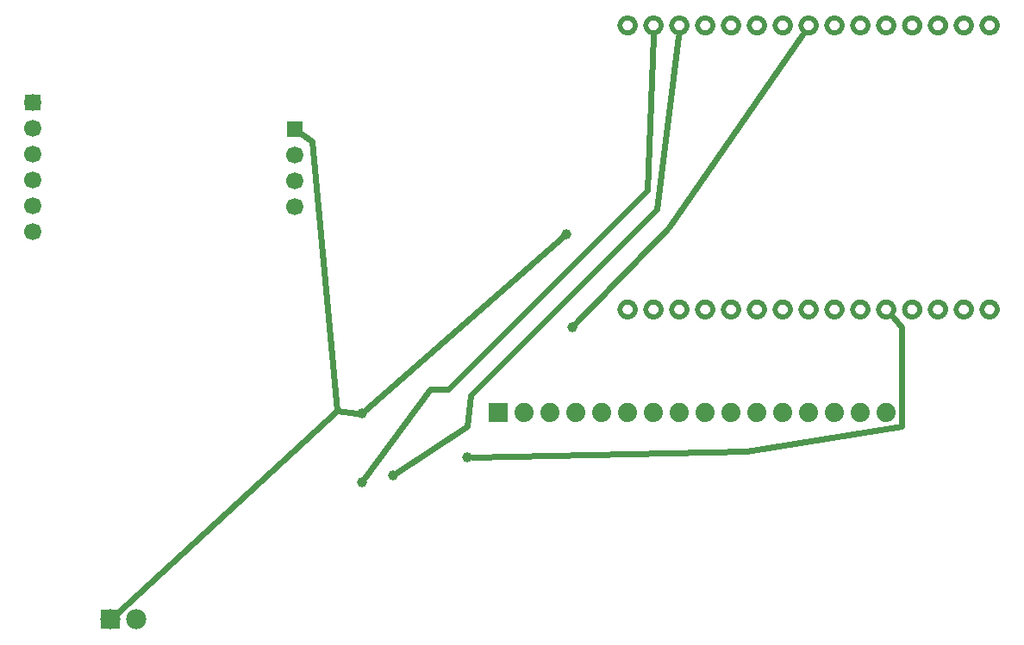
<source format=gtl>
G04 MADE WITH FRITZING*
G04 WWW.FRITZING.ORG*
G04 DOUBLE SIDED*
G04 HOLES PLATED*
G04 CONTOUR ON CENTER OF CONTOUR VECTOR*
%ASAXBY*%
%FSLAX23Y23*%
%MOIN*%
%OFA0B0*%
%SFA1.0B1.0*%
%ADD10C,0.066555*%
%ADD11C,0.049194*%
%ADD12C,0.078000*%
%ADD13C,0.074000*%
%ADD14C,0.039370*%
%ADD15R,0.078000X0.078000*%
%ADD16C,0.024000*%
%ADD17R,0.001000X0.001000*%
%LNCOPPER1*%
G90*
G70*
G54D10*
X493Y2548D03*
X493Y2448D03*
X493Y2348D03*
X493Y2248D03*
X493Y2148D03*
X493Y2648D03*
X1506Y2445D03*
X1506Y2345D03*
G54D11*
X1506Y2545D03*
G54D10*
X1506Y2245D03*
G54D12*
X793Y648D03*
X893Y648D03*
G54D13*
X2293Y1448D03*
X2393Y1448D03*
X2493Y1448D03*
X2593Y1448D03*
X2693Y1448D03*
X2793Y1448D03*
X2893Y1448D03*
X2993Y1448D03*
X3093Y1448D03*
X3193Y1448D03*
X3293Y1448D03*
X3393Y1448D03*
X3493Y1448D03*
X3593Y1448D03*
X3693Y1448D03*
X3793Y1448D03*
X2293Y1448D03*
X2393Y1448D03*
X2493Y1448D03*
X2593Y1448D03*
X2693Y1448D03*
X2793Y1448D03*
X2893Y1448D03*
X2993Y1448D03*
X3093Y1448D03*
X3193Y1448D03*
X3293Y1448D03*
X3393Y1448D03*
X3493Y1448D03*
X3593Y1448D03*
X3693Y1448D03*
X3793Y1448D03*
G54D14*
X1764Y1181D03*
X1884Y1205D03*
X2172Y1277D03*
X2580Y1781D03*
X2556Y2141D03*
X1764Y1445D03*
G54D15*
X793Y648D03*
G54D16*
X1775Y1196D02*
X2028Y1541D01*
X2028Y1541D02*
X2100Y1541D01*
X2100Y1541D02*
X2868Y2309D01*
X2868Y2309D02*
X2892Y2905D01*
D02*
X1900Y1216D02*
X2172Y1397D01*
X2172Y1397D02*
X2184Y1517D01*
X2184Y1517D02*
X2904Y2237D01*
X2904Y2237D02*
X2988Y2906D01*
D02*
X2593Y1795D02*
X2952Y2165D01*
X2952Y2165D02*
X3469Y2913D01*
D02*
X3821Y1816D02*
X3852Y1781D01*
X3852Y1781D02*
X3852Y1397D01*
X3852Y1397D02*
X3252Y1301D01*
X3252Y1301D02*
X2191Y1277D01*
D02*
X1530Y2529D02*
X1572Y2501D01*
X1572Y2501D02*
X1668Y1457D01*
X1668Y1457D02*
X1745Y1447D01*
D02*
X815Y668D02*
X1668Y1457D01*
D02*
X2542Y2128D02*
X1778Y1458D01*
G54D17*
X2785Y2986D02*
X2799Y2986D01*
X2885Y2986D02*
X2899Y2986D01*
X2985Y2986D02*
X2999Y2986D01*
X3085Y2986D02*
X3099Y2986D01*
X3185Y2986D02*
X3199Y2986D01*
X3285Y2986D02*
X3299Y2986D01*
X3385Y2986D02*
X3399Y2986D01*
X3485Y2986D02*
X3499Y2986D01*
X3585Y2986D02*
X3599Y2986D01*
X3685Y2986D02*
X3699Y2986D01*
X3785Y2986D02*
X3799Y2986D01*
X3886Y2986D02*
X3900Y2986D01*
X3986Y2986D02*
X4000Y2986D01*
X4086Y2986D02*
X4099Y2986D01*
X4185Y2986D02*
X4199Y2986D01*
X2782Y2985D02*
X2803Y2985D01*
X2882Y2985D02*
X2903Y2985D01*
X2982Y2985D02*
X3003Y2985D01*
X3082Y2985D02*
X3103Y2985D01*
X3182Y2985D02*
X3203Y2985D01*
X3282Y2985D02*
X3303Y2985D01*
X3382Y2985D02*
X3403Y2985D01*
X3482Y2985D02*
X3503Y2985D01*
X3582Y2985D02*
X3603Y2985D01*
X3682Y2985D02*
X3703Y2985D01*
X3782Y2985D02*
X3803Y2985D01*
X3882Y2985D02*
X3903Y2985D01*
X3982Y2985D02*
X4003Y2985D01*
X4082Y2985D02*
X4103Y2985D01*
X4182Y2985D02*
X4203Y2985D01*
X2779Y2984D02*
X2806Y2984D01*
X2879Y2984D02*
X2906Y2984D01*
X2979Y2984D02*
X3006Y2984D01*
X3079Y2984D02*
X3106Y2984D01*
X3179Y2984D02*
X3206Y2984D01*
X3279Y2984D02*
X3306Y2984D01*
X3379Y2984D02*
X3406Y2984D01*
X3479Y2984D02*
X3506Y2984D01*
X3579Y2984D02*
X3606Y2984D01*
X3679Y2984D02*
X3706Y2984D01*
X3779Y2984D02*
X3806Y2984D01*
X3879Y2984D02*
X3906Y2984D01*
X3979Y2984D02*
X4006Y2984D01*
X4079Y2984D02*
X4106Y2984D01*
X4179Y2984D02*
X4206Y2984D01*
X2777Y2983D02*
X2808Y2983D01*
X2877Y2983D02*
X2908Y2983D01*
X2977Y2983D02*
X3008Y2983D01*
X3077Y2983D02*
X3108Y2983D01*
X3177Y2983D02*
X3208Y2983D01*
X3277Y2983D02*
X3308Y2983D01*
X3377Y2983D02*
X3408Y2983D01*
X3477Y2983D02*
X3508Y2983D01*
X3577Y2983D02*
X3608Y2983D01*
X3677Y2983D02*
X3708Y2983D01*
X3777Y2983D02*
X3808Y2983D01*
X3877Y2983D02*
X3909Y2983D01*
X3977Y2983D02*
X4008Y2983D01*
X4077Y2983D02*
X4108Y2983D01*
X4176Y2983D02*
X4208Y2983D01*
X2775Y2982D02*
X2810Y2982D01*
X2875Y2982D02*
X2910Y2982D01*
X2974Y2982D02*
X3010Y2982D01*
X3074Y2982D02*
X3110Y2982D01*
X3174Y2982D02*
X3210Y2982D01*
X3274Y2982D02*
X3310Y2982D01*
X3374Y2982D02*
X3410Y2982D01*
X3474Y2982D02*
X3510Y2982D01*
X3574Y2982D02*
X3610Y2982D01*
X3674Y2982D02*
X3710Y2982D01*
X3774Y2982D02*
X3810Y2982D01*
X3875Y2982D02*
X3911Y2982D01*
X3975Y2982D02*
X4011Y2982D01*
X4075Y2982D02*
X4110Y2982D01*
X4174Y2982D02*
X4210Y2982D01*
X2773Y2981D02*
X2812Y2981D01*
X2873Y2981D02*
X2912Y2981D01*
X2973Y2981D02*
X3012Y2981D01*
X3073Y2981D02*
X3112Y2981D01*
X3173Y2981D02*
X3212Y2981D01*
X3273Y2981D02*
X3312Y2981D01*
X3373Y2981D02*
X3412Y2981D01*
X3473Y2981D02*
X3512Y2981D01*
X3573Y2981D02*
X3612Y2981D01*
X3673Y2981D02*
X3712Y2981D01*
X3773Y2981D02*
X3812Y2981D01*
X3873Y2981D02*
X3912Y2981D01*
X3973Y2981D02*
X4012Y2981D01*
X4073Y2981D02*
X4112Y2981D01*
X4173Y2981D02*
X4212Y2981D01*
X2771Y2980D02*
X2814Y2980D01*
X2871Y2980D02*
X2914Y2980D01*
X2971Y2980D02*
X3014Y2980D01*
X3071Y2980D02*
X3114Y2980D01*
X3171Y2980D02*
X3214Y2980D01*
X3271Y2980D02*
X3314Y2980D01*
X3371Y2980D02*
X3414Y2980D01*
X3471Y2980D02*
X3514Y2980D01*
X3571Y2980D02*
X3614Y2980D01*
X3671Y2980D02*
X3714Y2980D01*
X3771Y2980D02*
X3814Y2980D01*
X3871Y2980D02*
X3914Y2980D01*
X3971Y2980D02*
X4014Y2980D01*
X4071Y2980D02*
X4114Y2980D01*
X4171Y2980D02*
X4214Y2980D01*
X2770Y2979D02*
X2815Y2979D01*
X2870Y2979D02*
X2915Y2979D01*
X2970Y2979D02*
X3015Y2979D01*
X3070Y2979D02*
X3115Y2979D01*
X3170Y2979D02*
X3215Y2979D01*
X3270Y2979D02*
X3315Y2979D01*
X3370Y2979D02*
X3415Y2979D01*
X3470Y2979D02*
X3515Y2979D01*
X3570Y2979D02*
X3615Y2979D01*
X3670Y2979D02*
X3715Y2979D01*
X3770Y2979D02*
X3815Y2979D01*
X3870Y2979D02*
X3916Y2979D01*
X3970Y2979D02*
X4015Y2979D01*
X4070Y2979D02*
X4115Y2979D01*
X4170Y2979D02*
X4215Y2979D01*
X2768Y2978D02*
X2817Y2978D01*
X2868Y2978D02*
X2917Y2978D01*
X2968Y2978D02*
X3017Y2978D01*
X3068Y2978D02*
X3117Y2978D01*
X3168Y2978D02*
X3216Y2978D01*
X3268Y2978D02*
X3316Y2978D01*
X3368Y2978D02*
X3416Y2978D01*
X3468Y2978D02*
X3516Y2978D01*
X3568Y2978D02*
X3616Y2978D01*
X3668Y2978D02*
X3716Y2978D01*
X3768Y2978D02*
X3816Y2978D01*
X3869Y2978D02*
X3917Y2978D01*
X3969Y2978D02*
X4017Y2978D01*
X4068Y2978D02*
X4117Y2978D01*
X4168Y2978D02*
X4216Y2978D01*
X2767Y2977D02*
X2818Y2977D01*
X2867Y2977D02*
X2918Y2977D01*
X2967Y2977D02*
X3018Y2977D01*
X3067Y2977D02*
X3118Y2977D01*
X3167Y2977D02*
X3218Y2977D01*
X3267Y2977D02*
X3318Y2977D01*
X3367Y2977D02*
X3418Y2977D01*
X3467Y2977D02*
X3518Y2977D01*
X3567Y2977D02*
X3618Y2977D01*
X3667Y2977D02*
X3718Y2977D01*
X3767Y2977D02*
X3818Y2977D01*
X3868Y2977D02*
X3918Y2977D01*
X3967Y2977D02*
X4018Y2977D01*
X4067Y2977D02*
X4118Y2977D01*
X4167Y2977D02*
X4218Y2977D01*
X2766Y2976D02*
X2819Y2976D01*
X2866Y2976D02*
X2919Y2976D01*
X2966Y2976D02*
X3019Y2976D01*
X3066Y2976D02*
X3119Y2976D01*
X3166Y2976D02*
X3219Y2976D01*
X3266Y2976D02*
X3319Y2976D01*
X3366Y2976D02*
X3419Y2976D01*
X3466Y2976D02*
X3519Y2976D01*
X3566Y2976D02*
X3619Y2976D01*
X3666Y2976D02*
X3719Y2976D01*
X3766Y2976D02*
X3819Y2976D01*
X3866Y2976D02*
X3919Y2976D01*
X3966Y2976D02*
X4019Y2976D01*
X4066Y2976D02*
X4119Y2976D01*
X4166Y2976D02*
X4219Y2976D01*
X2765Y2975D02*
X2820Y2975D01*
X2865Y2975D02*
X2920Y2975D01*
X2965Y2975D02*
X3020Y2975D01*
X3065Y2975D02*
X3120Y2975D01*
X3165Y2975D02*
X3220Y2975D01*
X3265Y2975D02*
X3320Y2975D01*
X3365Y2975D02*
X3420Y2975D01*
X3465Y2975D02*
X3520Y2975D01*
X3565Y2975D02*
X3620Y2975D01*
X3665Y2975D02*
X3720Y2975D01*
X3765Y2975D02*
X3820Y2975D01*
X3865Y2975D02*
X3920Y2975D01*
X3965Y2975D02*
X4020Y2975D01*
X4065Y2975D02*
X4120Y2975D01*
X4165Y2975D02*
X4220Y2975D01*
X2764Y2974D02*
X2821Y2974D01*
X2864Y2974D02*
X2921Y2974D01*
X2964Y2974D02*
X3021Y2974D01*
X3064Y2974D02*
X3121Y2974D01*
X3164Y2974D02*
X3221Y2974D01*
X3264Y2974D02*
X3321Y2974D01*
X3364Y2974D02*
X3421Y2974D01*
X3464Y2974D02*
X3521Y2974D01*
X3564Y2974D02*
X3621Y2974D01*
X3664Y2974D02*
X3721Y2974D01*
X3764Y2974D02*
X3821Y2974D01*
X3864Y2974D02*
X3921Y2974D01*
X3964Y2974D02*
X4021Y2974D01*
X4064Y2974D02*
X4121Y2974D01*
X4164Y2974D02*
X4221Y2974D01*
X2763Y2973D02*
X2822Y2973D01*
X2863Y2973D02*
X2922Y2973D01*
X2963Y2973D02*
X3022Y2973D01*
X3063Y2973D02*
X3122Y2973D01*
X3163Y2973D02*
X3222Y2973D01*
X3263Y2973D02*
X3322Y2973D01*
X3363Y2973D02*
X3422Y2973D01*
X3463Y2973D02*
X3522Y2973D01*
X3563Y2973D02*
X3622Y2973D01*
X3663Y2973D02*
X3722Y2973D01*
X3763Y2973D02*
X3822Y2973D01*
X3864Y2973D02*
X3922Y2973D01*
X3963Y2973D02*
X4022Y2973D01*
X4063Y2973D02*
X4122Y2973D01*
X4163Y2973D02*
X4222Y2973D01*
X2762Y2972D02*
X2822Y2972D01*
X2862Y2972D02*
X2922Y2972D01*
X2962Y2972D02*
X3022Y2972D01*
X3062Y2972D02*
X3122Y2972D01*
X3162Y2972D02*
X3222Y2972D01*
X3262Y2972D02*
X3322Y2972D01*
X3362Y2972D02*
X3422Y2972D01*
X3462Y2972D02*
X3522Y2972D01*
X3562Y2972D02*
X3622Y2972D01*
X3662Y2972D02*
X3722Y2972D01*
X3762Y2972D02*
X3822Y2972D01*
X3863Y2972D02*
X3923Y2972D01*
X3963Y2972D02*
X4023Y2972D01*
X4062Y2972D02*
X4122Y2972D01*
X4162Y2972D02*
X4222Y2972D01*
X2762Y2971D02*
X2823Y2971D01*
X2862Y2971D02*
X2923Y2971D01*
X2962Y2971D02*
X3023Y2971D01*
X3062Y2971D02*
X3123Y2971D01*
X3162Y2971D02*
X3223Y2971D01*
X3262Y2971D02*
X3323Y2971D01*
X3362Y2971D02*
X3423Y2971D01*
X3462Y2971D02*
X3523Y2971D01*
X3562Y2971D02*
X3623Y2971D01*
X3662Y2971D02*
X3723Y2971D01*
X3762Y2971D02*
X3823Y2971D01*
X3862Y2971D02*
X3923Y2971D01*
X3962Y2971D02*
X4023Y2971D01*
X4062Y2971D02*
X4123Y2971D01*
X4162Y2971D02*
X4223Y2971D01*
X2761Y2970D02*
X2824Y2970D01*
X2861Y2970D02*
X2924Y2970D01*
X2961Y2970D02*
X3024Y2970D01*
X3061Y2970D02*
X3124Y2970D01*
X3161Y2970D02*
X3224Y2970D01*
X3261Y2970D02*
X3324Y2970D01*
X3361Y2970D02*
X3424Y2970D01*
X3461Y2970D02*
X3524Y2970D01*
X3561Y2970D02*
X3624Y2970D01*
X3661Y2970D02*
X3724Y2970D01*
X3761Y2970D02*
X3824Y2970D01*
X3861Y2970D02*
X3924Y2970D01*
X3961Y2970D02*
X4024Y2970D01*
X4061Y2970D02*
X4124Y2970D01*
X4161Y2970D02*
X4224Y2970D01*
X2760Y2969D02*
X2824Y2969D01*
X2860Y2969D02*
X2924Y2969D01*
X2960Y2969D02*
X3024Y2969D01*
X3060Y2969D02*
X3124Y2969D01*
X3160Y2969D02*
X3224Y2969D01*
X3260Y2969D02*
X3324Y2969D01*
X3360Y2969D02*
X3424Y2969D01*
X3460Y2969D02*
X3524Y2969D01*
X3560Y2969D02*
X3624Y2969D01*
X3660Y2969D02*
X3724Y2969D01*
X3760Y2969D02*
X3824Y2969D01*
X3861Y2969D02*
X3925Y2969D01*
X3961Y2969D02*
X4025Y2969D01*
X4060Y2969D02*
X4125Y2969D01*
X4160Y2969D02*
X4224Y2969D01*
X2760Y2968D02*
X2825Y2968D01*
X2860Y2968D02*
X2925Y2968D01*
X2960Y2968D02*
X3025Y2968D01*
X3060Y2968D02*
X3125Y2968D01*
X3160Y2968D02*
X3225Y2968D01*
X3260Y2968D02*
X3325Y2968D01*
X3360Y2968D02*
X3425Y2968D01*
X3460Y2968D02*
X3525Y2968D01*
X3560Y2968D02*
X3625Y2968D01*
X3660Y2968D02*
X3725Y2968D01*
X3760Y2968D02*
X3825Y2968D01*
X3860Y2968D02*
X3925Y2968D01*
X3960Y2968D02*
X4025Y2968D01*
X4060Y2968D02*
X4125Y2968D01*
X4160Y2968D02*
X4225Y2968D01*
X2759Y2967D02*
X2826Y2967D01*
X2859Y2967D02*
X2926Y2967D01*
X2959Y2967D02*
X3026Y2967D01*
X3059Y2967D02*
X3126Y2967D01*
X3159Y2967D02*
X3226Y2967D01*
X3259Y2967D02*
X3326Y2967D01*
X3359Y2967D02*
X3426Y2967D01*
X3459Y2967D02*
X3526Y2967D01*
X3559Y2967D02*
X3626Y2967D01*
X3659Y2967D02*
X3726Y2967D01*
X3759Y2967D02*
X3826Y2967D01*
X3860Y2967D02*
X3926Y2967D01*
X3959Y2967D02*
X4026Y2967D01*
X4059Y2967D02*
X4126Y2967D01*
X4159Y2967D02*
X4226Y2967D01*
X2759Y2966D02*
X2786Y2966D01*
X2799Y2966D02*
X2826Y2966D01*
X2859Y2966D02*
X2886Y2966D01*
X2899Y2966D02*
X2926Y2966D01*
X2959Y2966D02*
X2986Y2966D01*
X2999Y2966D02*
X3026Y2966D01*
X3059Y2966D02*
X3086Y2966D01*
X3099Y2966D02*
X3126Y2966D01*
X3159Y2966D02*
X3186Y2966D01*
X3199Y2966D02*
X3226Y2966D01*
X3259Y2966D02*
X3286Y2966D01*
X3299Y2966D02*
X3326Y2966D01*
X3359Y2966D02*
X3386Y2966D01*
X3399Y2966D02*
X3426Y2966D01*
X3459Y2966D02*
X3486Y2966D01*
X3499Y2966D02*
X3526Y2966D01*
X3559Y2966D02*
X3586Y2966D01*
X3599Y2966D02*
X3626Y2966D01*
X3659Y2966D02*
X3686Y2966D01*
X3699Y2966D02*
X3726Y2966D01*
X3759Y2966D02*
X3786Y2966D01*
X3799Y2966D02*
X3826Y2966D01*
X3859Y2966D02*
X3886Y2966D01*
X3899Y2966D02*
X3927Y2966D01*
X3959Y2966D02*
X3986Y2966D01*
X3999Y2966D02*
X4026Y2966D01*
X4059Y2966D02*
X4086Y2966D01*
X4099Y2966D02*
X4126Y2966D01*
X4159Y2966D02*
X4186Y2966D01*
X4199Y2966D02*
X4226Y2966D01*
X2758Y2965D02*
X2783Y2965D01*
X2801Y2965D02*
X2827Y2965D01*
X2858Y2965D02*
X2883Y2965D01*
X2901Y2965D02*
X2927Y2965D01*
X2958Y2965D02*
X2983Y2965D01*
X3001Y2965D02*
X3027Y2965D01*
X3058Y2965D02*
X3083Y2965D01*
X3101Y2965D02*
X3127Y2965D01*
X3158Y2965D02*
X3183Y2965D01*
X3201Y2965D02*
X3227Y2965D01*
X3258Y2965D02*
X3283Y2965D01*
X3301Y2965D02*
X3327Y2965D01*
X3358Y2965D02*
X3383Y2965D01*
X3401Y2965D02*
X3427Y2965D01*
X3458Y2965D02*
X3483Y2965D01*
X3501Y2965D02*
X3527Y2965D01*
X3558Y2965D02*
X3583Y2965D01*
X3601Y2965D02*
X3627Y2965D01*
X3658Y2965D02*
X3683Y2965D01*
X3701Y2965D02*
X3727Y2965D01*
X3758Y2965D02*
X3783Y2965D01*
X3801Y2965D02*
X3827Y2965D01*
X3859Y2965D02*
X3884Y2965D01*
X3902Y2965D02*
X3927Y2965D01*
X3958Y2965D02*
X3984Y2965D01*
X4002Y2965D02*
X4027Y2965D01*
X4058Y2965D02*
X4084Y2965D01*
X4101Y2965D02*
X4127Y2965D01*
X4158Y2965D02*
X4183Y2965D01*
X4201Y2965D02*
X4227Y2965D01*
X2758Y2964D02*
X2782Y2964D01*
X2803Y2964D02*
X2827Y2964D01*
X2858Y2964D02*
X2882Y2964D01*
X2903Y2964D02*
X2927Y2964D01*
X2958Y2964D02*
X2982Y2964D01*
X3003Y2964D02*
X3027Y2964D01*
X3058Y2964D02*
X3082Y2964D01*
X3103Y2964D02*
X3127Y2964D01*
X3158Y2964D02*
X3182Y2964D01*
X3203Y2964D02*
X3227Y2964D01*
X3258Y2964D02*
X3282Y2964D01*
X3303Y2964D02*
X3327Y2964D01*
X3358Y2964D02*
X3382Y2964D01*
X3403Y2964D02*
X3427Y2964D01*
X3458Y2964D02*
X3482Y2964D01*
X3503Y2964D02*
X3527Y2964D01*
X3558Y2964D02*
X3582Y2964D01*
X3603Y2964D02*
X3627Y2964D01*
X3658Y2964D02*
X3682Y2964D01*
X3703Y2964D02*
X3727Y2964D01*
X3758Y2964D02*
X3782Y2964D01*
X3803Y2964D02*
X3827Y2964D01*
X3858Y2964D02*
X3882Y2964D01*
X3903Y2964D02*
X3928Y2964D01*
X3958Y2964D02*
X3982Y2964D01*
X4003Y2964D02*
X4027Y2964D01*
X4058Y2964D02*
X4082Y2964D01*
X4103Y2964D02*
X4127Y2964D01*
X4158Y2964D02*
X4182Y2964D01*
X4203Y2964D02*
X4227Y2964D01*
X2757Y2963D02*
X2780Y2963D01*
X2804Y2963D02*
X2828Y2963D01*
X2857Y2963D02*
X2880Y2963D01*
X2904Y2963D02*
X2928Y2963D01*
X2957Y2963D02*
X2980Y2963D01*
X3004Y2963D02*
X3028Y2963D01*
X3057Y2963D02*
X3080Y2963D01*
X3104Y2963D02*
X3128Y2963D01*
X3157Y2963D02*
X3180Y2963D01*
X3204Y2963D02*
X3228Y2963D01*
X3257Y2963D02*
X3280Y2963D01*
X3304Y2963D02*
X3328Y2963D01*
X3357Y2963D02*
X3380Y2963D01*
X3404Y2963D02*
X3428Y2963D01*
X3457Y2963D02*
X3480Y2963D01*
X3504Y2963D02*
X3528Y2963D01*
X3557Y2963D02*
X3580Y2963D01*
X3604Y2963D02*
X3628Y2963D01*
X3657Y2963D02*
X3680Y2963D01*
X3704Y2963D02*
X3728Y2963D01*
X3757Y2963D02*
X3780Y2963D01*
X3804Y2963D02*
X3828Y2963D01*
X3858Y2963D02*
X3881Y2963D01*
X3905Y2963D02*
X3928Y2963D01*
X3957Y2963D02*
X3981Y2963D01*
X4005Y2963D02*
X4028Y2963D01*
X4057Y2963D02*
X4081Y2963D01*
X4104Y2963D02*
X4128Y2963D01*
X4157Y2963D02*
X4180Y2963D01*
X4204Y2963D02*
X4227Y2963D01*
X2757Y2962D02*
X2779Y2962D01*
X2806Y2962D02*
X2828Y2962D01*
X2857Y2962D02*
X2879Y2962D01*
X2906Y2962D02*
X2928Y2962D01*
X2957Y2962D02*
X2979Y2962D01*
X3006Y2962D02*
X3028Y2962D01*
X3057Y2962D02*
X3079Y2962D01*
X3106Y2962D02*
X3128Y2962D01*
X3157Y2962D02*
X3179Y2962D01*
X3206Y2962D02*
X3228Y2962D01*
X3257Y2962D02*
X3279Y2962D01*
X3306Y2962D02*
X3328Y2962D01*
X3357Y2962D02*
X3379Y2962D01*
X3405Y2962D02*
X3428Y2962D01*
X3457Y2962D02*
X3479Y2962D01*
X3505Y2962D02*
X3528Y2962D01*
X3557Y2962D02*
X3579Y2962D01*
X3605Y2962D02*
X3628Y2962D01*
X3657Y2962D02*
X3679Y2962D01*
X3705Y2962D02*
X3728Y2962D01*
X3757Y2962D02*
X3779Y2962D01*
X3805Y2962D02*
X3828Y2962D01*
X3857Y2962D02*
X3880Y2962D01*
X3906Y2962D02*
X3928Y2962D01*
X3957Y2962D02*
X3979Y2962D01*
X4006Y2962D02*
X4028Y2962D01*
X4057Y2962D02*
X4079Y2962D01*
X4106Y2962D02*
X4128Y2962D01*
X4157Y2962D02*
X4179Y2962D01*
X4205Y2962D02*
X4228Y2962D01*
X2756Y2961D02*
X2778Y2961D01*
X2807Y2961D02*
X2828Y2961D01*
X2856Y2961D02*
X2878Y2961D01*
X2907Y2961D02*
X2928Y2961D01*
X2956Y2961D02*
X2978Y2961D01*
X3007Y2961D02*
X3028Y2961D01*
X3056Y2961D02*
X3078Y2961D01*
X3107Y2961D02*
X3128Y2961D01*
X3156Y2961D02*
X3178Y2961D01*
X3207Y2961D02*
X3228Y2961D01*
X3256Y2961D02*
X3278Y2961D01*
X3307Y2961D02*
X3328Y2961D01*
X3356Y2961D02*
X3378Y2961D01*
X3407Y2961D02*
X3428Y2961D01*
X3456Y2961D02*
X3478Y2961D01*
X3507Y2961D02*
X3528Y2961D01*
X3556Y2961D02*
X3578Y2961D01*
X3607Y2961D02*
X3628Y2961D01*
X3656Y2961D02*
X3678Y2961D01*
X3707Y2961D02*
X3728Y2961D01*
X3756Y2961D02*
X3778Y2961D01*
X3807Y2961D02*
X3828Y2961D01*
X3857Y2961D02*
X3879Y2961D01*
X3907Y2961D02*
X3929Y2961D01*
X3957Y2961D02*
X3978Y2961D01*
X4007Y2961D02*
X4029Y2961D01*
X4057Y2961D02*
X4078Y2961D01*
X4107Y2961D02*
X4128Y2961D01*
X4156Y2961D02*
X4178Y2961D01*
X4206Y2961D02*
X4228Y2961D01*
X2756Y2960D02*
X2777Y2960D01*
X2807Y2960D02*
X2829Y2960D01*
X2856Y2960D02*
X2877Y2960D01*
X2907Y2960D02*
X2929Y2960D01*
X2956Y2960D02*
X2977Y2960D01*
X3007Y2960D02*
X3029Y2960D01*
X3056Y2960D02*
X3077Y2960D01*
X3107Y2960D02*
X3129Y2960D01*
X3156Y2960D02*
X3177Y2960D01*
X3207Y2960D02*
X3229Y2960D01*
X3256Y2960D02*
X3277Y2960D01*
X3307Y2960D02*
X3329Y2960D01*
X3356Y2960D02*
X3377Y2960D01*
X3407Y2960D02*
X3429Y2960D01*
X3456Y2960D02*
X3477Y2960D01*
X3507Y2960D02*
X3529Y2960D01*
X3556Y2960D02*
X3577Y2960D01*
X3607Y2960D02*
X3629Y2960D01*
X3656Y2960D02*
X3677Y2960D01*
X3707Y2960D02*
X3729Y2960D01*
X3756Y2960D02*
X3777Y2960D01*
X3807Y2960D02*
X3829Y2960D01*
X3856Y2960D02*
X3878Y2960D01*
X3908Y2960D02*
X3929Y2960D01*
X3956Y2960D02*
X3978Y2960D01*
X4008Y2960D02*
X4029Y2960D01*
X4056Y2960D02*
X4077Y2960D01*
X4108Y2960D02*
X4129Y2960D01*
X4156Y2960D02*
X4177Y2960D01*
X4207Y2960D02*
X4229Y2960D01*
X2756Y2959D02*
X2777Y2959D01*
X2808Y2959D02*
X2829Y2959D01*
X2856Y2959D02*
X2876Y2959D01*
X2908Y2959D02*
X2929Y2959D01*
X2956Y2959D02*
X2976Y2959D01*
X3008Y2959D02*
X3029Y2959D01*
X3056Y2959D02*
X3076Y2959D01*
X3108Y2959D02*
X3129Y2959D01*
X3156Y2959D02*
X3176Y2959D01*
X3208Y2959D02*
X3229Y2959D01*
X3256Y2959D02*
X3276Y2959D01*
X3308Y2959D02*
X3329Y2959D01*
X3356Y2959D02*
X3376Y2959D01*
X3408Y2959D02*
X3429Y2959D01*
X3456Y2959D02*
X3476Y2959D01*
X3508Y2959D02*
X3529Y2959D01*
X3556Y2959D02*
X3576Y2959D01*
X3608Y2959D02*
X3629Y2959D01*
X3656Y2959D02*
X3676Y2959D01*
X3708Y2959D02*
X3729Y2959D01*
X3756Y2959D02*
X3776Y2959D01*
X3808Y2959D02*
X3829Y2959D01*
X3856Y2959D02*
X3877Y2959D01*
X3909Y2959D02*
X3929Y2959D01*
X3956Y2959D02*
X3977Y2959D01*
X4009Y2959D02*
X4029Y2959D01*
X4056Y2959D02*
X4077Y2959D01*
X4108Y2959D02*
X4129Y2959D01*
X4156Y2959D02*
X4176Y2959D01*
X4208Y2959D02*
X4229Y2959D01*
X2756Y2958D02*
X2776Y2958D01*
X2809Y2958D02*
X2829Y2958D01*
X2856Y2958D02*
X2876Y2958D01*
X2909Y2958D02*
X2929Y2958D01*
X2956Y2958D02*
X2976Y2958D01*
X3009Y2958D02*
X3029Y2958D01*
X3055Y2958D02*
X3076Y2958D01*
X3109Y2958D02*
X3129Y2958D01*
X3155Y2958D02*
X3176Y2958D01*
X3209Y2958D02*
X3229Y2958D01*
X3255Y2958D02*
X3276Y2958D01*
X3309Y2958D02*
X3329Y2958D01*
X3355Y2958D02*
X3376Y2958D01*
X3409Y2958D02*
X3429Y2958D01*
X3455Y2958D02*
X3476Y2958D01*
X3509Y2958D02*
X3529Y2958D01*
X3555Y2958D02*
X3576Y2958D01*
X3609Y2958D02*
X3629Y2958D01*
X3655Y2958D02*
X3676Y2958D01*
X3709Y2958D02*
X3729Y2958D01*
X3755Y2958D02*
X3776Y2958D01*
X3809Y2958D02*
X3829Y2958D01*
X3856Y2958D02*
X3876Y2958D01*
X3909Y2958D02*
X3930Y2958D01*
X3956Y2958D02*
X3976Y2958D01*
X4009Y2958D02*
X4030Y2958D01*
X4056Y2958D02*
X4076Y2958D01*
X4109Y2958D02*
X4129Y2958D01*
X4155Y2958D02*
X4176Y2958D01*
X4209Y2958D02*
X4229Y2958D01*
X2755Y2957D02*
X2775Y2957D01*
X2810Y2957D02*
X2830Y2957D01*
X2855Y2957D02*
X2875Y2957D01*
X2910Y2957D02*
X2930Y2957D01*
X2955Y2957D02*
X2975Y2957D01*
X3010Y2957D02*
X3030Y2957D01*
X3055Y2957D02*
X3075Y2957D01*
X3110Y2957D02*
X3130Y2957D01*
X3155Y2957D02*
X3175Y2957D01*
X3210Y2957D02*
X3230Y2957D01*
X3255Y2957D02*
X3275Y2957D01*
X3310Y2957D02*
X3330Y2957D01*
X3355Y2957D02*
X3375Y2957D01*
X3410Y2957D02*
X3430Y2957D01*
X3455Y2957D02*
X3475Y2957D01*
X3510Y2957D02*
X3530Y2957D01*
X3555Y2957D02*
X3575Y2957D01*
X3610Y2957D02*
X3630Y2957D01*
X3655Y2957D02*
X3675Y2957D01*
X3710Y2957D02*
X3730Y2957D01*
X3755Y2957D02*
X3775Y2957D01*
X3810Y2957D02*
X3830Y2957D01*
X3856Y2957D02*
X3876Y2957D01*
X3910Y2957D02*
X3930Y2957D01*
X3955Y2957D02*
X3975Y2957D01*
X4010Y2957D02*
X4030Y2957D01*
X4055Y2957D02*
X4075Y2957D01*
X4110Y2957D02*
X4130Y2957D01*
X4155Y2957D02*
X4175Y2957D01*
X4210Y2957D02*
X4229Y2957D01*
X2755Y2956D02*
X2775Y2956D01*
X2810Y2956D02*
X2830Y2956D01*
X2855Y2956D02*
X2875Y2956D01*
X2910Y2956D02*
X2930Y2956D01*
X2955Y2956D02*
X2975Y2956D01*
X3010Y2956D02*
X3030Y2956D01*
X3055Y2956D02*
X3075Y2956D01*
X3110Y2956D02*
X3130Y2956D01*
X3155Y2956D02*
X3175Y2956D01*
X3210Y2956D02*
X3230Y2956D01*
X3255Y2956D02*
X3275Y2956D01*
X3310Y2956D02*
X3330Y2956D01*
X3355Y2956D02*
X3375Y2956D01*
X3410Y2956D02*
X3430Y2956D01*
X3455Y2956D02*
X3475Y2956D01*
X3510Y2956D02*
X3530Y2956D01*
X3555Y2956D02*
X3575Y2956D01*
X3610Y2956D02*
X3630Y2956D01*
X3655Y2956D02*
X3675Y2956D01*
X3710Y2956D02*
X3730Y2956D01*
X3755Y2956D02*
X3775Y2956D01*
X3810Y2956D02*
X3830Y2956D01*
X3855Y2956D02*
X3875Y2956D01*
X3911Y2956D02*
X3930Y2956D01*
X3955Y2956D02*
X3975Y2956D01*
X4010Y2956D02*
X4030Y2956D01*
X4055Y2956D02*
X4075Y2956D01*
X4110Y2956D02*
X4130Y2956D01*
X4155Y2956D02*
X4174Y2956D01*
X4210Y2956D02*
X4230Y2956D01*
X2755Y2955D02*
X2774Y2955D01*
X2811Y2955D02*
X2830Y2955D01*
X2855Y2955D02*
X2874Y2955D01*
X2911Y2955D02*
X2930Y2955D01*
X2955Y2955D02*
X2974Y2955D01*
X3011Y2955D02*
X3030Y2955D01*
X3055Y2955D02*
X3074Y2955D01*
X3111Y2955D02*
X3130Y2955D01*
X3155Y2955D02*
X3174Y2955D01*
X3211Y2955D02*
X3230Y2955D01*
X3255Y2955D02*
X3274Y2955D01*
X3311Y2955D02*
X3330Y2955D01*
X3355Y2955D02*
X3374Y2955D01*
X3411Y2955D02*
X3430Y2955D01*
X3455Y2955D02*
X3474Y2955D01*
X3511Y2955D02*
X3530Y2955D01*
X3555Y2955D02*
X3574Y2955D01*
X3611Y2955D02*
X3630Y2955D01*
X3655Y2955D02*
X3674Y2955D01*
X3711Y2955D02*
X3730Y2955D01*
X3755Y2955D02*
X3774Y2955D01*
X3811Y2955D02*
X3830Y2955D01*
X3855Y2955D02*
X3875Y2955D01*
X3911Y2955D02*
X3930Y2955D01*
X3955Y2955D02*
X3974Y2955D01*
X4011Y2955D02*
X4030Y2955D01*
X4055Y2955D02*
X4074Y2955D01*
X4111Y2955D02*
X4130Y2955D01*
X4155Y2955D02*
X4174Y2955D01*
X4211Y2955D02*
X4230Y2955D01*
X2755Y2954D02*
X2774Y2954D01*
X2811Y2954D02*
X2830Y2954D01*
X2855Y2954D02*
X2874Y2954D01*
X2911Y2954D02*
X2930Y2954D01*
X2955Y2954D02*
X2974Y2954D01*
X3011Y2954D02*
X3030Y2954D01*
X3055Y2954D02*
X3074Y2954D01*
X3111Y2954D02*
X3130Y2954D01*
X3155Y2954D02*
X3174Y2954D01*
X3211Y2954D02*
X3230Y2954D01*
X3255Y2954D02*
X3274Y2954D01*
X3311Y2954D02*
X3330Y2954D01*
X3355Y2954D02*
X3374Y2954D01*
X3411Y2954D02*
X3430Y2954D01*
X3455Y2954D02*
X3474Y2954D01*
X3511Y2954D02*
X3530Y2954D01*
X3555Y2954D02*
X3574Y2954D01*
X3611Y2954D02*
X3630Y2954D01*
X3655Y2954D02*
X3674Y2954D01*
X3711Y2954D02*
X3730Y2954D01*
X3754Y2954D02*
X3774Y2954D01*
X3811Y2954D02*
X3830Y2954D01*
X3855Y2954D02*
X3874Y2954D01*
X3911Y2954D02*
X3931Y2954D01*
X3955Y2954D02*
X3974Y2954D01*
X4011Y2954D02*
X4030Y2954D01*
X4055Y2954D02*
X4074Y2954D01*
X4111Y2954D02*
X4130Y2954D01*
X4154Y2954D02*
X4174Y2954D01*
X4211Y2954D02*
X4230Y2954D01*
X2754Y2953D02*
X2774Y2953D01*
X2811Y2953D02*
X2830Y2953D01*
X2854Y2953D02*
X2874Y2953D01*
X2911Y2953D02*
X2930Y2953D01*
X2954Y2953D02*
X2974Y2953D01*
X3011Y2953D02*
X3030Y2953D01*
X3054Y2953D02*
X3074Y2953D01*
X3111Y2953D02*
X3130Y2953D01*
X3154Y2953D02*
X3174Y2953D01*
X3211Y2953D02*
X3230Y2953D01*
X3254Y2953D02*
X3274Y2953D01*
X3311Y2953D02*
X3330Y2953D01*
X3354Y2953D02*
X3374Y2953D01*
X3411Y2953D02*
X3430Y2953D01*
X3454Y2953D02*
X3474Y2953D01*
X3511Y2953D02*
X3530Y2953D01*
X3554Y2953D02*
X3573Y2953D01*
X3611Y2953D02*
X3630Y2953D01*
X3654Y2953D02*
X3673Y2953D01*
X3711Y2953D02*
X3730Y2953D01*
X3754Y2953D02*
X3773Y2953D01*
X3811Y2953D02*
X3830Y2953D01*
X3855Y2953D02*
X3874Y2953D01*
X3912Y2953D02*
X3931Y2953D01*
X3955Y2953D02*
X3974Y2953D01*
X4011Y2953D02*
X4031Y2953D01*
X4054Y2953D02*
X4074Y2953D01*
X4111Y2953D02*
X4130Y2953D01*
X4154Y2953D02*
X4173Y2953D01*
X4211Y2953D02*
X4230Y2953D01*
X2754Y2952D02*
X2773Y2952D01*
X2812Y2952D02*
X2831Y2952D01*
X2854Y2952D02*
X2873Y2952D01*
X2912Y2952D02*
X2931Y2952D01*
X2954Y2952D02*
X2973Y2952D01*
X3012Y2952D02*
X3031Y2952D01*
X3054Y2952D02*
X3073Y2952D01*
X3112Y2952D02*
X3131Y2952D01*
X3154Y2952D02*
X3173Y2952D01*
X3212Y2952D02*
X3231Y2952D01*
X3254Y2952D02*
X3273Y2952D01*
X3312Y2952D02*
X3331Y2952D01*
X3354Y2952D02*
X3373Y2952D01*
X3411Y2952D02*
X3431Y2952D01*
X3454Y2952D02*
X3473Y2952D01*
X3511Y2952D02*
X3531Y2952D01*
X3554Y2952D02*
X3573Y2952D01*
X3611Y2952D02*
X3631Y2952D01*
X3654Y2952D02*
X3673Y2952D01*
X3711Y2952D02*
X3731Y2952D01*
X3754Y2952D02*
X3773Y2952D01*
X3811Y2952D02*
X3831Y2952D01*
X3855Y2952D02*
X3874Y2952D01*
X3912Y2952D02*
X3931Y2952D01*
X3954Y2952D02*
X3974Y2952D01*
X4012Y2952D02*
X4031Y2952D01*
X4054Y2952D02*
X4073Y2952D01*
X4112Y2952D02*
X4131Y2952D01*
X4154Y2952D02*
X4173Y2952D01*
X4211Y2952D02*
X4230Y2952D01*
X2754Y2951D02*
X2773Y2951D01*
X2812Y2951D02*
X2831Y2951D01*
X2854Y2951D02*
X2873Y2951D01*
X2912Y2951D02*
X2931Y2951D01*
X2954Y2951D02*
X2973Y2951D01*
X3012Y2951D02*
X3031Y2951D01*
X3054Y2951D02*
X3073Y2951D01*
X3112Y2951D02*
X3131Y2951D01*
X3154Y2951D02*
X3173Y2951D01*
X3212Y2951D02*
X3231Y2951D01*
X3254Y2951D02*
X3273Y2951D01*
X3312Y2951D02*
X3331Y2951D01*
X3354Y2951D02*
X3373Y2951D01*
X3412Y2951D02*
X3431Y2951D01*
X3454Y2951D02*
X3473Y2951D01*
X3512Y2951D02*
X3531Y2951D01*
X3554Y2951D02*
X3573Y2951D01*
X3612Y2951D02*
X3631Y2951D01*
X3654Y2951D02*
X3673Y2951D01*
X3712Y2951D02*
X3731Y2951D01*
X3754Y2951D02*
X3773Y2951D01*
X3812Y2951D02*
X3831Y2951D01*
X3855Y2951D02*
X3874Y2951D01*
X3912Y2951D02*
X3931Y2951D01*
X3954Y2951D02*
X3973Y2951D01*
X4012Y2951D02*
X4031Y2951D01*
X4054Y2951D02*
X4073Y2951D01*
X4112Y2951D02*
X4131Y2951D01*
X4154Y2951D02*
X4173Y2951D01*
X4212Y2951D02*
X4231Y2951D01*
X2754Y2950D02*
X2773Y2950D01*
X2812Y2950D02*
X2831Y2950D01*
X2854Y2950D02*
X2873Y2950D01*
X2912Y2950D02*
X2931Y2950D01*
X2954Y2950D02*
X2973Y2950D01*
X3012Y2950D02*
X3031Y2950D01*
X3054Y2950D02*
X3073Y2950D01*
X3112Y2950D02*
X3131Y2950D01*
X3154Y2950D02*
X3173Y2950D01*
X3212Y2950D02*
X3231Y2950D01*
X3254Y2950D02*
X3273Y2950D01*
X3312Y2950D02*
X3331Y2950D01*
X3354Y2950D02*
X3373Y2950D01*
X3412Y2950D02*
X3431Y2950D01*
X3454Y2950D02*
X3473Y2950D01*
X3512Y2950D02*
X3531Y2950D01*
X3554Y2950D02*
X3573Y2950D01*
X3612Y2950D02*
X3631Y2950D01*
X3654Y2950D02*
X3673Y2950D01*
X3712Y2950D02*
X3731Y2950D01*
X3754Y2950D02*
X3773Y2950D01*
X3812Y2950D02*
X3831Y2950D01*
X3854Y2950D02*
X3873Y2950D01*
X3912Y2950D02*
X3931Y2950D01*
X3954Y2950D02*
X3973Y2950D01*
X4012Y2950D02*
X4031Y2950D01*
X4054Y2950D02*
X4073Y2950D01*
X4112Y2950D02*
X4131Y2950D01*
X4154Y2950D02*
X4173Y2950D01*
X4212Y2950D02*
X4231Y2950D01*
X2754Y2949D02*
X2773Y2949D01*
X2812Y2949D02*
X2831Y2949D01*
X2854Y2949D02*
X2873Y2949D01*
X2912Y2949D02*
X2931Y2949D01*
X2954Y2949D02*
X2973Y2949D01*
X3012Y2949D02*
X3031Y2949D01*
X3054Y2949D02*
X3073Y2949D01*
X3112Y2949D02*
X3131Y2949D01*
X3154Y2949D02*
X3173Y2949D01*
X3212Y2949D02*
X3231Y2949D01*
X3254Y2949D02*
X3273Y2949D01*
X3312Y2949D02*
X3331Y2949D01*
X3354Y2949D02*
X3373Y2949D01*
X3412Y2949D02*
X3431Y2949D01*
X3454Y2949D02*
X3473Y2949D01*
X3512Y2949D02*
X3531Y2949D01*
X3554Y2949D02*
X3573Y2949D01*
X3612Y2949D02*
X3631Y2949D01*
X3654Y2949D02*
X3673Y2949D01*
X3712Y2949D02*
X3731Y2949D01*
X3754Y2949D02*
X3773Y2949D01*
X3812Y2949D02*
X3831Y2949D01*
X3854Y2949D02*
X3873Y2949D01*
X3912Y2949D02*
X3931Y2949D01*
X3954Y2949D02*
X3973Y2949D01*
X4012Y2949D02*
X4031Y2949D01*
X4054Y2949D02*
X4073Y2949D01*
X4112Y2949D02*
X4131Y2949D01*
X4154Y2949D02*
X4173Y2949D01*
X4212Y2949D02*
X4231Y2949D01*
X2754Y2948D02*
X2773Y2948D01*
X2812Y2948D02*
X2831Y2948D01*
X2854Y2948D02*
X2873Y2948D01*
X2912Y2948D02*
X2931Y2948D01*
X2954Y2948D02*
X2973Y2948D01*
X3012Y2948D02*
X3031Y2948D01*
X3054Y2948D02*
X3073Y2948D01*
X3112Y2948D02*
X3131Y2948D01*
X3154Y2948D02*
X3173Y2948D01*
X3212Y2948D02*
X3231Y2948D01*
X3254Y2948D02*
X3273Y2948D01*
X3312Y2948D02*
X3331Y2948D01*
X3354Y2948D02*
X3373Y2948D01*
X3412Y2948D02*
X3431Y2948D01*
X3454Y2948D02*
X3473Y2948D01*
X3512Y2948D02*
X3531Y2948D01*
X3554Y2948D02*
X3573Y2948D01*
X3612Y2948D02*
X3631Y2948D01*
X3654Y2948D02*
X3673Y2948D01*
X3712Y2948D02*
X3731Y2948D01*
X3754Y2948D02*
X3773Y2948D01*
X3812Y2948D02*
X3831Y2948D01*
X3854Y2948D02*
X3873Y2948D01*
X3912Y2948D02*
X3931Y2948D01*
X3954Y2948D02*
X3973Y2948D01*
X4012Y2948D02*
X4031Y2948D01*
X4054Y2948D02*
X4073Y2948D01*
X4112Y2948D02*
X4131Y2948D01*
X4154Y2948D02*
X4173Y2948D01*
X4212Y2948D02*
X4231Y2948D01*
X2754Y2947D02*
X2773Y2947D01*
X2812Y2947D02*
X2831Y2947D01*
X2854Y2947D02*
X2873Y2947D01*
X2912Y2947D02*
X2931Y2947D01*
X2954Y2947D02*
X2973Y2947D01*
X3012Y2947D02*
X3031Y2947D01*
X3054Y2947D02*
X3073Y2947D01*
X3112Y2947D02*
X3131Y2947D01*
X3154Y2947D02*
X3173Y2947D01*
X3212Y2947D02*
X3231Y2947D01*
X3254Y2947D02*
X3273Y2947D01*
X3312Y2947D02*
X3331Y2947D01*
X3354Y2947D02*
X3373Y2947D01*
X3412Y2947D02*
X3431Y2947D01*
X3454Y2947D02*
X3473Y2947D01*
X3512Y2947D02*
X3531Y2947D01*
X3554Y2947D02*
X3573Y2947D01*
X3612Y2947D02*
X3631Y2947D01*
X3654Y2947D02*
X3673Y2947D01*
X3712Y2947D02*
X3731Y2947D01*
X3754Y2947D02*
X3773Y2947D01*
X3812Y2947D02*
X3831Y2947D01*
X3854Y2947D02*
X3873Y2947D01*
X3912Y2947D02*
X3931Y2947D01*
X3954Y2947D02*
X3973Y2947D01*
X4012Y2947D02*
X4031Y2947D01*
X4054Y2947D02*
X4073Y2947D01*
X4112Y2947D02*
X4131Y2947D01*
X4154Y2947D02*
X4173Y2947D01*
X4212Y2947D02*
X4231Y2947D01*
X2754Y2946D02*
X2773Y2946D01*
X2812Y2946D02*
X2831Y2946D01*
X2854Y2946D02*
X2873Y2946D01*
X2912Y2946D02*
X2931Y2946D01*
X2954Y2946D02*
X2973Y2946D01*
X3012Y2946D02*
X3031Y2946D01*
X3054Y2946D02*
X3073Y2946D01*
X3112Y2946D02*
X3131Y2946D01*
X3154Y2946D02*
X3173Y2946D01*
X3212Y2946D02*
X3231Y2946D01*
X3254Y2946D02*
X3273Y2946D01*
X3312Y2946D02*
X3331Y2946D01*
X3354Y2946D02*
X3373Y2946D01*
X3412Y2946D02*
X3431Y2946D01*
X3454Y2946D02*
X3473Y2946D01*
X3512Y2946D02*
X3531Y2946D01*
X3554Y2946D02*
X3573Y2946D01*
X3612Y2946D02*
X3631Y2946D01*
X3654Y2946D02*
X3673Y2946D01*
X3712Y2946D02*
X3731Y2946D01*
X3754Y2946D02*
X3773Y2946D01*
X3812Y2946D02*
X3831Y2946D01*
X3854Y2946D02*
X3873Y2946D01*
X3912Y2946D02*
X3931Y2946D01*
X3954Y2946D02*
X3973Y2946D01*
X4012Y2946D02*
X4031Y2946D01*
X4054Y2946D02*
X4073Y2946D01*
X4112Y2946D02*
X4131Y2946D01*
X4154Y2946D02*
X4173Y2946D01*
X4212Y2946D02*
X4231Y2946D01*
X2754Y2945D02*
X2773Y2945D01*
X2812Y2945D02*
X2831Y2945D01*
X2854Y2945D02*
X2873Y2945D01*
X2912Y2945D02*
X2931Y2945D01*
X2954Y2945D02*
X2973Y2945D01*
X3012Y2945D02*
X3031Y2945D01*
X3054Y2945D02*
X3073Y2945D01*
X3112Y2945D02*
X3131Y2945D01*
X3154Y2945D02*
X3173Y2945D01*
X3212Y2945D02*
X3231Y2945D01*
X3254Y2945D02*
X3273Y2945D01*
X3312Y2945D02*
X3331Y2945D01*
X3354Y2945D02*
X3373Y2945D01*
X3412Y2945D02*
X3431Y2945D01*
X3454Y2945D02*
X3473Y2945D01*
X3512Y2945D02*
X3531Y2945D01*
X3554Y2945D02*
X3573Y2945D01*
X3612Y2945D02*
X3631Y2945D01*
X3654Y2945D02*
X3673Y2945D01*
X3712Y2945D02*
X3731Y2945D01*
X3754Y2945D02*
X3773Y2945D01*
X3812Y2945D02*
X3831Y2945D01*
X3855Y2945D02*
X3874Y2945D01*
X3912Y2945D02*
X3931Y2945D01*
X3954Y2945D02*
X3973Y2945D01*
X4012Y2945D02*
X4031Y2945D01*
X4054Y2945D02*
X4073Y2945D01*
X4112Y2945D02*
X4131Y2945D01*
X4154Y2945D02*
X4173Y2945D01*
X4212Y2945D02*
X4231Y2945D01*
X2754Y2944D02*
X2773Y2944D01*
X2812Y2944D02*
X2831Y2944D01*
X2854Y2944D02*
X2873Y2944D01*
X2912Y2944D02*
X2931Y2944D01*
X2954Y2944D02*
X2973Y2944D01*
X3012Y2944D02*
X3031Y2944D01*
X3054Y2944D02*
X3073Y2944D01*
X3112Y2944D02*
X3131Y2944D01*
X3154Y2944D02*
X3173Y2944D01*
X3212Y2944D02*
X3231Y2944D01*
X3254Y2944D02*
X3273Y2944D01*
X3312Y2944D02*
X3331Y2944D01*
X3354Y2944D02*
X3373Y2944D01*
X3412Y2944D02*
X3431Y2944D01*
X3454Y2944D02*
X3473Y2944D01*
X3512Y2944D02*
X3531Y2944D01*
X3554Y2944D02*
X3573Y2944D01*
X3611Y2944D02*
X3631Y2944D01*
X3654Y2944D02*
X3673Y2944D01*
X3711Y2944D02*
X3731Y2944D01*
X3754Y2944D02*
X3773Y2944D01*
X3811Y2944D02*
X3831Y2944D01*
X3855Y2944D02*
X3874Y2944D01*
X3912Y2944D02*
X3931Y2944D01*
X3954Y2944D02*
X3973Y2944D01*
X4012Y2944D02*
X4031Y2944D01*
X4054Y2944D02*
X4073Y2944D01*
X4112Y2944D02*
X4131Y2944D01*
X4154Y2944D02*
X4173Y2944D01*
X4211Y2944D02*
X4230Y2944D01*
X2754Y2943D02*
X2774Y2943D01*
X2811Y2943D02*
X2830Y2943D01*
X2854Y2943D02*
X2874Y2943D01*
X2911Y2943D02*
X2930Y2943D01*
X2954Y2943D02*
X2974Y2943D01*
X3011Y2943D02*
X3030Y2943D01*
X3054Y2943D02*
X3074Y2943D01*
X3111Y2943D02*
X3130Y2943D01*
X3154Y2943D02*
X3174Y2943D01*
X3211Y2943D02*
X3230Y2943D01*
X3254Y2943D02*
X3273Y2943D01*
X3311Y2943D02*
X3330Y2943D01*
X3354Y2943D02*
X3373Y2943D01*
X3411Y2943D02*
X3430Y2943D01*
X3454Y2943D02*
X3473Y2943D01*
X3511Y2943D02*
X3530Y2943D01*
X3554Y2943D02*
X3573Y2943D01*
X3611Y2943D02*
X3630Y2943D01*
X3654Y2943D02*
X3673Y2943D01*
X3711Y2943D02*
X3730Y2943D01*
X3754Y2943D02*
X3773Y2943D01*
X3811Y2943D02*
X3830Y2943D01*
X3855Y2943D02*
X3874Y2943D01*
X3912Y2943D02*
X3931Y2943D01*
X3955Y2943D02*
X3974Y2943D01*
X4012Y2943D02*
X4031Y2943D01*
X4054Y2943D02*
X4074Y2943D01*
X4111Y2943D02*
X4130Y2943D01*
X4154Y2943D02*
X4173Y2943D01*
X4211Y2943D02*
X4230Y2943D01*
X2755Y2942D02*
X2774Y2942D01*
X2811Y2942D02*
X2830Y2942D01*
X2855Y2942D02*
X2874Y2942D01*
X2911Y2942D02*
X2930Y2942D01*
X2955Y2942D02*
X2974Y2942D01*
X3011Y2942D02*
X3030Y2942D01*
X3055Y2942D02*
X3074Y2942D01*
X3111Y2942D02*
X3130Y2942D01*
X3155Y2942D02*
X3174Y2942D01*
X3211Y2942D02*
X3230Y2942D01*
X3255Y2942D02*
X3274Y2942D01*
X3311Y2942D02*
X3330Y2942D01*
X3355Y2942D02*
X3374Y2942D01*
X3411Y2942D02*
X3430Y2942D01*
X3455Y2942D02*
X3474Y2942D01*
X3511Y2942D02*
X3530Y2942D01*
X3554Y2942D02*
X3574Y2942D01*
X3611Y2942D02*
X3630Y2942D01*
X3654Y2942D02*
X3674Y2942D01*
X3711Y2942D02*
X3730Y2942D01*
X3754Y2942D02*
X3774Y2942D01*
X3811Y2942D02*
X3830Y2942D01*
X3855Y2942D02*
X3874Y2942D01*
X3911Y2942D02*
X3931Y2942D01*
X3955Y2942D02*
X3974Y2942D01*
X4011Y2942D02*
X4030Y2942D01*
X4055Y2942D02*
X4074Y2942D01*
X4111Y2942D02*
X4130Y2942D01*
X4154Y2942D02*
X4174Y2942D01*
X4211Y2942D02*
X4230Y2942D01*
X2755Y2941D02*
X2774Y2941D01*
X2811Y2941D02*
X2830Y2941D01*
X2855Y2941D02*
X2874Y2941D01*
X2911Y2941D02*
X2930Y2941D01*
X2955Y2941D02*
X2974Y2941D01*
X3011Y2941D02*
X3030Y2941D01*
X3055Y2941D02*
X3074Y2941D01*
X3111Y2941D02*
X3130Y2941D01*
X3155Y2941D02*
X3174Y2941D01*
X3211Y2941D02*
X3230Y2941D01*
X3255Y2941D02*
X3274Y2941D01*
X3311Y2941D02*
X3330Y2941D01*
X3355Y2941D02*
X3374Y2941D01*
X3411Y2941D02*
X3430Y2941D01*
X3455Y2941D02*
X3474Y2941D01*
X3511Y2941D02*
X3530Y2941D01*
X3555Y2941D02*
X3574Y2941D01*
X3611Y2941D02*
X3630Y2941D01*
X3655Y2941D02*
X3674Y2941D01*
X3711Y2941D02*
X3730Y2941D01*
X3755Y2941D02*
X3774Y2941D01*
X3811Y2941D02*
X3830Y2941D01*
X3855Y2941D02*
X3874Y2941D01*
X3911Y2941D02*
X3930Y2941D01*
X3955Y2941D02*
X3974Y2941D01*
X4011Y2941D02*
X4030Y2941D01*
X4055Y2941D02*
X4074Y2941D01*
X4111Y2941D02*
X4130Y2941D01*
X4155Y2941D02*
X4174Y2941D01*
X4211Y2941D02*
X4230Y2941D01*
X2755Y2940D02*
X2775Y2940D01*
X2810Y2940D02*
X2830Y2940D01*
X2855Y2940D02*
X2875Y2940D01*
X2910Y2940D02*
X2930Y2940D01*
X2955Y2940D02*
X2975Y2940D01*
X3010Y2940D02*
X3030Y2940D01*
X3055Y2940D02*
X3075Y2940D01*
X3110Y2940D02*
X3130Y2940D01*
X3155Y2940D02*
X3175Y2940D01*
X3210Y2940D02*
X3230Y2940D01*
X3255Y2940D02*
X3274Y2940D01*
X3310Y2940D02*
X3330Y2940D01*
X3355Y2940D02*
X3374Y2940D01*
X3410Y2940D02*
X3430Y2940D01*
X3455Y2940D02*
X3474Y2940D01*
X3510Y2940D02*
X3530Y2940D01*
X3555Y2940D02*
X3574Y2940D01*
X3610Y2940D02*
X3630Y2940D01*
X3655Y2940D02*
X3674Y2940D01*
X3710Y2940D02*
X3730Y2940D01*
X3755Y2940D02*
X3774Y2940D01*
X3810Y2940D02*
X3830Y2940D01*
X3855Y2940D02*
X3875Y2940D01*
X3911Y2940D02*
X3930Y2940D01*
X3955Y2940D02*
X3975Y2940D01*
X4011Y2940D02*
X4030Y2940D01*
X4055Y2940D02*
X4075Y2940D01*
X4110Y2940D02*
X4130Y2940D01*
X4155Y2940D02*
X4174Y2940D01*
X4210Y2940D02*
X4230Y2940D01*
X2755Y2939D02*
X2775Y2939D01*
X2810Y2939D02*
X2830Y2939D01*
X2855Y2939D02*
X2875Y2939D01*
X2910Y2939D02*
X2930Y2939D01*
X2955Y2939D02*
X2975Y2939D01*
X3010Y2939D02*
X3030Y2939D01*
X3055Y2939D02*
X3075Y2939D01*
X3110Y2939D02*
X3130Y2939D01*
X3155Y2939D02*
X3175Y2939D01*
X3210Y2939D02*
X3230Y2939D01*
X3255Y2939D02*
X3275Y2939D01*
X3310Y2939D02*
X3330Y2939D01*
X3355Y2939D02*
X3375Y2939D01*
X3410Y2939D02*
X3430Y2939D01*
X3455Y2939D02*
X3475Y2939D01*
X3510Y2939D02*
X3530Y2939D01*
X3555Y2939D02*
X3575Y2939D01*
X3610Y2939D02*
X3630Y2939D01*
X3655Y2939D02*
X3675Y2939D01*
X3710Y2939D02*
X3730Y2939D01*
X3755Y2939D02*
X3775Y2939D01*
X3810Y2939D02*
X3830Y2939D01*
X3856Y2939D02*
X3875Y2939D01*
X3910Y2939D02*
X3930Y2939D01*
X3955Y2939D02*
X3975Y2939D01*
X4010Y2939D02*
X4030Y2939D01*
X4055Y2939D02*
X4075Y2939D01*
X4110Y2939D02*
X4130Y2939D01*
X4155Y2939D02*
X4175Y2939D01*
X4210Y2939D02*
X4230Y2939D01*
X2755Y2938D02*
X2776Y2938D01*
X2809Y2938D02*
X2829Y2938D01*
X2855Y2938D02*
X2876Y2938D01*
X2909Y2938D02*
X2929Y2938D01*
X2955Y2938D02*
X2976Y2938D01*
X3009Y2938D02*
X3029Y2938D01*
X3055Y2938D02*
X3076Y2938D01*
X3109Y2938D02*
X3129Y2938D01*
X3155Y2938D02*
X3176Y2938D01*
X3209Y2938D02*
X3229Y2938D01*
X3255Y2938D02*
X3276Y2938D01*
X3309Y2938D02*
X3329Y2938D01*
X3355Y2938D02*
X3376Y2938D01*
X3409Y2938D02*
X3429Y2938D01*
X3455Y2938D02*
X3476Y2938D01*
X3509Y2938D02*
X3529Y2938D01*
X3555Y2938D02*
X3576Y2938D01*
X3609Y2938D02*
X3629Y2938D01*
X3655Y2938D02*
X3676Y2938D01*
X3709Y2938D02*
X3729Y2938D01*
X3755Y2938D02*
X3776Y2938D01*
X3809Y2938D02*
X3829Y2938D01*
X3856Y2938D02*
X3876Y2938D01*
X3910Y2938D02*
X3930Y2938D01*
X3956Y2938D02*
X3976Y2938D01*
X4009Y2938D02*
X4030Y2938D01*
X4056Y2938D02*
X4076Y2938D01*
X4109Y2938D02*
X4129Y2938D01*
X4155Y2938D02*
X4176Y2938D01*
X4209Y2938D02*
X4229Y2938D01*
X2756Y2937D02*
X2776Y2937D01*
X2808Y2937D02*
X2829Y2937D01*
X2856Y2937D02*
X2876Y2937D01*
X2908Y2937D02*
X2929Y2937D01*
X2956Y2937D02*
X2976Y2937D01*
X3008Y2937D02*
X3029Y2937D01*
X3056Y2937D02*
X3076Y2937D01*
X3108Y2937D02*
X3129Y2937D01*
X3156Y2937D02*
X3176Y2937D01*
X3208Y2937D02*
X3229Y2937D01*
X3256Y2937D02*
X3276Y2937D01*
X3308Y2937D02*
X3329Y2937D01*
X3356Y2937D02*
X3376Y2937D01*
X3408Y2937D02*
X3429Y2937D01*
X3456Y2937D02*
X3476Y2937D01*
X3508Y2937D02*
X3529Y2937D01*
X3556Y2937D02*
X3576Y2937D01*
X3608Y2937D02*
X3629Y2937D01*
X3656Y2937D02*
X3676Y2937D01*
X3708Y2937D02*
X3729Y2937D01*
X3756Y2937D02*
X3776Y2937D01*
X3808Y2937D02*
X3829Y2937D01*
X3856Y2937D02*
X3877Y2937D01*
X3909Y2937D02*
X3929Y2937D01*
X3956Y2937D02*
X3977Y2937D01*
X4009Y2937D02*
X4029Y2937D01*
X4056Y2937D02*
X4076Y2937D01*
X4109Y2937D02*
X4129Y2937D01*
X4156Y2937D02*
X4176Y2937D01*
X4208Y2937D02*
X4229Y2937D01*
X2756Y2936D02*
X2777Y2936D01*
X2808Y2936D02*
X2829Y2936D01*
X2856Y2936D02*
X2877Y2936D01*
X2908Y2936D02*
X2929Y2936D01*
X2956Y2936D02*
X2977Y2936D01*
X3008Y2936D02*
X3029Y2936D01*
X3056Y2936D02*
X3077Y2936D01*
X3108Y2936D02*
X3129Y2936D01*
X3156Y2936D02*
X3177Y2936D01*
X3208Y2936D02*
X3229Y2936D01*
X3256Y2936D02*
X3277Y2936D01*
X3308Y2936D02*
X3329Y2936D01*
X3356Y2936D02*
X3377Y2936D01*
X3408Y2936D02*
X3429Y2936D01*
X3456Y2936D02*
X3477Y2936D01*
X3508Y2936D02*
X3529Y2936D01*
X3556Y2936D02*
X3577Y2936D01*
X3608Y2936D02*
X3629Y2936D01*
X3656Y2936D02*
X3677Y2936D01*
X3708Y2936D02*
X3729Y2936D01*
X3756Y2936D02*
X3777Y2936D01*
X3808Y2936D02*
X3829Y2936D01*
X3856Y2936D02*
X3878Y2936D01*
X3908Y2936D02*
X3929Y2936D01*
X3956Y2936D02*
X3977Y2936D01*
X4008Y2936D02*
X4029Y2936D01*
X4056Y2936D02*
X4077Y2936D01*
X4108Y2936D02*
X4129Y2936D01*
X4156Y2936D02*
X4177Y2936D01*
X4207Y2936D02*
X4229Y2936D01*
X2756Y2935D02*
X2778Y2935D01*
X2807Y2935D02*
X2828Y2935D01*
X2856Y2935D02*
X2878Y2935D01*
X2907Y2935D02*
X2928Y2935D01*
X2956Y2935D02*
X2978Y2935D01*
X3007Y2935D02*
X3028Y2935D01*
X3056Y2935D02*
X3078Y2935D01*
X3107Y2935D02*
X3128Y2935D01*
X3156Y2935D02*
X3178Y2935D01*
X3207Y2935D02*
X3228Y2935D01*
X3256Y2935D02*
X3278Y2935D01*
X3307Y2935D02*
X3328Y2935D01*
X3356Y2935D02*
X3378Y2935D01*
X3407Y2935D02*
X3428Y2935D01*
X3456Y2935D02*
X3478Y2935D01*
X3507Y2935D02*
X3528Y2935D01*
X3556Y2935D02*
X3578Y2935D01*
X3607Y2935D02*
X3628Y2935D01*
X3656Y2935D02*
X3678Y2935D01*
X3707Y2935D02*
X3728Y2935D01*
X3756Y2935D02*
X3778Y2935D01*
X3807Y2935D02*
X3828Y2935D01*
X3857Y2935D02*
X3878Y2935D01*
X3907Y2935D02*
X3929Y2935D01*
X3957Y2935D02*
X3978Y2935D01*
X4007Y2935D02*
X4029Y2935D01*
X4056Y2935D02*
X4078Y2935D01*
X4107Y2935D02*
X4128Y2935D01*
X4156Y2935D02*
X4178Y2935D01*
X4207Y2935D02*
X4228Y2935D01*
X2757Y2934D02*
X2779Y2934D01*
X2806Y2934D02*
X2828Y2934D01*
X2857Y2934D02*
X2879Y2934D01*
X2906Y2934D02*
X2928Y2934D01*
X2957Y2934D02*
X2979Y2934D01*
X3006Y2934D02*
X3028Y2934D01*
X3057Y2934D02*
X3079Y2934D01*
X3106Y2934D02*
X3128Y2934D01*
X3157Y2934D02*
X3179Y2934D01*
X3206Y2934D02*
X3228Y2934D01*
X3257Y2934D02*
X3279Y2934D01*
X3306Y2934D02*
X3328Y2934D01*
X3357Y2934D02*
X3379Y2934D01*
X3406Y2934D02*
X3428Y2934D01*
X3457Y2934D02*
X3479Y2934D01*
X3506Y2934D02*
X3528Y2934D01*
X3557Y2934D02*
X3579Y2934D01*
X3606Y2934D02*
X3628Y2934D01*
X3657Y2934D02*
X3679Y2934D01*
X3706Y2934D02*
X3728Y2934D01*
X3757Y2934D02*
X3779Y2934D01*
X3806Y2934D02*
X3828Y2934D01*
X3857Y2934D02*
X3879Y2934D01*
X3906Y2934D02*
X3928Y2934D01*
X3957Y2934D02*
X3979Y2934D01*
X4006Y2934D02*
X4028Y2934D01*
X4057Y2934D02*
X4079Y2934D01*
X4106Y2934D02*
X4128Y2934D01*
X4157Y2934D02*
X4179Y2934D01*
X4206Y2934D02*
X4228Y2934D01*
X2757Y2933D02*
X2780Y2933D01*
X2805Y2933D02*
X2828Y2933D01*
X2857Y2933D02*
X2880Y2933D01*
X2905Y2933D02*
X2928Y2933D01*
X2957Y2933D02*
X2980Y2933D01*
X3005Y2933D02*
X3028Y2933D01*
X3057Y2933D02*
X3080Y2933D01*
X3105Y2933D02*
X3128Y2933D01*
X3157Y2933D02*
X3180Y2933D01*
X3205Y2933D02*
X3228Y2933D01*
X3257Y2933D02*
X3280Y2933D01*
X3305Y2933D02*
X3328Y2933D01*
X3357Y2933D02*
X3380Y2933D01*
X3404Y2933D02*
X3428Y2933D01*
X3457Y2933D02*
X3480Y2933D01*
X3504Y2933D02*
X3528Y2933D01*
X3557Y2933D02*
X3580Y2933D01*
X3604Y2933D02*
X3628Y2933D01*
X3657Y2933D02*
X3680Y2933D01*
X3704Y2933D02*
X3728Y2933D01*
X3757Y2933D02*
X3780Y2933D01*
X3804Y2933D02*
X3828Y2933D01*
X3858Y2933D02*
X3881Y2933D01*
X3905Y2933D02*
X3928Y2933D01*
X3957Y2933D02*
X3981Y2933D01*
X4005Y2933D02*
X4028Y2933D01*
X4057Y2933D02*
X4080Y2933D01*
X4105Y2933D02*
X4128Y2933D01*
X4157Y2933D02*
X4180Y2933D01*
X4204Y2933D02*
X4228Y2933D01*
X2758Y2932D02*
X2782Y2932D01*
X2803Y2932D02*
X2827Y2932D01*
X2858Y2932D02*
X2882Y2932D01*
X2903Y2932D02*
X2927Y2932D01*
X2958Y2932D02*
X2982Y2932D01*
X3003Y2932D02*
X3027Y2932D01*
X3058Y2932D02*
X3082Y2932D01*
X3103Y2932D02*
X3127Y2932D01*
X3158Y2932D02*
X3181Y2932D01*
X3203Y2932D02*
X3227Y2932D01*
X3258Y2932D02*
X3281Y2932D01*
X3303Y2932D02*
X3327Y2932D01*
X3358Y2932D02*
X3381Y2932D01*
X3403Y2932D02*
X3427Y2932D01*
X3458Y2932D02*
X3481Y2932D01*
X3503Y2932D02*
X3527Y2932D01*
X3558Y2932D02*
X3581Y2932D01*
X3603Y2932D02*
X3627Y2932D01*
X3658Y2932D02*
X3681Y2932D01*
X3703Y2932D02*
X3727Y2932D01*
X3758Y2932D02*
X3781Y2932D01*
X3803Y2932D02*
X3827Y2932D01*
X3858Y2932D02*
X3882Y2932D01*
X3904Y2932D02*
X3928Y2932D01*
X3958Y2932D02*
X3982Y2932D01*
X4004Y2932D02*
X4027Y2932D01*
X4058Y2932D02*
X4082Y2932D01*
X4103Y2932D02*
X4127Y2932D01*
X4158Y2932D02*
X4181Y2932D01*
X4203Y2932D02*
X4227Y2932D01*
X2758Y2931D02*
X2783Y2931D01*
X2802Y2931D02*
X2827Y2931D01*
X2858Y2931D02*
X2883Y2931D01*
X2902Y2931D02*
X2927Y2931D01*
X2958Y2931D02*
X2983Y2931D01*
X3002Y2931D02*
X3027Y2931D01*
X3058Y2931D02*
X3083Y2931D01*
X3102Y2931D02*
X3127Y2931D01*
X3158Y2931D02*
X3183Y2931D01*
X3202Y2931D02*
X3227Y2931D01*
X3258Y2931D02*
X3283Y2931D01*
X3302Y2931D02*
X3327Y2931D01*
X3358Y2931D02*
X3383Y2931D01*
X3402Y2931D02*
X3427Y2931D01*
X3458Y2931D02*
X3483Y2931D01*
X3502Y2931D02*
X3527Y2931D01*
X3558Y2931D02*
X3583Y2931D01*
X3602Y2931D02*
X3627Y2931D01*
X3658Y2931D02*
X3683Y2931D01*
X3702Y2931D02*
X3727Y2931D01*
X3758Y2931D02*
X3783Y2931D01*
X3802Y2931D02*
X3827Y2931D01*
X3858Y2931D02*
X3884Y2931D01*
X3902Y2931D02*
X3927Y2931D01*
X3958Y2931D02*
X3983Y2931D01*
X4002Y2931D02*
X4027Y2931D01*
X4058Y2931D02*
X4083Y2931D01*
X4102Y2931D02*
X4127Y2931D01*
X4158Y2931D02*
X4183Y2931D01*
X4201Y2931D02*
X4227Y2931D01*
X2759Y2930D02*
X2786Y2930D01*
X2799Y2930D02*
X2826Y2930D01*
X2859Y2930D02*
X2886Y2930D01*
X2899Y2930D02*
X2926Y2930D01*
X2959Y2930D02*
X2986Y2930D01*
X2999Y2930D02*
X3026Y2930D01*
X3059Y2930D02*
X3086Y2930D01*
X3099Y2930D02*
X3126Y2930D01*
X3159Y2930D02*
X3186Y2930D01*
X3199Y2930D02*
X3226Y2930D01*
X3259Y2930D02*
X3286Y2930D01*
X3299Y2930D02*
X3326Y2930D01*
X3359Y2930D02*
X3385Y2930D01*
X3399Y2930D02*
X3426Y2930D01*
X3459Y2930D02*
X3485Y2930D01*
X3499Y2930D02*
X3526Y2930D01*
X3559Y2930D02*
X3585Y2930D01*
X3599Y2930D02*
X3626Y2930D01*
X3659Y2930D02*
X3685Y2930D01*
X3699Y2930D02*
X3726Y2930D01*
X3759Y2930D02*
X3785Y2930D01*
X3799Y2930D02*
X3826Y2930D01*
X3859Y2930D02*
X3886Y2930D01*
X3900Y2930D02*
X3927Y2930D01*
X3959Y2930D02*
X3986Y2930D01*
X4000Y2930D02*
X4026Y2930D01*
X4059Y2930D02*
X4086Y2930D01*
X4099Y2930D02*
X4126Y2930D01*
X4158Y2930D02*
X4185Y2930D01*
X4199Y2930D02*
X4226Y2930D01*
X2759Y2929D02*
X2826Y2929D01*
X2859Y2929D02*
X2926Y2929D01*
X2959Y2929D02*
X3026Y2929D01*
X3059Y2929D02*
X3126Y2929D01*
X3159Y2929D02*
X3226Y2929D01*
X3259Y2929D02*
X3326Y2929D01*
X3359Y2929D02*
X3426Y2929D01*
X3459Y2929D02*
X3526Y2929D01*
X3559Y2929D02*
X3626Y2929D01*
X3659Y2929D02*
X3726Y2929D01*
X3759Y2929D02*
X3826Y2929D01*
X3859Y2929D02*
X3926Y2929D01*
X3959Y2929D02*
X4026Y2929D01*
X4059Y2929D02*
X4126Y2929D01*
X4159Y2929D02*
X4226Y2929D01*
X2760Y2928D02*
X2825Y2928D01*
X2860Y2928D02*
X2925Y2928D01*
X2960Y2928D02*
X3025Y2928D01*
X3060Y2928D02*
X3125Y2928D01*
X3160Y2928D02*
X3225Y2928D01*
X3260Y2928D02*
X3325Y2928D01*
X3360Y2928D02*
X3425Y2928D01*
X3460Y2928D02*
X3525Y2928D01*
X3560Y2928D02*
X3625Y2928D01*
X3660Y2928D02*
X3725Y2928D01*
X3760Y2928D02*
X3825Y2928D01*
X3860Y2928D02*
X3926Y2928D01*
X3960Y2928D02*
X4025Y2928D01*
X4060Y2928D02*
X4125Y2928D01*
X4160Y2928D02*
X4225Y2928D01*
X2760Y2927D02*
X2825Y2927D01*
X2860Y2927D02*
X2925Y2927D01*
X2960Y2927D02*
X3025Y2927D01*
X3060Y2927D02*
X3125Y2927D01*
X3160Y2927D02*
X3225Y2927D01*
X3260Y2927D02*
X3325Y2927D01*
X3360Y2927D02*
X3424Y2927D01*
X3460Y2927D02*
X3524Y2927D01*
X3560Y2927D02*
X3624Y2927D01*
X3660Y2927D02*
X3724Y2927D01*
X3760Y2927D02*
X3824Y2927D01*
X3861Y2927D02*
X3925Y2927D01*
X3961Y2927D02*
X4025Y2927D01*
X4060Y2927D02*
X4125Y2927D01*
X4160Y2927D02*
X4224Y2927D01*
X2761Y2926D02*
X2824Y2926D01*
X2861Y2926D02*
X2924Y2926D01*
X2961Y2926D02*
X3024Y2926D01*
X3061Y2926D02*
X3124Y2926D01*
X3161Y2926D02*
X3224Y2926D01*
X3261Y2926D02*
X3324Y2926D01*
X3361Y2926D02*
X3424Y2926D01*
X3461Y2926D02*
X3524Y2926D01*
X3561Y2926D02*
X3624Y2926D01*
X3661Y2926D02*
X3724Y2926D01*
X3761Y2926D02*
X3824Y2926D01*
X3861Y2926D02*
X3924Y2926D01*
X3961Y2926D02*
X4024Y2926D01*
X4061Y2926D02*
X4124Y2926D01*
X4161Y2926D02*
X4224Y2926D01*
X2762Y2925D02*
X2823Y2925D01*
X2862Y2925D02*
X2923Y2925D01*
X2962Y2925D02*
X3023Y2925D01*
X3062Y2925D02*
X3123Y2925D01*
X3162Y2925D02*
X3223Y2925D01*
X3262Y2925D02*
X3323Y2925D01*
X3362Y2925D02*
X3423Y2925D01*
X3462Y2925D02*
X3523Y2925D01*
X3562Y2925D02*
X3623Y2925D01*
X3662Y2925D02*
X3723Y2925D01*
X3762Y2925D02*
X3823Y2925D01*
X3862Y2925D02*
X3924Y2925D01*
X3962Y2925D02*
X4023Y2925D01*
X4062Y2925D02*
X4123Y2925D01*
X4161Y2925D02*
X4223Y2925D01*
X2762Y2924D02*
X2823Y2924D01*
X2862Y2924D02*
X2922Y2924D01*
X2962Y2924D02*
X3022Y2924D01*
X3062Y2924D02*
X3122Y2924D01*
X3162Y2924D02*
X3222Y2924D01*
X3262Y2924D02*
X3322Y2924D01*
X3362Y2924D02*
X3422Y2924D01*
X3462Y2924D02*
X3522Y2924D01*
X3562Y2924D02*
X3622Y2924D01*
X3662Y2924D02*
X3722Y2924D01*
X3762Y2924D02*
X3822Y2924D01*
X3863Y2924D02*
X3923Y2924D01*
X3963Y2924D02*
X4023Y2924D01*
X4062Y2924D02*
X4123Y2924D01*
X4162Y2924D02*
X4222Y2924D01*
X2763Y2923D02*
X2822Y2923D01*
X2863Y2923D02*
X2922Y2923D01*
X2963Y2923D02*
X3022Y2923D01*
X3063Y2923D02*
X3122Y2923D01*
X3163Y2923D02*
X3222Y2923D01*
X3263Y2923D02*
X3322Y2923D01*
X3363Y2923D02*
X3422Y2923D01*
X3463Y2923D02*
X3522Y2923D01*
X3563Y2923D02*
X3622Y2923D01*
X3663Y2923D02*
X3722Y2923D01*
X3763Y2923D02*
X3822Y2923D01*
X3863Y2923D02*
X3922Y2923D01*
X3963Y2923D02*
X4022Y2923D01*
X4063Y2923D02*
X4122Y2923D01*
X4163Y2923D02*
X4222Y2923D01*
X2764Y2922D02*
X2821Y2922D01*
X2864Y2922D02*
X2921Y2922D01*
X2964Y2922D02*
X3021Y2922D01*
X3064Y2922D02*
X3121Y2922D01*
X3164Y2922D02*
X3221Y2922D01*
X3264Y2922D02*
X3321Y2922D01*
X3364Y2922D02*
X3421Y2922D01*
X3464Y2922D02*
X3521Y2922D01*
X3564Y2922D02*
X3621Y2922D01*
X3664Y2922D02*
X3721Y2922D01*
X3764Y2922D02*
X3821Y2922D01*
X3864Y2922D02*
X3921Y2922D01*
X3964Y2922D02*
X4021Y2922D01*
X4064Y2922D02*
X4121Y2922D01*
X4164Y2922D02*
X4221Y2922D01*
X2765Y2921D02*
X2820Y2921D01*
X2865Y2921D02*
X2920Y2921D01*
X2965Y2921D02*
X3020Y2921D01*
X3065Y2921D02*
X3120Y2921D01*
X3165Y2921D02*
X3220Y2921D01*
X3265Y2921D02*
X3320Y2921D01*
X3365Y2921D02*
X3420Y2921D01*
X3465Y2921D02*
X3520Y2921D01*
X3565Y2921D02*
X3620Y2921D01*
X3665Y2921D02*
X3720Y2921D01*
X3765Y2921D02*
X3820Y2921D01*
X3865Y2921D02*
X3920Y2921D01*
X3965Y2921D02*
X4020Y2921D01*
X4065Y2921D02*
X4120Y2921D01*
X4165Y2921D02*
X4220Y2921D01*
X2766Y2920D02*
X2819Y2920D01*
X2866Y2920D02*
X2919Y2920D01*
X2966Y2920D02*
X3019Y2920D01*
X3066Y2920D02*
X3119Y2920D01*
X3166Y2920D02*
X3219Y2920D01*
X3266Y2920D02*
X3319Y2920D01*
X3366Y2920D02*
X3419Y2920D01*
X3466Y2920D02*
X3519Y2920D01*
X3566Y2920D02*
X3619Y2920D01*
X3666Y2920D02*
X3719Y2920D01*
X3766Y2920D02*
X3819Y2920D01*
X3866Y2920D02*
X3919Y2920D01*
X3966Y2920D02*
X4019Y2920D01*
X4066Y2920D02*
X4119Y2920D01*
X4166Y2920D02*
X4219Y2920D01*
X2767Y2919D02*
X2818Y2919D01*
X2867Y2919D02*
X2918Y2919D01*
X2967Y2919D02*
X3018Y2919D01*
X3067Y2919D02*
X3118Y2919D01*
X3167Y2919D02*
X3218Y2919D01*
X3267Y2919D02*
X3318Y2919D01*
X3367Y2919D02*
X3418Y2919D01*
X3467Y2919D02*
X3518Y2919D01*
X3567Y2919D02*
X3618Y2919D01*
X3667Y2919D02*
X3718Y2919D01*
X3767Y2919D02*
X3818Y2919D01*
X3867Y2919D02*
X3918Y2919D01*
X3967Y2919D02*
X4018Y2919D01*
X4067Y2919D02*
X4118Y2919D01*
X4167Y2919D02*
X4218Y2919D01*
X2768Y2918D02*
X2817Y2918D01*
X2868Y2918D02*
X2917Y2918D01*
X2968Y2918D02*
X3017Y2918D01*
X3068Y2918D02*
X3117Y2918D01*
X3168Y2918D02*
X3217Y2918D01*
X3268Y2918D02*
X3317Y2918D01*
X3368Y2918D02*
X3417Y2918D01*
X3468Y2918D02*
X3517Y2918D01*
X3568Y2918D02*
X3617Y2918D01*
X3668Y2918D02*
X3717Y2918D01*
X3768Y2918D02*
X3817Y2918D01*
X3869Y2918D02*
X3917Y2918D01*
X3968Y2918D02*
X4017Y2918D01*
X4068Y2918D02*
X4117Y2918D01*
X4168Y2918D02*
X4217Y2918D01*
X2770Y2917D02*
X2815Y2917D01*
X2870Y2917D02*
X2915Y2917D01*
X2969Y2917D02*
X3015Y2917D01*
X3069Y2917D02*
X3115Y2917D01*
X3169Y2917D02*
X3215Y2917D01*
X3269Y2917D02*
X3315Y2917D01*
X3369Y2917D02*
X3415Y2917D01*
X3469Y2917D02*
X3515Y2917D01*
X3569Y2917D02*
X3615Y2917D01*
X3669Y2917D02*
X3715Y2917D01*
X3769Y2917D02*
X3815Y2917D01*
X3870Y2917D02*
X3916Y2917D01*
X3970Y2917D02*
X4016Y2917D01*
X4070Y2917D02*
X4115Y2917D01*
X4169Y2917D02*
X4215Y2917D01*
X2771Y2916D02*
X2814Y2916D01*
X2871Y2916D02*
X2914Y2916D01*
X2971Y2916D02*
X3014Y2916D01*
X3071Y2916D02*
X3114Y2916D01*
X3171Y2916D02*
X3214Y2916D01*
X3271Y2916D02*
X3314Y2916D01*
X3371Y2916D02*
X3414Y2916D01*
X3471Y2916D02*
X3514Y2916D01*
X3571Y2916D02*
X3614Y2916D01*
X3671Y2916D02*
X3714Y2916D01*
X3771Y2916D02*
X3814Y2916D01*
X3871Y2916D02*
X3914Y2916D01*
X3971Y2916D02*
X4014Y2916D01*
X4071Y2916D02*
X4114Y2916D01*
X4171Y2916D02*
X4214Y2916D01*
X2773Y2915D02*
X2812Y2915D01*
X2873Y2915D02*
X2912Y2915D01*
X2973Y2915D02*
X3012Y2915D01*
X3073Y2915D02*
X3112Y2915D01*
X3173Y2915D02*
X3212Y2915D01*
X3273Y2915D02*
X3312Y2915D01*
X3372Y2915D02*
X3412Y2915D01*
X3472Y2915D02*
X3512Y2915D01*
X3572Y2915D02*
X3612Y2915D01*
X3672Y2915D02*
X3712Y2915D01*
X3772Y2915D02*
X3812Y2915D01*
X3873Y2915D02*
X3913Y2915D01*
X3973Y2915D02*
X4013Y2915D01*
X4073Y2915D02*
X4112Y2915D01*
X4172Y2915D02*
X4212Y2915D01*
X2774Y2914D02*
X2811Y2914D01*
X2874Y2914D02*
X2911Y2914D01*
X2974Y2914D02*
X3011Y2914D01*
X3074Y2914D02*
X3111Y2914D01*
X3174Y2914D02*
X3211Y2914D01*
X3274Y2914D02*
X3311Y2914D01*
X3374Y2914D02*
X3411Y2914D01*
X3474Y2914D02*
X3511Y2914D01*
X3574Y2914D02*
X3611Y2914D01*
X3674Y2914D02*
X3711Y2914D01*
X3774Y2914D02*
X3811Y2914D01*
X3875Y2914D02*
X3911Y2914D01*
X3974Y2914D02*
X4011Y2914D01*
X4074Y2914D02*
X4111Y2914D01*
X4174Y2914D02*
X4210Y2914D01*
X2776Y2913D02*
X2809Y2913D01*
X2876Y2913D02*
X2909Y2913D01*
X2976Y2913D02*
X3009Y2913D01*
X3076Y2913D02*
X3109Y2913D01*
X3176Y2913D02*
X3209Y2913D01*
X3276Y2913D02*
X3308Y2913D01*
X3376Y2913D02*
X3408Y2913D01*
X3476Y2913D02*
X3508Y2913D01*
X3576Y2913D02*
X3608Y2913D01*
X3676Y2913D02*
X3708Y2913D01*
X3776Y2913D02*
X3808Y2913D01*
X3877Y2913D02*
X3909Y2913D01*
X3977Y2913D02*
X4009Y2913D01*
X4076Y2913D02*
X4109Y2913D01*
X4176Y2913D02*
X4208Y2913D01*
X2779Y2912D02*
X2806Y2912D01*
X2879Y2912D02*
X2906Y2912D01*
X2979Y2912D02*
X3006Y2912D01*
X3079Y2912D02*
X3106Y2912D01*
X3179Y2912D02*
X3206Y2912D01*
X3279Y2912D02*
X3306Y2912D01*
X3379Y2912D02*
X3406Y2912D01*
X3479Y2912D02*
X3506Y2912D01*
X3579Y2912D02*
X3606Y2912D01*
X3678Y2912D02*
X3706Y2912D01*
X3778Y2912D02*
X3806Y2912D01*
X3879Y2912D02*
X3907Y2912D01*
X3979Y2912D02*
X4006Y2912D01*
X4079Y2912D02*
X4106Y2912D01*
X4178Y2912D02*
X4206Y2912D01*
X2781Y2911D02*
X2804Y2911D01*
X2881Y2911D02*
X2904Y2911D01*
X2981Y2911D02*
X3004Y2911D01*
X3081Y2911D02*
X3104Y2911D01*
X3181Y2911D02*
X3204Y2911D01*
X3281Y2911D02*
X3304Y2911D01*
X3381Y2911D02*
X3404Y2911D01*
X3481Y2911D02*
X3504Y2911D01*
X3581Y2911D02*
X3603Y2911D01*
X3681Y2911D02*
X3703Y2911D01*
X3781Y2911D02*
X3803Y2911D01*
X3882Y2911D02*
X3904Y2911D01*
X3981Y2911D02*
X4004Y2911D01*
X4081Y2911D02*
X4104Y2911D01*
X4181Y2911D02*
X4203Y2911D01*
X2785Y2910D02*
X2800Y2910D01*
X2885Y2910D02*
X2900Y2910D01*
X2985Y2910D02*
X3000Y2910D01*
X3085Y2910D02*
X3100Y2910D01*
X3185Y2910D02*
X3200Y2910D01*
X3285Y2910D02*
X3300Y2910D01*
X3385Y2910D02*
X3400Y2910D01*
X3485Y2910D02*
X3500Y2910D01*
X3585Y2910D02*
X3600Y2910D01*
X3685Y2910D02*
X3700Y2910D01*
X3785Y2910D02*
X3800Y2910D01*
X3885Y2910D02*
X3900Y2910D01*
X3985Y2910D02*
X4000Y2910D01*
X4085Y2910D02*
X4100Y2910D01*
X4185Y2910D02*
X4200Y2910D01*
X464Y2678D02*
X522Y2678D01*
X463Y2677D02*
X522Y2677D01*
X463Y2676D02*
X522Y2676D01*
X463Y2675D02*
X522Y2675D01*
X463Y2674D02*
X522Y2674D01*
X463Y2673D02*
X522Y2673D01*
X463Y2672D02*
X522Y2672D01*
X463Y2671D02*
X522Y2671D01*
X463Y2670D02*
X522Y2670D01*
X463Y2669D02*
X522Y2669D01*
X463Y2668D02*
X522Y2668D01*
X463Y2667D02*
X522Y2667D01*
X463Y2666D02*
X487Y2666D01*
X499Y2666D02*
X522Y2666D01*
X463Y2665D02*
X484Y2665D01*
X501Y2665D02*
X522Y2665D01*
X463Y2664D02*
X482Y2664D01*
X503Y2664D02*
X522Y2664D01*
X463Y2663D02*
X481Y2663D01*
X504Y2663D02*
X522Y2663D01*
X463Y2662D02*
X480Y2662D01*
X506Y2662D02*
X522Y2662D01*
X463Y2661D02*
X479Y2661D01*
X507Y2661D02*
X522Y2661D01*
X463Y2660D02*
X478Y2660D01*
X507Y2660D02*
X522Y2660D01*
X463Y2659D02*
X477Y2659D01*
X508Y2659D02*
X522Y2659D01*
X463Y2658D02*
X476Y2658D01*
X509Y2658D02*
X522Y2658D01*
X463Y2657D02*
X476Y2657D01*
X509Y2657D02*
X522Y2657D01*
X463Y2656D02*
X475Y2656D01*
X510Y2656D02*
X522Y2656D01*
X463Y2655D02*
X475Y2655D01*
X510Y2655D02*
X522Y2655D01*
X463Y2654D02*
X475Y2654D01*
X511Y2654D02*
X522Y2654D01*
X463Y2653D02*
X474Y2653D01*
X511Y2653D02*
X522Y2653D01*
X463Y2652D02*
X474Y2652D01*
X511Y2652D02*
X522Y2652D01*
X463Y2651D02*
X474Y2651D01*
X511Y2651D02*
X522Y2651D01*
X463Y2650D02*
X474Y2650D01*
X511Y2650D02*
X522Y2650D01*
X463Y2649D02*
X474Y2649D01*
X512Y2649D02*
X522Y2649D01*
X463Y2648D02*
X474Y2648D01*
X512Y2648D02*
X522Y2648D01*
X463Y2647D02*
X474Y2647D01*
X511Y2647D02*
X522Y2647D01*
X463Y2646D02*
X474Y2646D01*
X511Y2646D02*
X522Y2646D01*
X463Y2645D02*
X474Y2645D01*
X511Y2645D02*
X522Y2645D01*
X463Y2644D02*
X474Y2644D01*
X511Y2644D02*
X522Y2644D01*
X463Y2643D02*
X475Y2643D01*
X511Y2643D02*
X522Y2643D01*
X463Y2642D02*
X475Y2642D01*
X510Y2642D02*
X522Y2642D01*
X463Y2641D02*
X475Y2641D01*
X510Y2641D02*
X522Y2641D01*
X463Y2640D02*
X476Y2640D01*
X510Y2640D02*
X522Y2640D01*
X463Y2639D02*
X476Y2639D01*
X509Y2639D02*
X522Y2639D01*
X463Y2638D02*
X477Y2638D01*
X508Y2638D02*
X522Y2638D01*
X463Y2637D02*
X478Y2637D01*
X508Y2637D02*
X522Y2637D01*
X463Y2636D02*
X478Y2636D01*
X507Y2636D02*
X522Y2636D01*
X463Y2635D02*
X479Y2635D01*
X506Y2635D02*
X522Y2635D01*
X463Y2634D02*
X481Y2634D01*
X505Y2634D02*
X522Y2634D01*
X463Y2633D02*
X482Y2633D01*
X503Y2633D02*
X522Y2633D01*
X463Y2632D02*
X484Y2632D01*
X502Y2632D02*
X522Y2632D01*
X463Y2631D02*
X486Y2631D01*
X499Y2631D02*
X522Y2631D01*
X463Y2630D02*
X491Y2630D01*
X495Y2630D02*
X522Y2630D01*
X463Y2629D02*
X522Y2629D01*
X463Y2628D02*
X522Y2628D01*
X463Y2627D02*
X522Y2627D01*
X463Y2626D02*
X522Y2626D01*
X463Y2625D02*
X522Y2625D01*
X463Y2624D02*
X522Y2624D01*
X463Y2623D02*
X522Y2623D01*
X463Y2622D02*
X522Y2622D01*
X463Y2621D02*
X522Y2621D01*
X463Y2620D02*
X522Y2620D01*
X463Y2619D02*
X522Y2619D01*
X1476Y2575D02*
X1534Y2575D01*
X1476Y2574D02*
X1534Y2574D01*
X1476Y2573D02*
X1534Y2573D01*
X1476Y2572D02*
X1534Y2572D01*
X1476Y2571D02*
X1534Y2571D01*
X1476Y2570D02*
X1534Y2570D01*
X1476Y2569D02*
X1534Y2569D01*
X1476Y2568D02*
X1534Y2568D01*
X1476Y2567D02*
X1534Y2567D01*
X1476Y2566D02*
X1534Y2566D01*
X1476Y2565D02*
X1534Y2565D01*
X1476Y2564D02*
X1503Y2564D01*
X1507Y2564D02*
X1534Y2564D01*
X1476Y2563D02*
X1498Y2563D01*
X1512Y2563D02*
X1534Y2563D01*
X1476Y2562D02*
X1496Y2562D01*
X1514Y2562D02*
X1534Y2562D01*
X1476Y2561D02*
X1494Y2561D01*
X1516Y2561D02*
X1534Y2561D01*
X1476Y2560D02*
X1493Y2560D01*
X1517Y2560D02*
X1534Y2560D01*
X1476Y2559D02*
X1492Y2559D01*
X1518Y2559D02*
X1534Y2559D01*
X1476Y2558D02*
X1491Y2558D01*
X1519Y2558D02*
X1534Y2558D01*
X1476Y2557D02*
X1490Y2557D01*
X1520Y2557D02*
X1534Y2557D01*
X1476Y2556D02*
X1489Y2556D01*
X1521Y2556D02*
X1534Y2556D01*
X1476Y2555D02*
X1489Y2555D01*
X1521Y2555D02*
X1534Y2555D01*
X1476Y2554D02*
X1488Y2554D01*
X1522Y2554D02*
X1534Y2554D01*
X1476Y2553D02*
X1488Y2553D01*
X1522Y2553D02*
X1534Y2553D01*
X1476Y2552D02*
X1487Y2552D01*
X1523Y2552D02*
X1534Y2552D01*
X1476Y2551D02*
X1487Y2551D01*
X1523Y2551D02*
X1534Y2551D01*
X1476Y2550D02*
X1487Y2550D01*
X1523Y2550D02*
X1534Y2550D01*
X1476Y2549D02*
X1486Y2549D01*
X1524Y2549D02*
X1534Y2549D01*
X1476Y2548D02*
X1486Y2548D01*
X1524Y2548D02*
X1534Y2548D01*
X1476Y2547D02*
X1486Y2547D01*
X1524Y2547D02*
X1534Y2547D01*
X1476Y2546D02*
X1486Y2546D01*
X1524Y2546D02*
X1534Y2546D01*
X1476Y2545D02*
X1486Y2545D01*
X1524Y2545D02*
X1534Y2545D01*
X1476Y2544D02*
X1486Y2544D01*
X1524Y2544D02*
X1534Y2544D01*
X1476Y2543D02*
X1486Y2543D01*
X1524Y2543D02*
X1534Y2543D01*
X1476Y2542D02*
X1486Y2542D01*
X1524Y2542D02*
X1534Y2542D01*
X1476Y2541D02*
X1487Y2541D01*
X1523Y2541D02*
X1534Y2541D01*
X1476Y2540D02*
X1487Y2540D01*
X1523Y2540D02*
X1534Y2540D01*
X1476Y2539D02*
X1487Y2539D01*
X1523Y2539D02*
X1534Y2539D01*
X1476Y2538D02*
X1488Y2538D01*
X1522Y2538D02*
X1534Y2538D01*
X1476Y2537D02*
X1488Y2537D01*
X1522Y2537D02*
X1534Y2537D01*
X1476Y2536D02*
X1489Y2536D01*
X1521Y2536D02*
X1534Y2536D01*
X1476Y2535D02*
X1489Y2535D01*
X1521Y2535D02*
X1534Y2535D01*
X1476Y2534D02*
X1490Y2534D01*
X1520Y2534D02*
X1534Y2534D01*
X1476Y2533D02*
X1491Y2533D01*
X1519Y2533D02*
X1534Y2533D01*
X1476Y2532D02*
X1492Y2532D01*
X1518Y2532D02*
X1534Y2532D01*
X1476Y2531D02*
X1493Y2531D01*
X1517Y2531D02*
X1534Y2531D01*
X1476Y2530D02*
X1495Y2530D01*
X1515Y2530D02*
X1534Y2530D01*
X1476Y2529D02*
X1497Y2529D01*
X1514Y2529D02*
X1534Y2529D01*
X1476Y2528D02*
X1499Y2528D01*
X1511Y2528D02*
X1534Y2528D01*
X1476Y2527D02*
X1534Y2527D01*
X1476Y2526D02*
X1534Y2526D01*
X1476Y2525D02*
X1534Y2525D01*
X1476Y2524D02*
X1534Y2524D01*
X1476Y2523D02*
X1534Y2523D01*
X1476Y2522D02*
X1534Y2522D01*
X1476Y2521D02*
X1534Y2521D01*
X1476Y2520D02*
X1534Y2520D01*
X1476Y2519D02*
X1534Y2519D01*
X1476Y2518D02*
X1534Y2518D01*
X1476Y2517D02*
X1534Y2517D01*
X1476Y2516D02*
X1534Y2516D01*
X2789Y1887D02*
X2796Y1887D01*
X2889Y1887D02*
X2896Y1887D01*
X2989Y1887D02*
X2996Y1887D01*
X3089Y1887D02*
X3096Y1887D01*
X3189Y1887D02*
X3196Y1887D01*
X3289Y1887D02*
X3296Y1887D01*
X3389Y1887D02*
X3396Y1887D01*
X3489Y1887D02*
X3496Y1887D01*
X3589Y1887D02*
X3596Y1887D01*
X3689Y1887D02*
X3696Y1887D01*
X3789Y1887D02*
X3796Y1887D01*
X3889Y1887D02*
X3896Y1887D01*
X3989Y1887D02*
X3996Y1887D01*
X4089Y1887D02*
X4096Y1887D01*
X4189Y1887D02*
X4196Y1887D01*
X2784Y1886D02*
X2801Y1886D01*
X2884Y1886D02*
X2901Y1886D01*
X2984Y1886D02*
X3001Y1886D01*
X3084Y1886D02*
X3101Y1886D01*
X3184Y1886D02*
X3201Y1886D01*
X3284Y1886D02*
X3301Y1886D01*
X3384Y1886D02*
X3401Y1886D01*
X3484Y1886D02*
X3501Y1886D01*
X3584Y1886D02*
X3601Y1886D01*
X3684Y1886D02*
X3701Y1886D01*
X3784Y1886D02*
X3801Y1886D01*
X3884Y1886D02*
X3901Y1886D01*
X3984Y1886D02*
X4001Y1886D01*
X4084Y1886D02*
X4101Y1886D01*
X4184Y1886D02*
X4201Y1886D01*
X2780Y1885D02*
X2804Y1885D01*
X2880Y1885D02*
X2904Y1885D01*
X2980Y1885D02*
X3004Y1885D01*
X3080Y1885D02*
X3104Y1885D01*
X3180Y1885D02*
X3204Y1885D01*
X3280Y1885D02*
X3304Y1885D01*
X3380Y1885D02*
X3404Y1885D01*
X3480Y1885D02*
X3504Y1885D01*
X3580Y1885D02*
X3604Y1885D01*
X3680Y1885D02*
X3704Y1885D01*
X3780Y1885D02*
X3804Y1885D01*
X3881Y1885D02*
X3905Y1885D01*
X3981Y1885D02*
X4005Y1885D01*
X4080Y1885D02*
X4104Y1885D01*
X4180Y1885D02*
X4204Y1885D01*
X2778Y1884D02*
X2807Y1884D01*
X2878Y1884D02*
X2907Y1884D01*
X2978Y1884D02*
X3007Y1884D01*
X3078Y1884D02*
X3107Y1884D01*
X3178Y1884D02*
X3207Y1884D01*
X3278Y1884D02*
X3307Y1884D01*
X3378Y1884D02*
X3407Y1884D01*
X3478Y1884D02*
X3507Y1884D01*
X3578Y1884D02*
X3607Y1884D01*
X3678Y1884D02*
X3707Y1884D01*
X3778Y1884D02*
X3807Y1884D01*
X3878Y1884D02*
X3907Y1884D01*
X3978Y1884D02*
X4007Y1884D01*
X4078Y1884D02*
X4107Y1884D01*
X4178Y1884D02*
X4207Y1884D01*
X2776Y1883D02*
X2809Y1883D01*
X2876Y1883D02*
X2909Y1883D01*
X2976Y1883D02*
X3009Y1883D01*
X3076Y1883D02*
X3109Y1883D01*
X3176Y1883D02*
X3209Y1883D01*
X3276Y1883D02*
X3309Y1883D01*
X3376Y1883D02*
X3409Y1883D01*
X3476Y1883D02*
X3509Y1883D01*
X3576Y1883D02*
X3609Y1883D01*
X3676Y1883D02*
X3709Y1883D01*
X3776Y1883D02*
X3809Y1883D01*
X3876Y1883D02*
X3910Y1883D01*
X3976Y1883D02*
X4009Y1883D01*
X4076Y1883D02*
X4109Y1883D01*
X4176Y1883D02*
X4209Y1883D01*
X2774Y1882D02*
X2811Y1882D01*
X2874Y1882D02*
X2911Y1882D01*
X2974Y1882D02*
X3011Y1882D01*
X3074Y1882D02*
X3111Y1882D01*
X3174Y1882D02*
X3211Y1882D01*
X3274Y1882D02*
X3311Y1882D01*
X3374Y1882D02*
X3411Y1882D01*
X3474Y1882D02*
X3511Y1882D01*
X3574Y1882D02*
X3611Y1882D01*
X3674Y1882D02*
X3711Y1882D01*
X3774Y1882D02*
X3811Y1882D01*
X3874Y1882D02*
X3912Y1882D01*
X3974Y1882D02*
X4011Y1882D01*
X4074Y1882D02*
X4111Y1882D01*
X4174Y1882D02*
X4211Y1882D01*
X2772Y1881D02*
X2813Y1881D01*
X2872Y1881D02*
X2913Y1881D01*
X2972Y1881D02*
X3013Y1881D01*
X3072Y1881D02*
X3113Y1881D01*
X3172Y1881D02*
X3213Y1881D01*
X3272Y1881D02*
X3313Y1881D01*
X3372Y1881D02*
X3413Y1881D01*
X3472Y1881D02*
X3513Y1881D01*
X3572Y1881D02*
X3613Y1881D01*
X3672Y1881D02*
X3713Y1881D01*
X3772Y1881D02*
X3813Y1881D01*
X3872Y1881D02*
X3913Y1881D01*
X3972Y1881D02*
X4013Y1881D01*
X4072Y1881D02*
X4113Y1881D01*
X4172Y1881D02*
X4213Y1881D01*
X2770Y1880D02*
X2814Y1880D01*
X2870Y1880D02*
X2914Y1880D01*
X2970Y1880D02*
X3014Y1880D01*
X3070Y1880D02*
X3114Y1880D01*
X3170Y1880D02*
X3214Y1880D01*
X3270Y1880D02*
X3314Y1880D01*
X3370Y1880D02*
X3414Y1880D01*
X3470Y1880D02*
X3514Y1880D01*
X3570Y1880D02*
X3614Y1880D01*
X3670Y1880D02*
X3714Y1880D01*
X3770Y1880D02*
X3814Y1880D01*
X3871Y1880D02*
X3915Y1880D01*
X3971Y1880D02*
X4015Y1880D01*
X4070Y1880D02*
X4114Y1880D01*
X4170Y1880D02*
X4214Y1880D01*
X2769Y1879D02*
X2816Y1879D01*
X2869Y1879D02*
X2916Y1879D01*
X2969Y1879D02*
X3016Y1879D01*
X3069Y1879D02*
X3116Y1879D01*
X3169Y1879D02*
X3216Y1879D01*
X3269Y1879D02*
X3316Y1879D01*
X3369Y1879D02*
X3416Y1879D01*
X3469Y1879D02*
X3516Y1879D01*
X3569Y1879D02*
X3616Y1879D01*
X3669Y1879D02*
X3716Y1879D01*
X3769Y1879D02*
X3816Y1879D01*
X3869Y1879D02*
X3916Y1879D01*
X3969Y1879D02*
X4016Y1879D01*
X4069Y1879D02*
X4116Y1879D01*
X4169Y1879D02*
X4216Y1879D01*
X2768Y1878D02*
X2817Y1878D01*
X2868Y1878D02*
X2917Y1878D01*
X2968Y1878D02*
X3017Y1878D01*
X3068Y1878D02*
X3117Y1878D01*
X3168Y1878D02*
X3217Y1878D01*
X3268Y1878D02*
X3317Y1878D01*
X3368Y1878D02*
X3417Y1878D01*
X3468Y1878D02*
X3517Y1878D01*
X3568Y1878D02*
X3617Y1878D01*
X3668Y1878D02*
X3717Y1878D01*
X3768Y1878D02*
X3817Y1878D01*
X3868Y1878D02*
X3917Y1878D01*
X3968Y1878D02*
X4017Y1878D01*
X4068Y1878D02*
X4117Y1878D01*
X4168Y1878D02*
X4217Y1878D01*
X2767Y1877D02*
X2818Y1877D01*
X2867Y1877D02*
X2918Y1877D01*
X2967Y1877D02*
X3018Y1877D01*
X3067Y1877D02*
X3118Y1877D01*
X3167Y1877D02*
X3218Y1877D01*
X3267Y1877D02*
X3318Y1877D01*
X3367Y1877D02*
X3418Y1877D01*
X3467Y1877D02*
X3518Y1877D01*
X3567Y1877D02*
X3618Y1877D01*
X3667Y1877D02*
X3718Y1877D01*
X3767Y1877D02*
X3818Y1877D01*
X3867Y1877D02*
X3919Y1877D01*
X3967Y1877D02*
X4018Y1877D01*
X4067Y1877D02*
X4118Y1877D01*
X4167Y1877D02*
X4218Y1877D01*
X2766Y1876D02*
X2819Y1876D01*
X2866Y1876D02*
X2919Y1876D01*
X2966Y1876D02*
X3019Y1876D01*
X3066Y1876D02*
X3119Y1876D01*
X3166Y1876D02*
X3219Y1876D01*
X3265Y1876D02*
X3319Y1876D01*
X3365Y1876D02*
X3419Y1876D01*
X3465Y1876D02*
X3519Y1876D01*
X3565Y1876D02*
X3619Y1876D01*
X3665Y1876D02*
X3719Y1876D01*
X3765Y1876D02*
X3819Y1876D01*
X3866Y1876D02*
X3920Y1876D01*
X3966Y1876D02*
X4020Y1876D01*
X4066Y1876D02*
X4119Y1876D01*
X4165Y1876D02*
X4219Y1876D01*
X2765Y1875D02*
X2820Y1875D01*
X2865Y1875D02*
X2920Y1875D01*
X2965Y1875D02*
X3020Y1875D01*
X3065Y1875D02*
X3120Y1875D01*
X3165Y1875D02*
X3220Y1875D01*
X3265Y1875D02*
X3320Y1875D01*
X3365Y1875D02*
X3420Y1875D01*
X3465Y1875D02*
X3520Y1875D01*
X3565Y1875D02*
X3620Y1875D01*
X3665Y1875D02*
X3720Y1875D01*
X3765Y1875D02*
X3820Y1875D01*
X3865Y1875D02*
X3921Y1875D01*
X3965Y1875D02*
X4020Y1875D01*
X4065Y1875D02*
X4120Y1875D01*
X4164Y1875D02*
X4220Y1875D01*
X2764Y1874D02*
X2821Y1874D01*
X2864Y1874D02*
X2921Y1874D01*
X2964Y1874D02*
X3021Y1874D01*
X3064Y1874D02*
X3121Y1874D01*
X3164Y1874D02*
X3221Y1874D01*
X3264Y1874D02*
X3321Y1874D01*
X3364Y1874D02*
X3421Y1874D01*
X3464Y1874D02*
X3521Y1874D01*
X3564Y1874D02*
X3621Y1874D01*
X3664Y1874D02*
X3721Y1874D01*
X3764Y1874D02*
X3821Y1874D01*
X3864Y1874D02*
X3921Y1874D01*
X3964Y1874D02*
X4021Y1874D01*
X4064Y1874D02*
X4121Y1874D01*
X4164Y1874D02*
X4221Y1874D01*
X2763Y1873D02*
X2822Y1873D01*
X2863Y1873D02*
X2922Y1873D01*
X2963Y1873D02*
X3022Y1873D01*
X3063Y1873D02*
X3122Y1873D01*
X3163Y1873D02*
X3222Y1873D01*
X3263Y1873D02*
X3322Y1873D01*
X3363Y1873D02*
X3422Y1873D01*
X3463Y1873D02*
X3522Y1873D01*
X3563Y1873D02*
X3622Y1873D01*
X3663Y1873D02*
X3722Y1873D01*
X3763Y1873D02*
X3822Y1873D01*
X3863Y1873D02*
X3922Y1873D01*
X3963Y1873D02*
X4022Y1873D01*
X4063Y1873D02*
X4122Y1873D01*
X4163Y1873D02*
X4222Y1873D01*
X2762Y1872D02*
X2823Y1872D01*
X2862Y1872D02*
X2923Y1872D01*
X2962Y1872D02*
X3023Y1872D01*
X3062Y1872D02*
X3123Y1872D01*
X3162Y1872D02*
X3223Y1872D01*
X3262Y1872D02*
X3323Y1872D01*
X3362Y1872D02*
X3423Y1872D01*
X3462Y1872D02*
X3523Y1872D01*
X3562Y1872D02*
X3623Y1872D01*
X3662Y1872D02*
X3723Y1872D01*
X3762Y1872D02*
X3823Y1872D01*
X3862Y1872D02*
X3923Y1872D01*
X3962Y1872D02*
X4023Y1872D01*
X4062Y1872D02*
X4123Y1872D01*
X4162Y1872D02*
X4223Y1872D01*
X2761Y1871D02*
X2823Y1871D01*
X2861Y1871D02*
X2923Y1871D01*
X2961Y1871D02*
X3023Y1871D01*
X3061Y1871D02*
X3123Y1871D01*
X3161Y1871D02*
X3223Y1871D01*
X3261Y1871D02*
X3323Y1871D01*
X3361Y1871D02*
X3423Y1871D01*
X3461Y1871D02*
X3523Y1871D01*
X3561Y1871D02*
X3623Y1871D01*
X3661Y1871D02*
X3723Y1871D01*
X3761Y1871D02*
X3823Y1871D01*
X3862Y1871D02*
X3924Y1871D01*
X3962Y1871D02*
X4024Y1871D01*
X4061Y1871D02*
X4123Y1871D01*
X4161Y1871D02*
X4223Y1871D01*
X2761Y1870D02*
X2824Y1870D01*
X2861Y1870D02*
X2924Y1870D01*
X2961Y1870D02*
X3024Y1870D01*
X3061Y1870D02*
X3124Y1870D01*
X3161Y1870D02*
X3224Y1870D01*
X3261Y1870D02*
X3324Y1870D01*
X3361Y1870D02*
X3424Y1870D01*
X3461Y1870D02*
X3524Y1870D01*
X3561Y1870D02*
X3624Y1870D01*
X3661Y1870D02*
X3724Y1870D01*
X3761Y1870D02*
X3824Y1870D01*
X3861Y1870D02*
X3924Y1870D01*
X3961Y1870D02*
X4024Y1870D01*
X4061Y1870D02*
X4124Y1870D01*
X4161Y1870D02*
X4224Y1870D01*
X2760Y1869D02*
X2825Y1869D01*
X2860Y1869D02*
X2925Y1869D01*
X2960Y1869D02*
X3025Y1869D01*
X3060Y1869D02*
X3125Y1869D01*
X3160Y1869D02*
X3225Y1869D01*
X3260Y1869D02*
X3325Y1869D01*
X3360Y1869D02*
X3425Y1869D01*
X3460Y1869D02*
X3525Y1869D01*
X3560Y1869D02*
X3625Y1869D01*
X3660Y1869D02*
X3725Y1869D01*
X3760Y1869D02*
X3825Y1869D01*
X3860Y1869D02*
X3925Y1869D01*
X3960Y1869D02*
X4025Y1869D01*
X4060Y1869D02*
X4125Y1869D01*
X4160Y1869D02*
X4225Y1869D01*
X2760Y1868D02*
X2825Y1868D01*
X2860Y1868D02*
X2925Y1868D01*
X2960Y1868D02*
X3025Y1868D01*
X3059Y1868D02*
X3125Y1868D01*
X3159Y1868D02*
X3225Y1868D01*
X3259Y1868D02*
X3325Y1868D01*
X3359Y1868D02*
X3425Y1868D01*
X3459Y1868D02*
X3525Y1868D01*
X3559Y1868D02*
X3625Y1868D01*
X3659Y1868D02*
X3725Y1868D01*
X3759Y1868D02*
X3825Y1868D01*
X3860Y1868D02*
X3926Y1868D01*
X3960Y1868D02*
X4026Y1868D01*
X4060Y1868D02*
X4125Y1868D01*
X4159Y1868D02*
X4225Y1868D01*
X2759Y1867D02*
X2788Y1867D01*
X2797Y1867D02*
X2826Y1867D01*
X2859Y1867D02*
X2888Y1867D01*
X2897Y1867D02*
X2926Y1867D01*
X2959Y1867D02*
X2988Y1867D01*
X2997Y1867D02*
X3026Y1867D01*
X3059Y1867D02*
X3088Y1867D01*
X3097Y1867D02*
X3126Y1867D01*
X3159Y1867D02*
X3188Y1867D01*
X3197Y1867D02*
X3226Y1867D01*
X3259Y1867D02*
X3288Y1867D01*
X3297Y1867D02*
X3326Y1867D01*
X3359Y1867D02*
X3388Y1867D01*
X3397Y1867D02*
X3426Y1867D01*
X3459Y1867D02*
X3488Y1867D01*
X3497Y1867D02*
X3526Y1867D01*
X3559Y1867D02*
X3588Y1867D01*
X3597Y1867D02*
X3626Y1867D01*
X3659Y1867D02*
X3688Y1867D01*
X3697Y1867D02*
X3726Y1867D01*
X3759Y1867D02*
X3788Y1867D01*
X3797Y1867D02*
X3826Y1867D01*
X3859Y1867D02*
X3888Y1867D01*
X3897Y1867D02*
X3926Y1867D01*
X3959Y1867D02*
X3988Y1867D01*
X3997Y1867D02*
X4026Y1867D01*
X4059Y1867D02*
X4088Y1867D01*
X4097Y1867D02*
X4126Y1867D01*
X4159Y1867D02*
X4188Y1867D01*
X4197Y1867D02*
X4226Y1867D01*
X2758Y1866D02*
X2785Y1866D01*
X2800Y1866D02*
X2826Y1866D01*
X2858Y1866D02*
X2885Y1866D01*
X2900Y1866D02*
X2926Y1866D01*
X2958Y1866D02*
X2985Y1866D01*
X3000Y1866D02*
X3026Y1866D01*
X3058Y1866D02*
X3085Y1866D01*
X3100Y1866D02*
X3126Y1866D01*
X3158Y1866D02*
X3185Y1866D01*
X3200Y1866D02*
X3226Y1866D01*
X3258Y1866D02*
X3285Y1866D01*
X3300Y1866D02*
X3326Y1866D01*
X3358Y1866D02*
X3384Y1866D01*
X3400Y1866D02*
X3426Y1866D01*
X3458Y1866D02*
X3484Y1866D01*
X3500Y1866D02*
X3526Y1866D01*
X3558Y1866D02*
X3584Y1866D01*
X3600Y1866D02*
X3626Y1866D01*
X3658Y1866D02*
X3684Y1866D01*
X3700Y1866D02*
X3726Y1866D01*
X3758Y1866D02*
X3784Y1866D01*
X3800Y1866D02*
X3826Y1866D01*
X3859Y1866D02*
X3885Y1866D01*
X3901Y1866D02*
X3927Y1866D01*
X3959Y1866D02*
X3985Y1866D01*
X4001Y1866D02*
X4027Y1866D01*
X4058Y1866D02*
X4085Y1866D01*
X4100Y1866D02*
X4126Y1866D01*
X4158Y1866D02*
X4184Y1866D01*
X4200Y1866D02*
X4226Y1866D01*
X2758Y1865D02*
X2783Y1865D01*
X2802Y1865D02*
X2827Y1865D01*
X2858Y1865D02*
X2883Y1865D01*
X2902Y1865D02*
X2927Y1865D01*
X2958Y1865D02*
X2983Y1865D01*
X3002Y1865D02*
X3027Y1865D01*
X3058Y1865D02*
X3083Y1865D01*
X3102Y1865D02*
X3127Y1865D01*
X3158Y1865D02*
X3183Y1865D01*
X3202Y1865D02*
X3227Y1865D01*
X3258Y1865D02*
X3283Y1865D01*
X3302Y1865D02*
X3327Y1865D01*
X3358Y1865D02*
X3383Y1865D01*
X3402Y1865D02*
X3427Y1865D01*
X3458Y1865D02*
X3483Y1865D01*
X3502Y1865D02*
X3527Y1865D01*
X3558Y1865D02*
X3583Y1865D01*
X3602Y1865D02*
X3627Y1865D01*
X3658Y1865D02*
X3683Y1865D01*
X3702Y1865D02*
X3727Y1865D01*
X3758Y1865D02*
X3783Y1865D01*
X3802Y1865D02*
X3827Y1865D01*
X3858Y1865D02*
X3883Y1865D01*
X3903Y1865D02*
X3927Y1865D01*
X3958Y1865D02*
X3983Y1865D01*
X4002Y1865D02*
X4027Y1865D01*
X4058Y1865D02*
X4083Y1865D01*
X4102Y1865D02*
X4127Y1865D01*
X4158Y1865D02*
X4183Y1865D01*
X4202Y1865D02*
X4227Y1865D01*
X2757Y1864D02*
X2781Y1864D01*
X2804Y1864D02*
X2827Y1864D01*
X2857Y1864D02*
X2881Y1864D01*
X2904Y1864D02*
X2927Y1864D01*
X2957Y1864D02*
X2981Y1864D01*
X3004Y1864D02*
X3027Y1864D01*
X3057Y1864D02*
X3081Y1864D01*
X3104Y1864D02*
X3127Y1864D01*
X3157Y1864D02*
X3181Y1864D01*
X3204Y1864D02*
X3227Y1864D01*
X3257Y1864D02*
X3281Y1864D01*
X3304Y1864D02*
X3327Y1864D01*
X3357Y1864D02*
X3381Y1864D01*
X3404Y1864D02*
X3427Y1864D01*
X3457Y1864D02*
X3481Y1864D01*
X3504Y1864D02*
X3527Y1864D01*
X3557Y1864D02*
X3581Y1864D01*
X3604Y1864D02*
X3627Y1864D01*
X3657Y1864D02*
X3681Y1864D01*
X3704Y1864D02*
X3727Y1864D01*
X3757Y1864D02*
X3781Y1864D01*
X3804Y1864D02*
X3827Y1864D01*
X3858Y1864D02*
X3881Y1864D01*
X3904Y1864D02*
X3928Y1864D01*
X3958Y1864D02*
X3981Y1864D01*
X4004Y1864D02*
X4028Y1864D01*
X4058Y1864D02*
X4081Y1864D01*
X4104Y1864D02*
X4127Y1864D01*
X4157Y1864D02*
X4181Y1864D01*
X4204Y1864D02*
X4227Y1864D01*
X2757Y1863D02*
X2780Y1863D01*
X2805Y1863D02*
X2828Y1863D01*
X2857Y1863D02*
X2880Y1863D01*
X2905Y1863D02*
X2928Y1863D01*
X2957Y1863D02*
X2980Y1863D01*
X3005Y1863D02*
X3028Y1863D01*
X3057Y1863D02*
X3080Y1863D01*
X3105Y1863D02*
X3128Y1863D01*
X3157Y1863D02*
X3180Y1863D01*
X3205Y1863D02*
X3228Y1863D01*
X3257Y1863D02*
X3280Y1863D01*
X3305Y1863D02*
X3328Y1863D01*
X3357Y1863D02*
X3380Y1863D01*
X3405Y1863D02*
X3428Y1863D01*
X3457Y1863D02*
X3480Y1863D01*
X3505Y1863D02*
X3528Y1863D01*
X3557Y1863D02*
X3580Y1863D01*
X3605Y1863D02*
X3628Y1863D01*
X3657Y1863D02*
X3680Y1863D01*
X3705Y1863D02*
X3728Y1863D01*
X3757Y1863D02*
X3780Y1863D01*
X3805Y1863D02*
X3828Y1863D01*
X3857Y1863D02*
X3880Y1863D01*
X3905Y1863D02*
X3928Y1863D01*
X3957Y1863D02*
X3980Y1863D01*
X4005Y1863D02*
X4028Y1863D01*
X4057Y1863D02*
X4080Y1863D01*
X4105Y1863D02*
X4128Y1863D01*
X4157Y1863D02*
X4180Y1863D01*
X4205Y1863D02*
X4228Y1863D01*
X2757Y1862D02*
X2779Y1862D01*
X2806Y1862D02*
X2828Y1862D01*
X2857Y1862D02*
X2879Y1862D01*
X2906Y1862D02*
X2928Y1862D01*
X2957Y1862D02*
X2979Y1862D01*
X3006Y1862D02*
X3028Y1862D01*
X3057Y1862D02*
X3079Y1862D01*
X3106Y1862D02*
X3128Y1862D01*
X3157Y1862D02*
X3179Y1862D01*
X3206Y1862D02*
X3228Y1862D01*
X3257Y1862D02*
X3279Y1862D01*
X3306Y1862D02*
X3328Y1862D01*
X3357Y1862D02*
X3379Y1862D01*
X3406Y1862D02*
X3428Y1862D01*
X3457Y1862D02*
X3479Y1862D01*
X3506Y1862D02*
X3528Y1862D01*
X3557Y1862D02*
X3579Y1862D01*
X3606Y1862D02*
X3628Y1862D01*
X3657Y1862D02*
X3679Y1862D01*
X3706Y1862D02*
X3728Y1862D01*
X3757Y1862D02*
X3779Y1862D01*
X3806Y1862D02*
X3828Y1862D01*
X3857Y1862D02*
X3879Y1862D01*
X3906Y1862D02*
X3929Y1862D01*
X3957Y1862D02*
X3979Y1862D01*
X4006Y1862D02*
X4028Y1862D01*
X4057Y1862D02*
X4079Y1862D01*
X4106Y1862D02*
X4128Y1862D01*
X4157Y1862D02*
X4179Y1862D01*
X4206Y1862D02*
X4228Y1862D01*
X2756Y1861D02*
X2778Y1861D01*
X2807Y1861D02*
X2829Y1861D01*
X2856Y1861D02*
X2878Y1861D01*
X2907Y1861D02*
X2929Y1861D01*
X2956Y1861D02*
X2978Y1861D01*
X3007Y1861D02*
X3029Y1861D01*
X3056Y1861D02*
X3078Y1861D01*
X3107Y1861D02*
X3129Y1861D01*
X3156Y1861D02*
X3178Y1861D01*
X3207Y1861D02*
X3228Y1861D01*
X3256Y1861D02*
X3278Y1861D01*
X3307Y1861D02*
X3328Y1861D01*
X3356Y1861D02*
X3378Y1861D01*
X3407Y1861D02*
X3428Y1861D01*
X3456Y1861D02*
X3478Y1861D01*
X3507Y1861D02*
X3528Y1861D01*
X3556Y1861D02*
X3578Y1861D01*
X3607Y1861D02*
X3628Y1861D01*
X3656Y1861D02*
X3678Y1861D01*
X3707Y1861D02*
X3728Y1861D01*
X3756Y1861D02*
X3778Y1861D01*
X3807Y1861D02*
X3828Y1861D01*
X3857Y1861D02*
X3878Y1861D01*
X3907Y1861D02*
X3929Y1861D01*
X3957Y1861D02*
X3978Y1861D01*
X4007Y1861D02*
X4029Y1861D01*
X4056Y1861D02*
X4078Y1861D01*
X4107Y1861D02*
X4129Y1861D01*
X4156Y1861D02*
X4178Y1861D01*
X4207Y1861D02*
X4228Y1861D01*
X2756Y1860D02*
X2777Y1860D01*
X2808Y1860D02*
X2829Y1860D01*
X2856Y1860D02*
X2877Y1860D01*
X2908Y1860D02*
X2929Y1860D01*
X2956Y1860D02*
X2977Y1860D01*
X3008Y1860D02*
X3029Y1860D01*
X3056Y1860D02*
X3077Y1860D01*
X3108Y1860D02*
X3129Y1860D01*
X3156Y1860D02*
X3177Y1860D01*
X3208Y1860D02*
X3229Y1860D01*
X3256Y1860D02*
X3277Y1860D01*
X3308Y1860D02*
X3329Y1860D01*
X3356Y1860D02*
X3377Y1860D01*
X3408Y1860D02*
X3429Y1860D01*
X3456Y1860D02*
X3477Y1860D01*
X3508Y1860D02*
X3529Y1860D01*
X3556Y1860D02*
X3577Y1860D01*
X3608Y1860D02*
X3629Y1860D01*
X3656Y1860D02*
X3677Y1860D01*
X3708Y1860D02*
X3729Y1860D01*
X3756Y1860D02*
X3777Y1860D01*
X3808Y1860D02*
X3829Y1860D01*
X3856Y1860D02*
X3877Y1860D01*
X3908Y1860D02*
X3929Y1860D01*
X3956Y1860D02*
X3977Y1860D01*
X4008Y1860D02*
X4029Y1860D01*
X4056Y1860D02*
X4077Y1860D01*
X4108Y1860D02*
X4129Y1860D01*
X4156Y1860D02*
X4177Y1860D01*
X4208Y1860D02*
X4229Y1860D01*
X2756Y1859D02*
X2776Y1859D01*
X2809Y1859D02*
X2829Y1859D01*
X2856Y1859D02*
X2876Y1859D01*
X2909Y1859D02*
X2929Y1859D01*
X2956Y1859D02*
X2976Y1859D01*
X3009Y1859D02*
X3029Y1859D01*
X3056Y1859D02*
X3076Y1859D01*
X3109Y1859D02*
X3129Y1859D01*
X3156Y1859D02*
X3176Y1859D01*
X3209Y1859D02*
X3229Y1859D01*
X3256Y1859D02*
X3276Y1859D01*
X3309Y1859D02*
X3329Y1859D01*
X3356Y1859D02*
X3376Y1859D01*
X3409Y1859D02*
X3429Y1859D01*
X3456Y1859D02*
X3476Y1859D01*
X3509Y1859D02*
X3529Y1859D01*
X3556Y1859D02*
X3576Y1859D01*
X3609Y1859D02*
X3629Y1859D01*
X3656Y1859D02*
X3676Y1859D01*
X3709Y1859D02*
X3729Y1859D01*
X3756Y1859D02*
X3776Y1859D01*
X3809Y1859D02*
X3829Y1859D01*
X3856Y1859D02*
X3876Y1859D01*
X3909Y1859D02*
X3930Y1859D01*
X3956Y1859D02*
X3976Y1859D01*
X4009Y1859D02*
X4029Y1859D01*
X4056Y1859D02*
X4076Y1859D01*
X4109Y1859D02*
X4129Y1859D01*
X4156Y1859D02*
X4176Y1859D01*
X4209Y1859D02*
X4229Y1859D01*
X2755Y1858D02*
X2776Y1858D01*
X2809Y1858D02*
X2829Y1858D01*
X2855Y1858D02*
X2876Y1858D01*
X2909Y1858D02*
X2929Y1858D01*
X2955Y1858D02*
X2975Y1858D01*
X3009Y1858D02*
X3029Y1858D01*
X3055Y1858D02*
X3075Y1858D01*
X3109Y1858D02*
X3129Y1858D01*
X3155Y1858D02*
X3175Y1858D01*
X3209Y1858D02*
X3229Y1858D01*
X3255Y1858D02*
X3275Y1858D01*
X3309Y1858D02*
X3329Y1858D01*
X3355Y1858D02*
X3375Y1858D01*
X3409Y1858D02*
X3429Y1858D01*
X3455Y1858D02*
X3475Y1858D01*
X3509Y1858D02*
X3529Y1858D01*
X3555Y1858D02*
X3575Y1858D01*
X3609Y1858D02*
X3629Y1858D01*
X3655Y1858D02*
X3675Y1858D01*
X3709Y1858D02*
X3729Y1858D01*
X3755Y1858D02*
X3775Y1858D01*
X3809Y1858D02*
X3829Y1858D01*
X3856Y1858D02*
X3876Y1858D01*
X3910Y1858D02*
X3930Y1858D01*
X3956Y1858D02*
X3976Y1858D01*
X4010Y1858D02*
X4030Y1858D01*
X4055Y1858D02*
X4076Y1858D01*
X4109Y1858D02*
X4130Y1858D01*
X4155Y1858D02*
X4175Y1858D01*
X4209Y1858D02*
X4229Y1858D01*
X2755Y1857D02*
X2775Y1857D01*
X2810Y1857D02*
X2830Y1857D01*
X2855Y1857D02*
X2875Y1857D01*
X2910Y1857D02*
X2930Y1857D01*
X2955Y1857D02*
X2975Y1857D01*
X3010Y1857D02*
X3030Y1857D01*
X3055Y1857D02*
X3075Y1857D01*
X3110Y1857D02*
X3130Y1857D01*
X3155Y1857D02*
X3175Y1857D01*
X3210Y1857D02*
X3230Y1857D01*
X3255Y1857D02*
X3275Y1857D01*
X3310Y1857D02*
X3330Y1857D01*
X3355Y1857D02*
X3375Y1857D01*
X3410Y1857D02*
X3430Y1857D01*
X3455Y1857D02*
X3475Y1857D01*
X3510Y1857D02*
X3530Y1857D01*
X3555Y1857D02*
X3575Y1857D01*
X3610Y1857D02*
X3630Y1857D01*
X3655Y1857D02*
X3675Y1857D01*
X3710Y1857D02*
X3730Y1857D01*
X3755Y1857D02*
X3775Y1857D01*
X3810Y1857D02*
X3830Y1857D01*
X3855Y1857D02*
X3875Y1857D01*
X3910Y1857D02*
X3930Y1857D01*
X3955Y1857D02*
X3975Y1857D01*
X4010Y1857D02*
X4030Y1857D01*
X4055Y1857D02*
X4075Y1857D01*
X4110Y1857D02*
X4130Y1857D01*
X4155Y1857D02*
X4175Y1857D01*
X4210Y1857D02*
X4230Y1857D01*
X2755Y1856D02*
X2774Y1856D01*
X2810Y1856D02*
X2830Y1856D01*
X2855Y1856D02*
X2874Y1856D01*
X2910Y1856D02*
X2930Y1856D01*
X2955Y1856D02*
X2974Y1856D01*
X3010Y1856D02*
X3030Y1856D01*
X3055Y1856D02*
X3074Y1856D01*
X3110Y1856D02*
X3130Y1856D01*
X3155Y1856D02*
X3174Y1856D01*
X3210Y1856D02*
X3230Y1856D01*
X3255Y1856D02*
X3274Y1856D01*
X3310Y1856D02*
X3330Y1856D01*
X3355Y1856D02*
X3374Y1856D01*
X3410Y1856D02*
X3430Y1856D01*
X3455Y1856D02*
X3474Y1856D01*
X3510Y1856D02*
X3530Y1856D01*
X3555Y1856D02*
X3574Y1856D01*
X3610Y1856D02*
X3630Y1856D01*
X3655Y1856D02*
X3674Y1856D01*
X3710Y1856D02*
X3730Y1856D01*
X3755Y1856D02*
X3774Y1856D01*
X3810Y1856D02*
X3830Y1856D01*
X3855Y1856D02*
X3875Y1856D01*
X3911Y1856D02*
X3930Y1856D01*
X3955Y1856D02*
X3975Y1856D01*
X4011Y1856D02*
X4030Y1856D01*
X4055Y1856D02*
X4074Y1856D01*
X4111Y1856D02*
X4130Y1856D01*
X4155Y1856D02*
X4174Y1856D01*
X4210Y1856D02*
X4230Y1856D01*
X2755Y1855D02*
X2774Y1855D01*
X2811Y1855D02*
X2830Y1855D01*
X2855Y1855D02*
X2874Y1855D01*
X2911Y1855D02*
X2930Y1855D01*
X2955Y1855D02*
X2974Y1855D01*
X3011Y1855D02*
X3030Y1855D01*
X3055Y1855D02*
X3074Y1855D01*
X3111Y1855D02*
X3130Y1855D01*
X3155Y1855D02*
X3174Y1855D01*
X3211Y1855D02*
X3230Y1855D01*
X3255Y1855D02*
X3274Y1855D01*
X3311Y1855D02*
X3330Y1855D01*
X3355Y1855D02*
X3374Y1855D01*
X3411Y1855D02*
X3430Y1855D01*
X3455Y1855D02*
X3474Y1855D01*
X3511Y1855D02*
X3530Y1855D01*
X3555Y1855D02*
X3574Y1855D01*
X3611Y1855D02*
X3630Y1855D01*
X3655Y1855D02*
X3674Y1855D01*
X3711Y1855D02*
X3730Y1855D01*
X3755Y1855D02*
X3774Y1855D01*
X3811Y1855D02*
X3830Y1855D01*
X3855Y1855D02*
X3874Y1855D01*
X3911Y1855D02*
X3931Y1855D01*
X3955Y1855D02*
X3974Y1855D01*
X4011Y1855D02*
X4030Y1855D01*
X4055Y1855D02*
X4074Y1855D01*
X4111Y1855D02*
X4130Y1855D01*
X4155Y1855D02*
X4174Y1855D01*
X4211Y1855D02*
X4230Y1855D01*
X2755Y1854D02*
X2774Y1854D01*
X2811Y1854D02*
X2830Y1854D01*
X2855Y1854D02*
X2874Y1854D01*
X2911Y1854D02*
X2930Y1854D01*
X2954Y1854D02*
X2974Y1854D01*
X3011Y1854D02*
X3030Y1854D01*
X3054Y1854D02*
X3074Y1854D01*
X3111Y1854D02*
X3130Y1854D01*
X3154Y1854D02*
X3174Y1854D01*
X3211Y1854D02*
X3230Y1854D01*
X3254Y1854D02*
X3274Y1854D01*
X3311Y1854D02*
X3330Y1854D01*
X3354Y1854D02*
X3374Y1854D01*
X3411Y1854D02*
X3430Y1854D01*
X3454Y1854D02*
X3474Y1854D01*
X3511Y1854D02*
X3530Y1854D01*
X3554Y1854D02*
X3574Y1854D01*
X3611Y1854D02*
X3630Y1854D01*
X3654Y1854D02*
X3674Y1854D01*
X3711Y1854D02*
X3730Y1854D01*
X3754Y1854D02*
X3774Y1854D01*
X3811Y1854D02*
X3830Y1854D01*
X3855Y1854D02*
X3874Y1854D01*
X3911Y1854D02*
X3931Y1854D01*
X3955Y1854D02*
X3974Y1854D01*
X4011Y1854D02*
X4031Y1854D01*
X4055Y1854D02*
X4074Y1854D01*
X4111Y1854D02*
X4130Y1854D01*
X4154Y1854D02*
X4174Y1854D01*
X4211Y1854D02*
X4230Y1854D01*
X2754Y1853D02*
X2773Y1853D01*
X2811Y1853D02*
X2831Y1853D01*
X2854Y1853D02*
X2873Y1853D01*
X2911Y1853D02*
X2930Y1853D01*
X2954Y1853D02*
X2973Y1853D01*
X3011Y1853D02*
X3030Y1853D01*
X3054Y1853D02*
X3073Y1853D01*
X3111Y1853D02*
X3130Y1853D01*
X3154Y1853D02*
X3173Y1853D01*
X3211Y1853D02*
X3230Y1853D01*
X3254Y1853D02*
X3273Y1853D01*
X3311Y1853D02*
X3330Y1853D01*
X3354Y1853D02*
X3373Y1853D01*
X3411Y1853D02*
X3430Y1853D01*
X3454Y1853D02*
X3473Y1853D01*
X3511Y1853D02*
X3530Y1853D01*
X3554Y1853D02*
X3573Y1853D01*
X3611Y1853D02*
X3630Y1853D01*
X3654Y1853D02*
X3673Y1853D01*
X3711Y1853D02*
X3730Y1853D01*
X3754Y1853D02*
X3773Y1853D01*
X3811Y1853D02*
X3830Y1853D01*
X3855Y1853D02*
X3874Y1853D01*
X3912Y1853D02*
X3931Y1853D01*
X3955Y1853D02*
X3974Y1853D01*
X4012Y1853D02*
X4031Y1853D01*
X4054Y1853D02*
X4073Y1853D01*
X4111Y1853D02*
X4131Y1853D01*
X4154Y1853D02*
X4173Y1853D01*
X4211Y1853D02*
X4230Y1853D01*
X2754Y1852D02*
X2773Y1852D01*
X2812Y1852D02*
X2831Y1852D01*
X2854Y1852D02*
X2873Y1852D01*
X2912Y1852D02*
X2931Y1852D01*
X2954Y1852D02*
X2973Y1852D01*
X3012Y1852D02*
X3031Y1852D01*
X3054Y1852D02*
X3073Y1852D01*
X3112Y1852D02*
X3131Y1852D01*
X3154Y1852D02*
X3173Y1852D01*
X3212Y1852D02*
X3231Y1852D01*
X3254Y1852D02*
X3273Y1852D01*
X3312Y1852D02*
X3331Y1852D01*
X3354Y1852D02*
X3373Y1852D01*
X3412Y1852D02*
X3431Y1852D01*
X3454Y1852D02*
X3473Y1852D01*
X3512Y1852D02*
X3531Y1852D01*
X3554Y1852D02*
X3573Y1852D01*
X3612Y1852D02*
X3631Y1852D01*
X3654Y1852D02*
X3673Y1852D01*
X3712Y1852D02*
X3731Y1852D01*
X3754Y1852D02*
X3773Y1852D01*
X3812Y1852D02*
X3831Y1852D01*
X3855Y1852D02*
X3874Y1852D01*
X3912Y1852D02*
X3931Y1852D01*
X3954Y1852D02*
X3973Y1852D01*
X4012Y1852D02*
X4031Y1852D01*
X4054Y1852D02*
X4073Y1852D01*
X4112Y1852D02*
X4131Y1852D01*
X4154Y1852D02*
X4173Y1852D01*
X4211Y1852D02*
X4231Y1852D01*
X2754Y1851D02*
X2773Y1851D01*
X2812Y1851D02*
X2831Y1851D01*
X2854Y1851D02*
X2873Y1851D01*
X2912Y1851D02*
X2931Y1851D01*
X2954Y1851D02*
X2973Y1851D01*
X3012Y1851D02*
X3031Y1851D01*
X3054Y1851D02*
X3073Y1851D01*
X3112Y1851D02*
X3131Y1851D01*
X3154Y1851D02*
X3173Y1851D01*
X3212Y1851D02*
X3231Y1851D01*
X3254Y1851D02*
X3273Y1851D01*
X3312Y1851D02*
X3331Y1851D01*
X3354Y1851D02*
X3373Y1851D01*
X3412Y1851D02*
X3431Y1851D01*
X3454Y1851D02*
X3473Y1851D01*
X3512Y1851D02*
X3531Y1851D01*
X3554Y1851D02*
X3573Y1851D01*
X3612Y1851D02*
X3631Y1851D01*
X3654Y1851D02*
X3673Y1851D01*
X3712Y1851D02*
X3731Y1851D01*
X3754Y1851D02*
X3773Y1851D01*
X3812Y1851D02*
X3831Y1851D01*
X3855Y1851D02*
X3874Y1851D01*
X3912Y1851D02*
X3931Y1851D01*
X3954Y1851D02*
X3973Y1851D01*
X4012Y1851D02*
X4031Y1851D01*
X4054Y1851D02*
X4073Y1851D01*
X4112Y1851D02*
X4131Y1851D01*
X4154Y1851D02*
X4173Y1851D01*
X4212Y1851D02*
X4231Y1851D01*
X2754Y1850D02*
X2773Y1850D01*
X2812Y1850D02*
X2831Y1850D01*
X2854Y1850D02*
X2873Y1850D01*
X2912Y1850D02*
X2931Y1850D01*
X2954Y1850D02*
X2973Y1850D01*
X3012Y1850D02*
X3031Y1850D01*
X3054Y1850D02*
X3073Y1850D01*
X3112Y1850D02*
X3131Y1850D01*
X3154Y1850D02*
X3173Y1850D01*
X3212Y1850D02*
X3231Y1850D01*
X3254Y1850D02*
X3273Y1850D01*
X3312Y1850D02*
X3331Y1850D01*
X3354Y1850D02*
X3373Y1850D01*
X3412Y1850D02*
X3431Y1850D01*
X3454Y1850D02*
X3473Y1850D01*
X3512Y1850D02*
X3531Y1850D01*
X3554Y1850D02*
X3573Y1850D01*
X3612Y1850D02*
X3631Y1850D01*
X3654Y1850D02*
X3673Y1850D01*
X3712Y1850D02*
X3731Y1850D01*
X3754Y1850D02*
X3773Y1850D01*
X3812Y1850D02*
X3831Y1850D01*
X3854Y1850D02*
X3873Y1850D01*
X3912Y1850D02*
X3931Y1850D01*
X3954Y1850D02*
X3973Y1850D01*
X4012Y1850D02*
X4031Y1850D01*
X4054Y1850D02*
X4073Y1850D01*
X4112Y1850D02*
X4131Y1850D01*
X4154Y1850D02*
X4173Y1850D01*
X4212Y1850D02*
X4231Y1850D01*
X2754Y1849D02*
X2773Y1849D01*
X2812Y1849D02*
X2831Y1849D01*
X2854Y1849D02*
X2873Y1849D01*
X2912Y1849D02*
X2931Y1849D01*
X2954Y1849D02*
X2973Y1849D01*
X3012Y1849D02*
X3031Y1849D01*
X3054Y1849D02*
X3073Y1849D01*
X3112Y1849D02*
X3131Y1849D01*
X3154Y1849D02*
X3173Y1849D01*
X3212Y1849D02*
X3231Y1849D01*
X3254Y1849D02*
X3273Y1849D01*
X3312Y1849D02*
X3331Y1849D01*
X3354Y1849D02*
X3373Y1849D01*
X3412Y1849D02*
X3431Y1849D01*
X3454Y1849D02*
X3473Y1849D01*
X3512Y1849D02*
X3531Y1849D01*
X3554Y1849D02*
X3573Y1849D01*
X3612Y1849D02*
X3631Y1849D01*
X3654Y1849D02*
X3673Y1849D01*
X3712Y1849D02*
X3731Y1849D01*
X3754Y1849D02*
X3773Y1849D01*
X3812Y1849D02*
X3831Y1849D01*
X3854Y1849D02*
X3873Y1849D01*
X3912Y1849D02*
X3931Y1849D01*
X3954Y1849D02*
X3973Y1849D01*
X4012Y1849D02*
X4031Y1849D01*
X4054Y1849D02*
X4073Y1849D01*
X4112Y1849D02*
X4131Y1849D01*
X4154Y1849D02*
X4173Y1849D01*
X4212Y1849D02*
X4231Y1849D01*
X2754Y1848D02*
X2773Y1848D01*
X2812Y1848D02*
X2831Y1848D01*
X2854Y1848D02*
X2873Y1848D01*
X2912Y1848D02*
X2931Y1848D01*
X2954Y1848D02*
X2973Y1848D01*
X3012Y1848D02*
X3031Y1848D01*
X3054Y1848D02*
X3073Y1848D01*
X3112Y1848D02*
X3131Y1848D01*
X3154Y1848D02*
X3173Y1848D01*
X3212Y1848D02*
X3231Y1848D01*
X3254Y1848D02*
X3273Y1848D01*
X3312Y1848D02*
X3331Y1848D01*
X3354Y1848D02*
X3373Y1848D01*
X3412Y1848D02*
X3431Y1848D01*
X3454Y1848D02*
X3473Y1848D01*
X3512Y1848D02*
X3531Y1848D01*
X3554Y1848D02*
X3573Y1848D01*
X3612Y1848D02*
X3631Y1848D01*
X3654Y1848D02*
X3673Y1848D01*
X3712Y1848D02*
X3731Y1848D01*
X3754Y1848D02*
X3773Y1848D01*
X3812Y1848D02*
X3831Y1848D01*
X3854Y1848D02*
X3873Y1848D01*
X3912Y1848D02*
X3931Y1848D01*
X3954Y1848D02*
X3973Y1848D01*
X4012Y1848D02*
X4031Y1848D01*
X4054Y1848D02*
X4073Y1848D01*
X4112Y1848D02*
X4131Y1848D01*
X4154Y1848D02*
X4173Y1848D01*
X4212Y1848D02*
X4231Y1848D01*
X2754Y1847D02*
X2773Y1847D01*
X2812Y1847D02*
X2831Y1847D01*
X2854Y1847D02*
X2873Y1847D01*
X2912Y1847D02*
X2931Y1847D01*
X2954Y1847D02*
X2973Y1847D01*
X3012Y1847D02*
X3031Y1847D01*
X3054Y1847D02*
X3073Y1847D01*
X3112Y1847D02*
X3131Y1847D01*
X3154Y1847D02*
X3173Y1847D01*
X3212Y1847D02*
X3231Y1847D01*
X3254Y1847D02*
X3273Y1847D01*
X3312Y1847D02*
X3331Y1847D01*
X3354Y1847D02*
X3373Y1847D01*
X3412Y1847D02*
X3431Y1847D01*
X3454Y1847D02*
X3473Y1847D01*
X3512Y1847D02*
X3531Y1847D01*
X3554Y1847D02*
X3573Y1847D01*
X3612Y1847D02*
X3631Y1847D01*
X3654Y1847D02*
X3673Y1847D01*
X3712Y1847D02*
X3731Y1847D01*
X3754Y1847D02*
X3773Y1847D01*
X3812Y1847D02*
X3831Y1847D01*
X3854Y1847D02*
X3873Y1847D01*
X3912Y1847D02*
X3931Y1847D01*
X3954Y1847D02*
X3973Y1847D01*
X4012Y1847D02*
X4031Y1847D01*
X4054Y1847D02*
X4073Y1847D01*
X4112Y1847D02*
X4131Y1847D01*
X4154Y1847D02*
X4173Y1847D01*
X4212Y1847D02*
X4231Y1847D01*
X2754Y1846D02*
X2773Y1846D01*
X2812Y1846D02*
X2831Y1846D01*
X2854Y1846D02*
X2873Y1846D01*
X2912Y1846D02*
X2931Y1846D01*
X2954Y1846D02*
X2973Y1846D01*
X3012Y1846D02*
X3031Y1846D01*
X3054Y1846D02*
X3073Y1846D01*
X3112Y1846D02*
X3131Y1846D01*
X3154Y1846D02*
X3173Y1846D01*
X3212Y1846D02*
X3231Y1846D01*
X3254Y1846D02*
X3273Y1846D01*
X3312Y1846D02*
X3331Y1846D01*
X3354Y1846D02*
X3373Y1846D01*
X3412Y1846D02*
X3431Y1846D01*
X3454Y1846D02*
X3473Y1846D01*
X3512Y1846D02*
X3531Y1846D01*
X3554Y1846D02*
X3573Y1846D01*
X3612Y1846D02*
X3631Y1846D01*
X3654Y1846D02*
X3673Y1846D01*
X3712Y1846D02*
X3731Y1846D01*
X3754Y1846D02*
X3773Y1846D01*
X3812Y1846D02*
X3831Y1846D01*
X3854Y1846D02*
X3873Y1846D01*
X3912Y1846D02*
X3931Y1846D01*
X3954Y1846D02*
X3973Y1846D01*
X4012Y1846D02*
X4031Y1846D01*
X4054Y1846D02*
X4073Y1846D01*
X4112Y1846D02*
X4131Y1846D01*
X4154Y1846D02*
X4173Y1846D01*
X4212Y1846D02*
X4231Y1846D01*
X2754Y1845D02*
X2773Y1845D01*
X2812Y1845D02*
X2831Y1845D01*
X2854Y1845D02*
X2873Y1845D01*
X2912Y1845D02*
X2931Y1845D01*
X2954Y1845D02*
X2973Y1845D01*
X3012Y1845D02*
X3031Y1845D01*
X3054Y1845D02*
X3073Y1845D01*
X3112Y1845D02*
X3131Y1845D01*
X3154Y1845D02*
X3173Y1845D01*
X3212Y1845D02*
X3231Y1845D01*
X3254Y1845D02*
X3273Y1845D01*
X3312Y1845D02*
X3331Y1845D01*
X3354Y1845D02*
X3373Y1845D01*
X3412Y1845D02*
X3431Y1845D01*
X3454Y1845D02*
X3473Y1845D01*
X3512Y1845D02*
X3531Y1845D01*
X3554Y1845D02*
X3573Y1845D01*
X3612Y1845D02*
X3631Y1845D01*
X3654Y1845D02*
X3673Y1845D01*
X3712Y1845D02*
X3731Y1845D01*
X3754Y1845D02*
X3773Y1845D01*
X3812Y1845D02*
X3831Y1845D01*
X3855Y1845D02*
X3874Y1845D01*
X3912Y1845D02*
X3931Y1845D01*
X3954Y1845D02*
X3973Y1845D01*
X4012Y1845D02*
X4031Y1845D01*
X4054Y1845D02*
X4073Y1845D01*
X4112Y1845D02*
X4131Y1845D01*
X4154Y1845D02*
X4173Y1845D01*
X4212Y1845D02*
X4231Y1845D01*
X2754Y1844D02*
X2773Y1844D01*
X2811Y1844D02*
X2831Y1844D01*
X2854Y1844D02*
X2873Y1844D01*
X2911Y1844D02*
X2931Y1844D01*
X2954Y1844D02*
X2973Y1844D01*
X3011Y1844D02*
X3031Y1844D01*
X3054Y1844D02*
X3073Y1844D01*
X3111Y1844D02*
X3131Y1844D01*
X3154Y1844D02*
X3173Y1844D01*
X3211Y1844D02*
X3231Y1844D01*
X3254Y1844D02*
X3273Y1844D01*
X3311Y1844D02*
X3331Y1844D01*
X3354Y1844D02*
X3373Y1844D01*
X3411Y1844D02*
X3430Y1844D01*
X3454Y1844D02*
X3473Y1844D01*
X3511Y1844D02*
X3530Y1844D01*
X3554Y1844D02*
X3573Y1844D01*
X3611Y1844D02*
X3630Y1844D01*
X3654Y1844D02*
X3673Y1844D01*
X3711Y1844D02*
X3730Y1844D01*
X3754Y1844D02*
X3773Y1844D01*
X3811Y1844D02*
X3830Y1844D01*
X3855Y1844D02*
X3874Y1844D01*
X3912Y1844D02*
X3931Y1844D01*
X3955Y1844D02*
X3974Y1844D01*
X4012Y1844D02*
X4031Y1844D01*
X4054Y1844D02*
X4073Y1844D01*
X4112Y1844D02*
X4131Y1844D01*
X4154Y1844D02*
X4173Y1844D01*
X4211Y1844D02*
X4230Y1844D01*
X2754Y1843D02*
X2774Y1843D01*
X2811Y1843D02*
X2830Y1843D01*
X2854Y1843D02*
X2874Y1843D01*
X2911Y1843D02*
X2930Y1843D01*
X2954Y1843D02*
X2974Y1843D01*
X3011Y1843D02*
X3030Y1843D01*
X3054Y1843D02*
X3074Y1843D01*
X3111Y1843D02*
X3130Y1843D01*
X3154Y1843D02*
X3174Y1843D01*
X3211Y1843D02*
X3230Y1843D01*
X3254Y1843D02*
X3274Y1843D01*
X3311Y1843D02*
X3330Y1843D01*
X3354Y1843D02*
X3374Y1843D01*
X3411Y1843D02*
X3430Y1843D01*
X3454Y1843D02*
X3474Y1843D01*
X3511Y1843D02*
X3530Y1843D01*
X3554Y1843D02*
X3574Y1843D01*
X3611Y1843D02*
X3630Y1843D01*
X3654Y1843D02*
X3674Y1843D01*
X3711Y1843D02*
X3730Y1843D01*
X3754Y1843D02*
X3774Y1843D01*
X3811Y1843D02*
X3830Y1843D01*
X3855Y1843D02*
X3874Y1843D01*
X3912Y1843D02*
X3931Y1843D01*
X3955Y1843D02*
X3974Y1843D01*
X4011Y1843D02*
X4031Y1843D01*
X4055Y1843D02*
X4074Y1843D01*
X4111Y1843D02*
X4130Y1843D01*
X4154Y1843D02*
X4174Y1843D01*
X4211Y1843D02*
X4230Y1843D01*
X2755Y1842D02*
X2774Y1842D01*
X2811Y1842D02*
X2830Y1842D01*
X2855Y1842D02*
X2874Y1842D01*
X2911Y1842D02*
X2930Y1842D01*
X2955Y1842D02*
X2974Y1842D01*
X3011Y1842D02*
X3030Y1842D01*
X3055Y1842D02*
X3074Y1842D01*
X3111Y1842D02*
X3130Y1842D01*
X3155Y1842D02*
X3174Y1842D01*
X3211Y1842D02*
X3230Y1842D01*
X3255Y1842D02*
X3274Y1842D01*
X3311Y1842D02*
X3330Y1842D01*
X3355Y1842D02*
X3374Y1842D01*
X3411Y1842D02*
X3430Y1842D01*
X3455Y1842D02*
X3474Y1842D01*
X3511Y1842D02*
X3530Y1842D01*
X3555Y1842D02*
X3574Y1842D01*
X3611Y1842D02*
X3630Y1842D01*
X3655Y1842D02*
X3674Y1842D01*
X3711Y1842D02*
X3730Y1842D01*
X3755Y1842D02*
X3774Y1842D01*
X3811Y1842D02*
X3830Y1842D01*
X3855Y1842D02*
X3874Y1842D01*
X3911Y1842D02*
X3931Y1842D01*
X3955Y1842D02*
X3974Y1842D01*
X4011Y1842D02*
X4030Y1842D01*
X4055Y1842D02*
X4074Y1842D01*
X4111Y1842D02*
X4130Y1842D01*
X4155Y1842D02*
X4174Y1842D01*
X4211Y1842D02*
X4230Y1842D01*
X2755Y1841D02*
X2774Y1841D01*
X2811Y1841D02*
X2830Y1841D01*
X2855Y1841D02*
X2874Y1841D01*
X2911Y1841D02*
X2930Y1841D01*
X2955Y1841D02*
X2974Y1841D01*
X3011Y1841D02*
X3030Y1841D01*
X3055Y1841D02*
X3074Y1841D01*
X3111Y1841D02*
X3130Y1841D01*
X3155Y1841D02*
X3174Y1841D01*
X3211Y1841D02*
X3230Y1841D01*
X3255Y1841D02*
X3274Y1841D01*
X3311Y1841D02*
X3330Y1841D01*
X3355Y1841D02*
X3374Y1841D01*
X3411Y1841D02*
X3430Y1841D01*
X3455Y1841D02*
X3474Y1841D01*
X3511Y1841D02*
X3530Y1841D01*
X3555Y1841D02*
X3574Y1841D01*
X3611Y1841D02*
X3630Y1841D01*
X3655Y1841D02*
X3674Y1841D01*
X3710Y1841D02*
X3730Y1841D01*
X3755Y1841D02*
X3774Y1841D01*
X3810Y1841D02*
X3830Y1841D01*
X3855Y1841D02*
X3875Y1841D01*
X3911Y1841D02*
X3930Y1841D01*
X3955Y1841D02*
X3974Y1841D01*
X4011Y1841D02*
X4030Y1841D01*
X4055Y1841D02*
X4074Y1841D01*
X4111Y1841D02*
X4130Y1841D01*
X4155Y1841D02*
X4174Y1841D01*
X4210Y1841D02*
X4230Y1841D01*
X2755Y1840D02*
X2775Y1840D01*
X2810Y1840D02*
X2830Y1840D01*
X2855Y1840D02*
X2875Y1840D01*
X2910Y1840D02*
X2930Y1840D01*
X2955Y1840D02*
X2975Y1840D01*
X3010Y1840D02*
X3030Y1840D01*
X3055Y1840D02*
X3075Y1840D01*
X3110Y1840D02*
X3130Y1840D01*
X3155Y1840D02*
X3175Y1840D01*
X3210Y1840D02*
X3230Y1840D01*
X3255Y1840D02*
X3275Y1840D01*
X3310Y1840D02*
X3330Y1840D01*
X3355Y1840D02*
X3375Y1840D01*
X3410Y1840D02*
X3430Y1840D01*
X3455Y1840D02*
X3475Y1840D01*
X3510Y1840D02*
X3530Y1840D01*
X3555Y1840D02*
X3575Y1840D01*
X3610Y1840D02*
X3630Y1840D01*
X3655Y1840D02*
X3675Y1840D01*
X3710Y1840D02*
X3730Y1840D01*
X3755Y1840D02*
X3775Y1840D01*
X3810Y1840D02*
X3830Y1840D01*
X3855Y1840D02*
X3875Y1840D01*
X3910Y1840D02*
X3930Y1840D01*
X3955Y1840D02*
X3975Y1840D01*
X4010Y1840D02*
X4030Y1840D01*
X4055Y1840D02*
X4075Y1840D01*
X4110Y1840D02*
X4130Y1840D01*
X4155Y1840D02*
X4175Y1840D01*
X4210Y1840D02*
X4230Y1840D01*
X2755Y1839D02*
X2775Y1839D01*
X2809Y1839D02*
X2830Y1839D01*
X2855Y1839D02*
X2875Y1839D01*
X2909Y1839D02*
X2930Y1839D01*
X2955Y1839D02*
X2975Y1839D01*
X3009Y1839D02*
X3030Y1839D01*
X3055Y1839D02*
X3075Y1839D01*
X3109Y1839D02*
X3130Y1839D01*
X3155Y1839D02*
X3175Y1839D01*
X3209Y1839D02*
X3229Y1839D01*
X3255Y1839D02*
X3275Y1839D01*
X3309Y1839D02*
X3329Y1839D01*
X3355Y1839D02*
X3375Y1839D01*
X3409Y1839D02*
X3429Y1839D01*
X3455Y1839D02*
X3475Y1839D01*
X3509Y1839D02*
X3529Y1839D01*
X3555Y1839D02*
X3575Y1839D01*
X3609Y1839D02*
X3629Y1839D01*
X3655Y1839D02*
X3675Y1839D01*
X3709Y1839D02*
X3729Y1839D01*
X3755Y1839D02*
X3775Y1839D01*
X3809Y1839D02*
X3829Y1839D01*
X3856Y1839D02*
X3876Y1839D01*
X3910Y1839D02*
X3930Y1839D01*
X3956Y1839D02*
X3976Y1839D01*
X4010Y1839D02*
X4030Y1839D01*
X4055Y1839D02*
X4075Y1839D01*
X4110Y1839D02*
X4130Y1839D01*
X4155Y1839D02*
X4175Y1839D01*
X4209Y1839D02*
X4229Y1839D01*
X2756Y1838D02*
X2776Y1838D01*
X2809Y1838D02*
X2829Y1838D01*
X2856Y1838D02*
X2876Y1838D01*
X2909Y1838D02*
X2929Y1838D01*
X2956Y1838D02*
X2976Y1838D01*
X3009Y1838D02*
X3029Y1838D01*
X3056Y1838D02*
X3076Y1838D01*
X3109Y1838D02*
X3129Y1838D01*
X3156Y1838D02*
X3176Y1838D01*
X3209Y1838D02*
X3229Y1838D01*
X3256Y1838D02*
X3276Y1838D01*
X3309Y1838D02*
X3329Y1838D01*
X3356Y1838D02*
X3376Y1838D01*
X3409Y1838D02*
X3429Y1838D01*
X3456Y1838D02*
X3476Y1838D01*
X3509Y1838D02*
X3529Y1838D01*
X3556Y1838D02*
X3576Y1838D01*
X3609Y1838D02*
X3629Y1838D01*
X3656Y1838D02*
X3676Y1838D01*
X3709Y1838D02*
X3729Y1838D01*
X3756Y1838D02*
X3776Y1838D01*
X3809Y1838D02*
X3829Y1838D01*
X3856Y1838D02*
X3876Y1838D01*
X3909Y1838D02*
X3930Y1838D01*
X3956Y1838D02*
X3976Y1838D01*
X4009Y1838D02*
X4029Y1838D01*
X4056Y1838D02*
X4076Y1838D01*
X4109Y1838D02*
X4129Y1838D01*
X4155Y1838D02*
X4176Y1838D01*
X4209Y1838D02*
X4229Y1838D01*
X2756Y1837D02*
X2777Y1837D01*
X2808Y1837D02*
X2829Y1837D01*
X2856Y1837D02*
X2877Y1837D01*
X2908Y1837D02*
X2929Y1837D01*
X2956Y1837D02*
X2977Y1837D01*
X3008Y1837D02*
X3029Y1837D01*
X3056Y1837D02*
X3077Y1837D01*
X3108Y1837D02*
X3129Y1837D01*
X3156Y1837D02*
X3177Y1837D01*
X3208Y1837D02*
X3229Y1837D01*
X3256Y1837D02*
X3277Y1837D01*
X3308Y1837D02*
X3329Y1837D01*
X3356Y1837D02*
X3377Y1837D01*
X3408Y1837D02*
X3429Y1837D01*
X3456Y1837D02*
X3477Y1837D01*
X3508Y1837D02*
X3529Y1837D01*
X3556Y1837D02*
X3577Y1837D01*
X3608Y1837D02*
X3629Y1837D01*
X3656Y1837D02*
X3677Y1837D01*
X3708Y1837D02*
X3729Y1837D01*
X3756Y1837D02*
X3777Y1837D01*
X3808Y1837D02*
X3829Y1837D01*
X3856Y1837D02*
X3877Y1837D01*
X3908Y1837D02*
X3929Y1837D01*
X3956Y1837D02*
X3977Y1837D01*
X4008Y1837D02*
X4029Y1837D01*
X4056Y1837D02*
X4077Y1837D01*
X4108Y1837D02*
X4129Y1837D01*
X4156Y1837D02*
X4177Y1837D01*
X4208Y1837D02*
X4229Y1837D01*
X2756Y1836D02*
X2778Y1836D01*
X2807Y1836D02*
X2829Y1836D01*
X2856Y1836D02*
X2878Y1836D01*
X2907Y1836D02*
X2929Y1836D01*
X2956Y1836D02*
X2978Y1836D01*
X3007Y1836D02*
X3029Y1836D01*
X3056Y1836D02*
X3078Y1836D01*
X3107Y1836D02*
X3129Y1836D01*
X3156Y1836D02*
X3178Y1836D01*
X3207Y1836D02*
X3229Y1836D01*
X3256Y1836D02*
X3278Y1836D01*
X3307Y1836D02*
X3329Y1836D01*
X3356Y1836D02*
X3378Y1836D01*
X3407Y1836D02*
X3429Y1836D01*
X3456Y1836D02*
X3478Y1836D01*
X3507Y1836D02*
X3529Y1836D01*
X3556Y1836D02*
X3578Y1836D01*
X3607Y1836D02*
X3629Y1836D01*
X3656Y1836D02*
X3678Y1836D01*
X3707Y1836D02*
X3729Y1836D01*
X3756Y1836D02*
X3778Y1836D01*
X3807Y1836D02*
X3829Y1836D01*
X3857Y1836D02*
X3878Y1836D01*
X3908Y1836D02*
X3929Y1836D01*
X3956Y1836D02*
X3978Y1836D01*
X4007Y1836D02*
X4029Y1836D01*
X4056Y1836D02*
X4078Y1836D01*
X4107Y1836D02*
X4129Y1836D01*
X4156Y1836D02*
X4178Y1836D01*
X4207Y1836D02*
X4228Y1836D01*
X2757Y1835D02*
X2779Y1835D01*
X2806Y1835D02*
X2828Y1835D01*
X2857Y1835D02*
X2879Y1835D01*
X2906Y1835D02*
X2928Y1835D01*
X2957Y1835D02*
X2979Y1835D01*
X3006Y1835D02*
X3028Y1835D01*
X3057Y1835D02*
X3079Y1835D01*
X3106Y1835D02*
X3128Y1835D01*
X3157Y1835D02*
X3179Y1835D01*
X3206Y1835D02*
X3228Y1835D01*
X3257Y1835D02*
X3279Y1835D01*
X3306Y1835D02*
X3328Y1835D01*
X3357Y1835D02*
X3378Y1835D01*
X3406Y1835D02*
X3428Y1835D01*
X3457Y1835D02*
X3478Y1835D01*
X3506Y1835D02*
X3528Y1835D01*
X3557Y1835D02*
X3578Y1835D01*
X3606Y1835D02*
X3628Y1835D01*
X3657Y1835D02*
X3678Y1835D01*
X3706Y1835D02*
X3728Y1835D01*
X3757Y1835D02*
X3778Y1835D01*
X3806Y1835D02*
X3828Y1835D01*
X3857Y1835D02*
X3879Y1835D01*
X3907Y1835D02*
X3929Y1835D01*
X3957Y1835D02*
X3979Y1835D01*
X4007Y1835D02*
X4028Y1835D01*
X4057Y1835D02*
X4079Y1835D01*
X4106Y1835D02*
X4128Y1835D01*
X4156Y1835D02*
X4178Y1835D01*
X4206Y1835D02*
X4228Y1835D01*
X2757Y1834D02*
X2780Y1834D01*
X2805Y1834D02*
X2828Y1834D01*
X2857Y1834D02*
X2880Y1834D01*
X2905Y1834D02*
X2928Y1834D01*
X2957Y1834D02*
X2980Y1834D01*
X3005Y1834D02*
X3028Y1834D01*
X3057Y1834D02*
X3080Y1834D01*
X3105Y1834D02*
X3128Y1834D01*
X3157Y1834D02*
X3180Y1834D01*
X3205Y1834D02*
X3228Y1834D01*
X3257Y1834D02*
X3280Y1834D01*
X3305Y1834D02*
X3328Y1834D01*
X3357Y1834D02*
X3380Y1834D01*
X3405Y1834D02*
X3428Y1834D01*
X3457Y1834D02*
X3480Y1834D01*
X3505Y1834D02*
X3528Y1834D01*
X3557Y1834D02*
X3580Y1834D01*
X3605Y1834D02*
X3628Y1834D01*
X3657Y1834D02*
X3680Y1834D01*
X3705Y1834D02*
X3728Y1834D01*
X3757Y1834D02*
X3780Y1834D01*
X3805Y1834D02*
X3828Y1834D01*
X3857Y1834D02*
X3880Y1834D01*
X3906Y1834D02*
X3928Y1834D01*
X3957Y1834D02*
X3980Y1834D01*
X4005Y1834D02*
X4028Y1834D01*
X4057Y1834D02*
X4080Y1834D01*
X4105Y1834D02*
X4128Y1834D01*
X4157Y1834D02*
X4180Y1834D01*
X4205Y1834D02*
X4228Y1834D01*
X2757Y1833D02*
X2781Y1833D01*
X2804Y1833D02*
X2827Y1833D01*
X2857Y1833D02*
X2881Y1833D01*
X2904Y1833D02*
X2927Y1833D01*
X2957Y1833D02*
X2981Y1833D01*
X3004Y1833D02*
X3027Y1833D01*
X3057Y1833D02*
X3081Y1833D01*
X3104Y1833D02*
X3127Y1833D01*
X3157Y1833D02*
X3181Y1833D01*
X3204Y1833D02*
X3227Y1833D01*
X3257Y1833D02*
X3281Y1833D01*
X3304Y1833D02*
X3327Y1833D01*
X3357Y1833D02*
X3381Y1833D01*
X3404Y1833D02*
X3427Y1833D01*
X3457Y1833D02*
X3481Y1833D01*
X3504Y1833D02*
X3527Y1833D01*
X3557Y1833D02*
X3581Y1833D01*
X3604Y1833D02*
X3627Y1833D01*
X3657Y1833D02*
X3681Y1833D01*
X3704Y1833D02*
X3727Y1833D01*
X3757Y1833D02*
X3781Y1833D01*
X3804Y1833D02*
X3827Y1833D01*
X3858Y1833D02*
X3881Y1833D01*
X3904Y1833D02*
X3928Y1833D01*
X3958Y1833D02*
X3981Y1833D01*
X4004Y1833D02*
X4028Y1833D01*
X4057Y1833D02*
X4081Y1833D01*
X4104Y1833D02*
X4128Y1833D01*
X4157Y1833D02*
X4181Y1833D01*
X4204Y1833D02*
X4227Y1833D01*
X2758Y1832D02*
X2782Y1832D01*
X2803Y1832D02*
X2827Y1832D01*
X2858Y1832D02*
X2882Y1832D01*
X2903Y1832D02*
X2927Y1832D01*
X2958Y1832D02*
X2982Y1832D01*
X3003Y1832D02*
X3027Y1832D01*
X3058Y1832D02*
X3082Y1832D01*
X3103Y1832D02*
X3127Y1832D01*
X3158Y1832D02*
X3182Y1832D01*
X3203Y1832D02*
X3227Y1832D01*
X3258Y1832D02*
X3282Y1832D01*
X3303Y1832D02*
X3327Y1832D01*
X3358Y1832D02*
X3382Y1832D01*
X3403Y1832D02*
X3427Y1832D01*
X3458Y1832D02*
X3482Y1832D01*
X3503Y1832D02*
X3527Y1832D01*
X3558Y1832D02*
X3582Y1832D01*
X3603Y1832D02*
X3627Y1832D01*
X3658Y1832D02*
X3682Y1832D01*
X3702Y1832D02*
X3727Y1832D01*
X3758Y1832D02*
X3782Y1832D01*
X3802Y1832D02*
X3827Y1832D01*
X3858Y1832D02*
X3883Y1832D01*
X3903Y1832D02*
X3927Y1832D01*
X3958Y1832D02*
X3982Y1832D01*
X4003Y1832D02*
X4027Y1832D01*
X4058Y1832D02*
X4082Y1832D01*
X4103Y1832D02*
X4127Y1832D01*
X4158Y1832D02*
X4182Y1832D01*
X4202Y1832D02*
X4227Y1832D01*
X2758Y1831D02*
X2784Y1831D01*
X2801Y1831D02*
X2827Y1831D01*
X2858Y1831D02*
X2884Y1831D01*
X2901Y1831D02*
X2927Y1831D01*
X2958Y1831D02*
X2984Y1831D01*
X3001Y1831D02*
X3027Y1831D01*
X3058Y1831D02*
X3084Y1831D01*
X3101Y1831D02*
X3126Y1831D01*
X3158Y1831D02*
X3184Y1831D01*
X3201Y1831D02*
X3226Y1831D01*
X3258Y1831D02*
X3284Y1831D01*
X3301Y1831D02*
X3326Y1831D01*
X3358Y1831D02*
X3384Y1831D01*
X3401Y1831D02*
X3426Y1831D01*
X3458Y1831D02*
X3484Y1831D01*
X3501Y1831D02*
X3526Y1831D01*
X3558Y1831D02*
X3584Y1831D01*
X3601Y1831D02*
X3626Y1831D01*
X3658Y1831D02*
X3684Y1831D01*
X3701Y1831D02*
X3726Y1831D01*
X3758Y1831D02*
X3784Y1831D01*
X3801Y1831D02*
X3826Y1831D01*
X3859Y1831D02*
X3884Y1831D01*
X3901Y1831D02*
X3927Y1831D01*
X3959Y1831D02*
X3984Y1831D01*
X4001Y1831D02*
X4027Y1831D01*
X4058Y1831D02*
X4084Y1831D01*
X4101Y1831D02*
X4127Y1831D01*
X4158Y1831D02*
X4184Y1831D01*
X4201Y1831D02*
X4226Y1831D01*
X2759Y1830D02*
X2787Y1830D01*
X2798Y1830D02*
X2826Y1830D01*
X2859Y1830D02*
X2887Y1830D01*
X2898Y1830D02*
X2926Y1830D01*
X2959Y1830D02*
X2987Y1830D01*
X2998Y1830D02*
X3026Y1830D01*
X3059Y1830D02*
X3087Y1830D01*
X3098Y1830D02*
X3126Y1830D01*
X3159Y1830D02*
X3187Y1830D01*
X3198Y1830D02*
X3226Y1830D01*
X3259Y1830D02*
X3287Y1830D01*
X3298Y1830D02*
X3326Y1830D01*
X3359Y1830D02*
X3387Y1830D01*
X3398Y1830D02*
X3426Y1830D01*
X3459Y1830D02*
X3487Y1830D01*
X3498Y1830D02*
X3526Y1830D01*
X3559Y1830D02*
X3587Y1830D01*
X3598Y1830D02*
X3626Y1830D01*
X3659Y1830D02*
X3687Y1830D01*
X3698Y1830D02*
X3726Y1830D01*
X3759Y1830D02*
X3787Y1830D01*
X3798Y1830D02*
X3826Y1830D01*
X3859Y1830D02*
X3887Y1830D01*
X3898Y1830D02*
X3926Y1830D01*
X3959Y1830D02*
X3987Y1830D01*
X3998Y1830D02*
X4026Y1830D01*
X4059Y1830D02*
X4087Y1830D01*
X4098Y1830D02*
X4126Y1830D01*
X4159Y1830D02*
X4187Y1830D01*
X4198Y1830D02*
X4226Y1830D01*
X2759Y1829D02*
X2825Y1829D01*
X2859Y1829D02*
X2925Y1829D01*
X2959Y1829D02*
X3025Y1829D01*
X3059Y1829D02*
X3125Y1829D01*
X3159Y1829D02*
X3225Y1829D01*
X3259Y1829D02*
X3325Y1829D01*
X3359Y1829D02*
X3425Y1829D01*
X3459Y1829D02*
X3525Y1829D01*
X3559Y1829D02*
X3625Y1829D01*
X3659Y1829D02*
X3725Y1829D01*
X3759Y1829D02*
X3825Y1829D01*
X3860Y1829D02*
X3926Y1829D01*
X3960Y1829D02*
X4026Y1829D01*
X4059Y1829D02*
X4126Y1829D01*
X4159Y1829D02*
X4225Y1829D01*
X2760Y1828D02*
X2825Y1828D01*
X2860Y1828D02*
X2925Y1828D01*
X2960Y1828D02*
X3025Y1828D01*
X3060Y1828D02*
X3125Y1828D01*
X3160Y1828D02*
X3225Y1828D01*
X3260Y1828D02*
X3325Y1828D01*
X3360Y1828D02*
X3425Y1828D01*
X3460Y1828D02*
X3525Y1828D01*
X3560Y1828D02*
X3625Y1828D01*
X3660Y1828D02*
X3725Y1828D01*
X3760Y1828D02*
X3825Y1828D01*
X3860Y1828D02*
X3925Y1828D01*
X3960Y1828D02*
X4025Y1828D01*
X4060Y1828D02*
X4125Y1828D01*
X4160Y1828D02*
X4225Y1828D01*
X2761Y1827D02*
X2824Y1827D01*
X2861Y1827D02*
X2924Y1827D01*
X2961Y1827D02*
X3024Y1827D01*
X3061Y1827D02*
X3124Y1827D01*
X3161Y1827D02*
X3224Y1827D01*
X3261Y1827D02*
X3324Y1827D01*
X3361Y1827D02*
X3424Y1827D01*
X3460Y1827D02*
X3524Y1827D01*
X3560Y1827D02*
X3624Y1827D01*
X3660Y1827D02*
X3724Y1827D01*
X3760Y1827D02*
X3824Y1827D01*
X3861Y1827D02*
X3925Y1827D01*
X3961Y1827D02*
X4024Y1827D01*
X4061Y1827D02*
X4124Y1827D01*
X4160Y1827D02*
X4224Y1827D01*
X2761Y1826D02*
X2824Y1826D01*
X2861Y1826D02*
X2924Y1826D01*
X2961Y1826D02*
X3024Y1826D01*
X3061Y1826D02*
X3124Y1826D01*
X3161Y1826D02*
X3224Y1826D01*
X3261Y1826D02*
X3324Y1826D01*
X3361Y1826D02*
X3424Y1826D01*
X3461Y1826D02*
X3524Y1826D01*
X3561Y1826D02*
X3624Y1826D01*
X3661Y1826D02*
X3724Y1826D01*
X3761Y1826D02*
X3824Y1826D01*
X3862Y1826D02*
X3924Y1826D01*
X3961Y1826D02*
X4024Y1826D01*
X4061Y1826D02*
X4124Y1826D01*
X4161Y1826D02*
X4223Y1826D01*
X2762Y1825D02*
X2823Y1825D01*
X2862Y1825D02*
X2923Y1825D01*
X2962Y1825D02*
X3023Y1825D01*
X3062Y1825D02*
X3123Y1825D01*
X3162Y1825D02*
X3223Y1825D01*
X3262Y1825D02*
X3323Y1825D01*
X3362Y1825D02*
X3423Y1825D01*
X3462Y1825D02*
X3523Y1825D01*
X3562Y1825D02*
X3623Y1825D01*
X3662Y1825D02*
X3723Y1825D01*
X3762Y1825D02*
X3823Y1825D01*
X3862Y1825D02*
X3923Y1825D01*
X3962Y1825D02*
X4023Y1825D01*
X4062Y1825D02*
X4123Y1825D01*
X4162Y1825D02*
X4223Y1825D01*
X2763Y1824D02*
X2822Y1824D01*
X2863Y1824D02*
X2922Y1824D01*
X2963Y1824D02*
X3022Y1824D01*
X3063Y1824D02*
X3122Y1824D01*
X3163Y1824D02*
X3222Y1824D01*
X3263Y1824D02*
X3322Y1824D01*
X3363Y1824D02*
X3422Y1824D01*
X3463Y1824D02*
X3522Y1824D01*
X3563Y1824D02*
X3622Y1824D01*
X3663Y1824D02*
X3722Y1824D01*
X3763Y1824D02*
X3822Y1824D01*
X3863Y1824D02*
X3923Y1824D01*
X3963Y1824D02*
X4022Y1824D01*
X4063Y1824D02*
X4122Y1824D01*
X4163Y1824D02*
X4222Y1824D01*
X2764Y1823D02*
X2821Y1823D01*
X2863Y1823D02*
X2921Y1823D01*
X2963Y1823D02*
X3021Y1823D01*
X3063Y1823D02*
X3121Y1823D01*
X3163Y1823D02*
X3221Y1823D01*
X3263Y1823D02*
X3321Y1823D01*
X3363Y1823D02*
X3421Y1823D01*
X3463Y1823D02*
X3521Y1823D01*
X3563Y1823D02*
X3621Y1823D01*
X3663Y1823D02*
X3721Y1823D01*
X3763Y1823D02*
X3821Y1823D01*
X3864Y1823D02*
X3922Y1823D01*
X3964Y1823D02*
X4022Y1823D01*
X4064Y1823D02*
X4121Y1823D01*
X4163Y1823D02*
X4221Y1823D01*
X2764Y1822D02*
X2820Y1822D01*
X2864Y1822D02*
X2920Y1822D01*
X2964Y1822D02*
X3020Y1822D01*
X3064Y1822D02*
X3120Y1822D01*
X3164Y1822D02*
X3220Y1822D01*
X3264Y1822D02*
X3320Y1822D01*
X3364Y1822D02*
X3420Y1822D01*
X3464Y1822D02*
X3520Y1822D01*
X3564Y1822D02*
X3620Y1822D01*
X3664Y1822D02*
X3720Y1822D01*
X3764Y1822D02*
X3820Y1822D01*
X3865Y1822D02*
X3921Y1822D01*
X3965Y1822D02*
X4021Y1822D01*
X4064Y1822D02*
X4120Y1822D01*
X4164Y1822D02*
X4220Y1822D01*
X2765Y1821D02*
X2820Y1821D01*
X2865Y1821D02*
X2920Y1821D01*
X2965Y1821D02*
X3020Y1821D01*
X3065Y1821D02*
X3120Y1821D01*
X3165Y1821D02*
X3220Y1821D01*
X3265Y1821D02*
X3320Y1821D01*
X3365Y1821D02*
X3419Y1821D01*
X3465Y1821D02*
X3519Y1821D01*
X3565Y1821D02*
X3619Y1821D01*
X3665Y1821D02*
X3719Y1821D01*
X3765Y1821D02*
X3819Y1821D01*
X3866Y1821D02*
X3920Y1821D01*
X3966Y1821D02*
X4020Y1821D01*
X4065Y1821D02*
X4120Y1821D01*
X4165Y1821D02*
X4219Y1821D01*
X2766Y1820D02*
X2818Y1820D01*
X2866Y1820D02*
X2918Y1820D01*
X2966Y1820D02*
X3018Y1820D01*
X3066Y1820D02*
X3118Y1820D01*
X3166Y1820D02*
X3218Y1820D01*
X3266Y1820D02*
X3318Y1820D01*
X3366Y1820D02*
X3418Y1820D01*
X3466Y1820D02*
X3518Y1820D01*
X3566Y1820D02*
X3618Y1820D01*
X3666Y1820D02*
X3718Y1820D01*
X3766Y1820D02*
X3818Y1820D01*
X3867Y1820D02*
X3919Y1820D01*
X3967Y1820D02*
X4019Y1820D01*
X4066Y1820D02*
X4119Y1820D01*
X4166Y1820D02*
X4218Y1820D01*
X2768Y1819D02*
X2817Y1819D01*
X2868Y1819D02*
X2917Y1819D01*
X2967Y1819D02*
X3017Y1819D01*
X3067Y1819D02*
X3117Y1819D01*
X3167Y1819D02*
X3217Y1819D01*
X3267Y1819D02*
X3317Y1819D01*
X3367Y1819D02*
X3417Y1819D01*
X3467Y1819D02*
X3517Y1819D01*
X3567Y1819D02*
X3617Y1819D01*
X3667Y1819D02*
X3717Y1819D01*
X3767Y1819D02*
X3817Y1819D01*
X3868Y1819D02*
X3918Y1819D01*
X3968Y1819D02*
X4018Y1819D01*
X4068Y1819D02*
X4117Y1819D01*
X4167Y1819D02*
X4217Y1819D01*
X2769Y1818D02*
X2816Y1818D01*
X2869Y1818D02*
X2916Y1818D01*
X2969Y1818D02*
X3016Y1818D01*
X3069Y1818D02*
X3116Y1818D01*
X3169Y1818D02*
X3216Y1818D01*
X3269Y1818D02*
X3316Y1818D01*
X3369Y1818D02*
X3416Y1818D01*
X3469Y1818D02*
X3516Y1818D01*
X3569Y1818D02*
X3616Y1818D01*
X3669Y1818D02*
X3716Y1818D01*
X3769Y1818D02*
X3816Y1818D01*
X3869Y1818D02*
X3916Y1818D01*
X3969Y1818D02*
X4016Y1818D01*
X4069Y1818D02*
X4116Y1818D01*
X4169Y1818D02*
X4216Y1818D01*
X2770Y1817D02*
X2815Y1817D01*
X2870Y1817D02*
X2915Y1817D01*
X2970Y1817D02*
X3015Y1817D01*
X3070Y1817D02*
X3115Y1817D01*
X3170Y1817D02*
X3215Y1817D01*
X3270Y1817D02*
X3315Y1817D01*
X3370Y1817D02*
X3415Y1817D01*
X3470Y1817D02*
X3515Y1817D01*
X3570Y1817D02*
X3615Y1817D01*
X3670Y1817D02*
X3715Y1817D01*
X3770Y1817D02*
X3815Y1817D01*
X3870Y1817D02*
X3915Y1817D01*
X3970Y1817D02*
X4015Y1817D01*
X4070Y1817D02*
X4115Y1817D01*
X4170Y1817D02*
X4215Y1817D01*
X2772Y1816D02*
X2813Y1816D01*
X2872Y1816D02*
X2913Y1816D01*
X2972Y1816D02*
X3013Y1816D01*
X3072Y1816D02*
X3113Y1816D01*
X3172Y1816D02*
X3213Y1816D01*
X3272Y1816D02*
X3313Y1816D01*
X3372Y1816D02*
X3413Y1816D01*
X3472Y1816D02*
X3513Y1816D01*
X3572Y1816D02*
X3613Y1816D01*
X3672Y1816D02*
X3713Y1816D01*
X3772Y1816D02*
X3813Y1816D01*
X3872Y1816D02*
X3914Y1816D01*
X3972Y1816D02*
X4013Y1816D01*
X4072Y1816D02*
X4113Y1816D01*
X4171Y1816D02*
X4213Y1816D01*
X2773Y1815D02*
X2812Y1815D01*
X2873Y1815D02*
X2912Y1815D01*
X2973Y1815D02*
X3012Y1815D01*
X3073Y1815D02*
X3112Y1815D01*
X3173Y1815D02*
X3212Y1815D01*
X3273Y1815D02*
X3311Y1815D01*
X3373Y1815D02*
X3411Y1815D01*
X3473Y1815D02*
X3511Y1815D01*
X3573Y1815D02*
X3611Y1815D01*
X3673Y1815D02*
X3711Y1815D01*
X3773Y1815D02*
X3811Y1815D01*
X3874Y1815D02*
X3912Y1815D01*
X3974Y1815D02*
X4012Y1815D01*
X4073Y1815D02*
X4112Y1815D01*
X4173Y1815D02*
X4211Y1815D01*
X2775Y1814D02*
X2810Y1814D01*
X2875Y1814D02*
X2910Y1814D01*
X2975Y1814D02*
X3010Y1814D01*
X3075Y1814D02*
X3110Y1814D01*
X3175Y1814D02*
X3210Y1814D01*
X3275Y1814D02*
X3310Y1814D01*
X3375Y1814D02*
X3410Y1814D01*
X3475Y1814D02*
X3510Y1814D01*
X3575Y1814D02*
X3610Y1814D01*
X3675Y1814D02*
X3710Y1814D01*
X3775Y1814D02*
X3810Y1814D01*
X3876Y1814D02*
X3910Y1814D01*
X3975Y1814D02*
X4010Y1814D01*
X4075Y1814D02*
X4110Y1814D01*
X4175Y1814D02*
X4210Y1814D01*
X2777Y1813D02*
X2808Y1813D01*
X2877Y1813D02*
X2908Y1813D01*
X2977Y1813D02*
X3008Y1813D01*
X3077Y1813D02*
X3108Y1813D01*
X3177Y1813D02*
X3208Y1813D01*
X3277Y1813D02*
X3308Y1813D01*
X3377Y1813D02*
X3408Y1813D01*
X3477Y1813D02*
X3508Y1813D01*
X3577Y1813D02*
X3608Y1813D01*
X3677Y1813D02*
X3708Y1813D01*
X3777Y1813D02*
X3807Y1813D01*
X3878Y1813D02*
X3908Y1813D01*
X3977Y1813D02*
X4008Y1813D01*
X4077Y1813D02*
X4108Y1813D01*
X4177Y1813D02*
X4207Y1813D01*
X2780Y1812D02*
X2805Y1812D01*
X2880Y1812D02*
X2905Y1812D01*
X2980Y1812D02*
X3005Y1812D01*
X3080Y1812D02*
X3105Y1812D01*
X3180Y1812D02*
X3205Y1812D01*
X3280Y1812D02*
X3305Y1812D01*
X3380Y1812D02*
X3405Y1812D01*
X3480Y1812D02*
X3505Y1812D01*
X3580Y1812D02*
X3605Y1812D01*
X3680Y1812D02*
X3705Y1812D01*
X3780Y1812D02*
X3805Y1812D01*
X3880Y1812D02*
X3905Y1812D01*
X3980Y1812D02*
X4005Y1812D01*
X4080Y1812D02*
X4105Y1812D01*
X4180Y1812D02*
X4205Y1812D01*
X2783Y1811D02*
X2802Y1811D01*
X2883Y1811D02*
X2902Y1811D01*
X2983Y1811D02*
X3002Y1811D01*
X3083Y1811D02*
X3102Y1811D01*
X3183Y1811D02*
X3202Y1811D01*
X3283Y1811D02*
X3302Y1811D01*
X3383Y1811D02*
X3402Y1811D01*
X3483Y1811D02*
X3502Y1811D01*
X3583Y1811D02*
X3602Y1811D01*
X3683Y1811D02*
X3702Y1811D01*
X3783Y1811D02*
X3802Y1811D01*
X3883Y1811D02*
X3902Y1811D01*
X3983Y1811D02*
X4002Y1811D01*
X4083Y1811D02*
X4102Y1811D01*
X4183Y1811D02*
X4202Y1811D01*
X2787Y1810D02*
X2798Y1810D01*
X2887Y1810D02*
X2898Y1810D01*
X2987Y1810D02*
X2998Y1810D01*
X3087Y1810D02*
X3098Y1810D01*
X3187Y1810D02*
X3198Y1810D01*
X3287Y1810D02*
X3297Y1810D01*
X3387Y1810D02*
X3397Y1810D01*
X3487Y1810D02*
X3497Y1810D01*
X3587Y1810D02*
X3597Y1810D01*
X3687Y1810D02*
X3697Y1810D01*
X3787Y1810D02*
X3797Y1810D01*
X3888Y1810D02*
X3898Y1810D01*
X3988Y1810D02*
X3998Y1810D01*
X4087Y1810D02*
X4098Y1810D01*
X4187Y1810D02*
X4197Y1810D01*
X2256Y1485D02*
X2329Y1485D01*
X2256Y1484D02*
X2329Y1484D01*
X2256Y1483D02*
X2329Y1483D01*
X2256Y1482D02*
X2329Y1482D01*
X2256Y1481D02*
X2329Y1481D01*
X2256Y1480D02*
X2329Y1480D01*
X2256Y1479D02*
X2329Y1479D01*
X2256Y1478D02*
X2329Y1478D01*
X2256Y1477D02*
X2329Y1477D01*
X2256Y1476D02*
X2329Y1476D01*
X2256Y1475D02*
X2329Y1475D01*
X2256Y1474D02*
X2329Y1474D01*
X2256Y1473D02*
X2329Y1473D01*
X2256Y1472D02*
X2329Y1472D01*
X2256Y1471D02*
X2329Y1471D01*
X2256Y1470D02*
X2329Y1470D01*
X2256Y1469D02*
X2329Y1469D01*
X2256Y1468D02*
X2288Y1468D01*
X2297Y1468D02*
X2329Y1468D01*
X2256Y1467D02*
X2285Y1467D01*
X2300Y1467D02*
X2329Y1467D01*
X2256Y1466D02*
X2283Y1466D01*
X2302Y1466D02*
X2329Y1466D01*
X2256Y1465D02*
X2281Y1465D01*
X2304Y1465D02*
X2329Y1465D01*
X2256Y1464D02*
X2280Y1464D01*
X2305Y1464D02*
X2329Y1464D01*
X2256Y1463D02*
X2278Y1463D01*
X2307Y1463D02*
X2329Y1463D01*
X2256Y1462D02*
X2277Y1462D01*
X2308Y1462D02*
X2329Y1462D01*
X2256Y1461D02*
X2277Y1461D01*
X2308Y1461D02*
X2329Y1461D01*
X2256Y1460D02*
X2276Y1460D01*
X2309Y1460D02*
X2329Y1460D01*
X2256Y1459D02*
X2275Y1459D01*
X2310Y1459D02*
X2329Y1459D01*
X2256Y1458D02*
X2275Y1458D01*
X2310Y1458D02*
X2329Y1458D01*
X2256Y1457D02*
X2274Y1457D01*
X2311Y1457D02*
X2329Y1457D01*
X2256Y1456D02*
X2274Y1456D01*
X2311Y1456D02*
X2329Y1456D01*
X2256Y1455D02*
X2273Y1455D01*
X2312Y1455D02*
X2329Y1455D01*
X2256Y1454D02*
X2273Y1454D01*
X2312Y1454D02*
X2329Y1454D01*
X2256Y1453D02*
X2273Y1453D01*
X2312Y1453D02*
X2329Y1453D01*
X2256Y1452D02*
X2272Y1452D01*
X2313Y1452D02*
X2329Y1452D01*
X2256Y1451D02*
X2272Y1451D01*
X2313Y1451D02*
X2329Y1451D01*
X2256Y1450D02*
X2272Y1450D01*
X2313Y1450D02*
X2329Y1450D01*
X2256Y1449D02*
X2272Y1449D01*
X2313Y1449D02*
X2329Y1449D01*
X2256Y1448D02*
X2272Y1448D01*
X2313Y1448D02*
X2329Y1448D01*
X2256Y1447D02*
X2272Y1447D01*
X2313Y1447D02*
X2329Y1447D01*
X2256Y1446D02*
X2272Y1446D01*
X2313Y1446D02*
X2329Y1446D01*
X2256Y1445D02*
X2272Y1445D01*
X2313Y1445D02*
X2329Y1445D01*
X2256Y1444D02*
X2272Y1444D01*
X2312Y1444D02*
X2329Y1444D01*
X2256Y1443D02*
X2273Y1443D01*
X2312Y1443D02*
X2329Y1443D01*
X2256Y1442D02*
X2273Y1442D01*
X2312Y1442D02*
X2329Y1442D01*
X2256Y1441D02*
X2273Y1441D01*
X2312Y1441D02*
X2329Y1441D01*
X2256Y1440D02*
X2274Y1440D01*
X2311Y1440D02*
X2329Y1440D01*
X2256Y1439D02*
X2274Y1439D01*
X2311Y1439D02*
X2329Y1439D01*
X2256Y1438D02*
X2275Y1438D01*
X2310Y1438D02*
X2329Y1438D01*
X2256Y1437D02*
X2276Y1437D01*
X2309Y1437D02*
X2329Y1437D01*
X2256Y1436D02*
X2276Y1436D01*
X2309Y1436D02*
X2329Y1436D01*
X2256Y1435D02*
X2277Y1435D01*
X2308Y1435D02*
X2329Y1435D01*
X2256Y1434D02*
X2278Y1434D01*
X2307Y1434D02*
X2329Y1434D01*
X2256Y1433D02*
X2279Y1433D01*
X2306Y1433D02*
X2329Y1433D01*
X2256Y1432D02*
X2281Y1432D01*
X2304Y1432D02*
X2329Y1432D01*
X2256Y1431D02*
X2282Y1431D01*
X2303Y1431D02*
X2329Y1431D01*
X2256Y1430D02*
X2284Y1430D01*
X2301Y1430D02*
X2329Y1430D01*
X2256Y1429D02*
X2287Y1429D01*
X2298Y1429D02*
X2329Y1429D01*
X2256Y1428D02*
X2329Y1428D01*
X2256Y1427D02*
X2329Y1427D01*
X2256Y1426D02*
X2329Y1426D01*
X2256Y1425D02*
X2329Y1425D01*
X2256Y1424D02*
X2329Y1424D01*
X2256Y1423D02*
X2329Y1423D01*
X2256Y1422D02*
X2329Y1422D01*
X2256Y1421D02*
X2329Y1421D01*
X2256Y1420D02*
X2329Y1420D01*
X2256Y1419D02*
X2329Y1419D01*
X2256Y1418D02*
X2329Y1418D01*
X2256Y1417D02*
X2329Y1417D01*
X2256Y1416D02*
X2329Y1416D01*
X2256Y1415D02*
X2329Y1415D01*
X2256Y1414D02*
X2329Y1414D01*
X2256Y1413D02*
X2329Y1413D01*
X2256Y1412D02*
X2329Y1412D01*
D02*
G04 End of Copper1*
M02*
</source>
